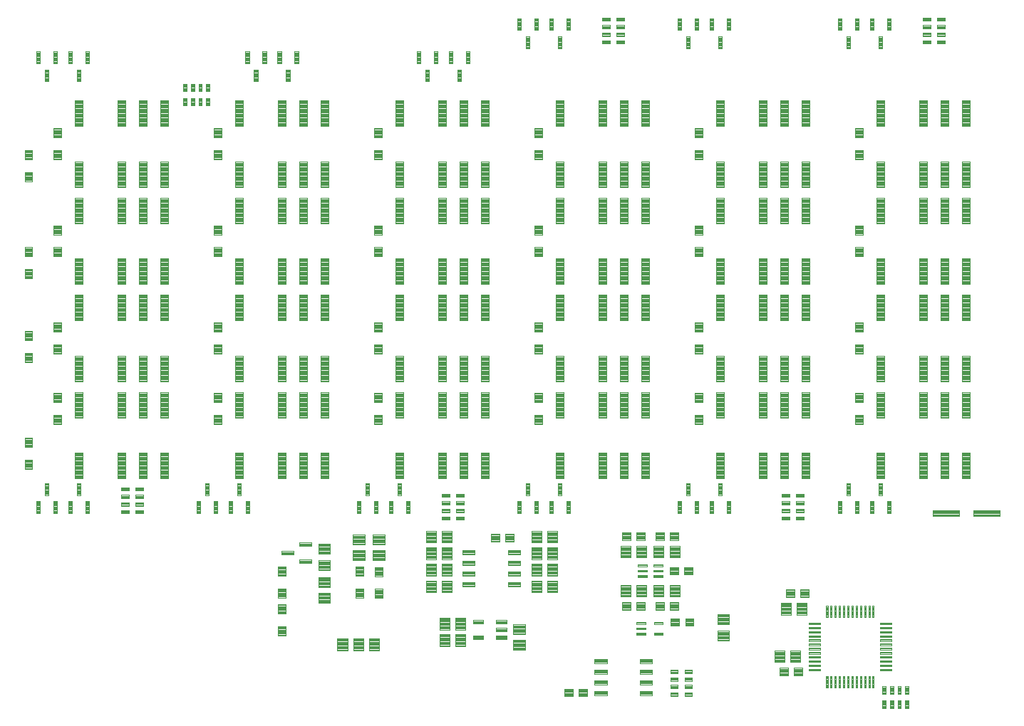
<source format=gtp>
G75*
%MOIN*%
%OFA0B0*%
%FSLAX25Y25*%
%IPPOS*%
%LPD*%
%AMOC8*
5,1,8,0,0,1.08239X$1,22.5*
%
%ADD10C,0.00394*%
%ADD11C,0.00396*%
%ADD12C,0.00402*%
%ADD13C,0.00409*%
%ADD14C,0.00406*%
%ADD15C,0.00390*%
D10*
X0245112Y0191918D02*
X0245112Y0193492D01*
X0245112Y0191918D02*
X0241570Y0191918D01*
X0241570Y0193492D01*
X0245112Y0193492D01*
X0245112Y0192311D02*
X0241570Y0192311D01*
X0241570Y0192704D02*
X0245112Y0192704D01*
X0245112Y0193097D02*
X0241570Y0193097D01*
X0241570Y0193490D02*
X0245112Y0193490D01*
X0245112Y0195461D02*
X0245112Y0197035D01*
X0245112Y0195461D02*
X0241570Y0195461D01*
X0241570Y0197035D01*
X0245112Y0197035D01*
X0245112Y0195854D02*
X0241570Y0195854D01*
X0241570Y0196247D02*
X0245112Y0196247D01*
X0245112Y0196640D02*
X0241570Y0196640D01*
X0241570Y0197033D02*
X0245112Y0197033D01*
X0245112Y0199004D02*
X0245112Y0200578D01*
X0245112Y0199004D02*
X0241570Y0199004D01*
X0241570Y0200578D01*
X0245112Y0200578D01*
X0245112Y0199397D02*
X0241570Y0199397D01*
X0241570Y0199790D02*
X0245112Y0199790D01*
X0245112Y0200183D02*
X0241570Y0200183D01*
X0241570Y0200576D02*
X0245112Y0200576D01*
X0245112Y0202548D02*
X0245112Y0204122D01*
X0245112Y0202548D02*
X0241570Y0202548D01*
X0241570Y0204122D01*
X0245112Y0204122D01*
X0245112Y0202941D02*
X0241570Y0202941D01*
X0241570Y0203334D02*
X0245112Y0203334D01*
X0245112Y0203727D02*
X0241570Y0203727D01*
X0241570Y0204120D02*
X0245112Y0204120D01*
X0251805Y0204122D02*
X0251805Y0202548D01*
X0248263Y0202548D01*
X0248263Y0204122D01*
X0251805Y0204122D01*
X0251805Y0202941D02*
X0248263Y0202941D01*
X0248263Y0203334D02*
X0251805Y0203334D01*
X0251805Y0203727D02*
X0248263Y0203727D01*
X0248263Y0204120D02*
X0251805Y0204120D01*
X0251805Y0200578D02*
X0251805Y0199004D01*
X0248263Y0199004D01*
X0248263Y0200578D01*
X0251805Y0200578D01*
X0251805Y0199397D02*
X0248263Y0199397D01*
X0248263Y0199790D02*
X0251805Y0199790D01*
X0251805Y0200183D02*
X0248263Y0200183D01*
X0248263Y0200576D02*
X0251805Y0200576D01*
X0251805Y0197035D02*
X0251805Y0195461D01*
X0248263Y0195461D01*
X0248263Y0197035D01*
X0251805Y0197035D01*
X0251805Y0195854D02*
X0248263Y0195854D01*
X0248263Y0196247D02*
X0251805Y0196247D01*
X0251805Y0196640D02*
X0248263Y0196640D01*
X0248263Y0197033D02*
X0251805Y0197033D01*
X0251805Y0193492D02*
X0251805Y0191918D01*
X0248263Y0191918D01*
X0248263Y0193492D01*
X0251805Y0193492D01*
X0251805Y0192311D02*
X0248263Y0192311D01*
X0248263Y0192704D02*
X0251805Y0192704D01*
X0251805Y0193097D02*
X0248263Y0193097D01*
X0248263Y0193490D02*
X0251805Y0193490D01*
X0253459Y0208245D02*
X0253459Y0220291D01*
X0253459Y0208245D02*
X0249917Y0208245D01*
X0249917Y0220291D01*
X0253459Y0220291D01*
X0253459Y0208638D02*
X0249917Y0208638D01*
X0249917Y0209031D02*
X0253459Y0209031D01*
X0253459Y0209424D02*
X0249917Y0209424D01*
X0249917Y0209817D02*
X0253459Y0209817D01*
X0253459Y0210210D02*
X0249917Y0210210D01*
X0249917Y0210603D02*
X0253459Y0210603D01*
X0253459Y0210996D02*
X0249917Y0210996D01*
X0249917Y0211389D02*
X0253459Y0211389D01*
X0253459Y0211782D02*
X0249917Y0211782D01*
X0249917Y0212175D02*
X0253459Y0212175D01*
X0253459Y0212568D02*
X0249917Y0212568D01*
X0249917Y0212961D02*
X0253459Y0212961D01*
X0253459Y0213354D02*
X0249917Y0213354D01*
X0249917Y0213747D02*
X0253459Y0213747D01*
X0253459Y0214140D02*
X0249917Y0214140D01*
X0249917Y0214533D02*
X0253459Y0214533D01*
X0253459Y0214926D02*
X0249917Y0214926D01*
X0249917Y0215319D02*
X0253459Y0215319D01*
X0253459Y0215712D02*
X0249917Y0215712D01*
X0249917Y0216105D02*
X0253459Y0216105D01*
X0253459Y0216498D02*
X0249917Y0216498D01*
X0249917Y0216891D02*
X0253459Y0216891D01*
X0253459Y0217284D02*
X0249917Y0217284D01*
X0249917Y0217677D02*
X0253459Y0217677D01*
X0253459Y0218070D02*
X0249917Y0218070D01*
X0249917Y0218463D02*
X0253459Y0218463D01*
X0253459Y0218856D02*
X0249917Y0218856D01*
X0249917Y0219249D02*
X0253459Y0219249D01*
X0253459Y0219642D02*
X0249917Y0219642D01*
X0249917Y0220035D02*
X0253459Y0220035D01*
X0263459Y0220291D02*
X0263459Y0208245D01*
X0259917Y0208245D01*
X0259917Y0220291D01*
X0263459Y0220291D01*
X0263459Y0208638D02*
X0259917Y0208638D01*
X0259917Y0209031D02*
X0263459Y0209031D01*
X0263459Y0209424D02*
X0259917Y0209424D01*
X0259917Y0209817D02*
X0263459Y0209817D01*
X0263459Y0210210D02*
X0259917Y0210210D01*
X0259917Y0210603D02*
X0263459Y0210603D01*
X0263459Y0210996D02*
X0259917Y0210996D01*
X0259917Y0211389D02*
X0263459Y0211389D01*
X0263459Y0211782D02*
X0259917Y0211782D01*
X0259917Y0212175D02*
X0263459Y0212175D01*
X0263459Y0212568D02*
X0259917Y0212568D01*
X0259917Y0212961D02*
X0263459Y0212961D01*
X0263459Y0213354D02*
X0259917Y0213354D01*
X0259917Y0213747D02*
X0263459Y0213747D01*
X0263459Y0214140D02*
X0259917Y0214140D01*
X0259917Y0214533D02*
X0263459Y0214533D01*
X0263459Y0214926D02*
X0259917Y0214926D01*
X0259917Y0215319D02*
X0263459Y0215319D01*
X0263459Y0215712D02*
X0259917Y0215712D01*
X0259917Y0216105D02*
X0263459Y0216105D01*
X0263459Y0216498D02*
X0259917Y0216498D01*
X0259917Y0216891D02*
X0263459Y0216891D01*
X0263459Y0217284D02*
X0259917Y0217284D01*
X0259917Y0217677D02*
X0263459Y0217677D01*
X0263459Y0218070D02*
X0259917Y0218070D01*
X0259917Y0218463D02*
X0263459Y0218463D01*
X0263459Y0218856D02*
X0259917Y0218856D01*
X0259917Y0219249D02*
X0263459Y0219249D01*
X0263459Y0219642D02*
X0259917Y0219642D01*
X0259917Y0220035D02*
X0263459Y0220035D01*
X0243459Y0220291D02*
X0243459Y0208245D01*
X0239917Y0208245D01*
X0239917Y0220291D01*
X0243459Y0220291D01*
X0243459Y0208638D02*
X0239917Y0208638D01*
X0239917Y0209031D02*
X0243459Y0209031D01*
X0243459Y0209424D02*
X0239917Y0209424D01*
X0239917Y0209817D02*
X0243459Y0209817D01*
X0243459Y0210210D02*
X0239917Y0210210D01*
X0239917Y0210603D02*
X0243459Y0210603D01*
X0243459Y0210996D02*
X0239917Y0210996D01*
X0239917Y0211389D02*
X0243459Y0211389D01*
X0243459Y0211782D02*
X0239917Y0211782D01*
X0239917Y0212175D02*
X0243459Y0212175D01*
X0243459Y0212568D02*
X0239917Y0212568D01*
X0239917Y0212961D02*
X0243459Y0212961D01*
X0243459Y0213354D02*
X0239917Y0213354D01*
X0239917Y0213747D02*
X0243459Y0213747D01*
X0243459Y0214140D02*
X0239917Y0214140D01*
X0239917Y0214533D02*
X0243459Y0214533D01*
X0243459Y0214926D02*
X0239917Y0214926D01*
X0239917Y0215319D02*
X0243459Y0215319D01*
X0243459Y0215712D02*
X0239917Y0215712D01*
X0239917Y0216105D02*
X0243459Y0216105D01*
X0243459Y0216498D02*
X0239917Y0216498D01*
X0239917Y0216891D02*
X0243459Y0216891D01*
X0243459Y0217284D02*
X0239917Y0217284D01*
X0239917Y0217677D02*
X0243459Y0217677D01*
X0243459Y0218070D02*
X0239917Y0218070D01*
X0239917Y0218463D02*
X0243459Y0218463D01*
X0243459Y0218856D02*
X0239917Y0218856D01*
X0239917Y0219249D02*
X0243459Y0219249D01*
X0243459Y0219642D02*
X0239917Y0219642D01*
X0239917Y0220035D02*
X0243459Y0220035D01*
X0223459Y0220291D02*
X0223459Y0208245D01*
X0219917Y0208245D01*
X0219917Y0220291D01*
X0223459Y0220291D01*
X0223459Y0208638D02*
X0219917Y0208638D01*
X0219917Y0209031D02*
X0223459Y0209031D01*
X0223459Y0209424D02*
X0219917Y0209424D01*
X0219917Y0209817D02*
X0223459Y0209817D01*
X0223459Y0210210D02*
X0219917Y0210210D01*
X0219917Y0210603D02*
X0223459Y0210603D01*
X0223459Y0210996D02*
X0219917Y0210996D01*
X0219917Y0211389D02*
X0223459Y0211389D01*
X0223459Y0211782D02*
X0219917Y0211782D01*
X0219917Y0212175D02*
X0223459Y0212175D01*
X0223459Y0212568D02*
X0219917Y0212568D01*
X0219917Y0212961D02*
X0223459Y0212961D01*
X0223459Y0213354D02*
X0219917Y0213354D01*
X0219917Y0213747D02*
X0223459Y0213747D01*
X0223459Y0214140D02*
X0219917Y0214140D01*
X0219917Y0214533D02*
X0223459Y0214533D01*
X0223459Y0214926D02*
X0219917Y0214926D01*
X0219917Y0215319D02*
X0223459Y0215319D01*
X0223459Y0215712D02*
X0219917Y0215712D01*
X0219917Y0216105D02*
X0223459Y0216105D01*
X0223459Y0216498D02*
X0219917Y0216498D01*
X0219917Y0216891D02*
X0223459Y0216891D01*
X0223459Y0217284D02*
X0219917Y0217284D01*
X0219917Y0217677D02*
X0223459Y0217677D01*
X0223459Y0218070D02*
X0219917Y0218070D01*
X0219917Y0218463D02*
X0223459Y0218463D01*
X0223459Y0218856D02*
X0219917Y0218856D01*
X0219917Y0219249D02*
X0223459Y0219249D01*
X0223459Y0219642D02*
X0219917Y0219642D01*
X0219917Y0220035D02*
X0223459Y0220035D01*
X0213459Y0233737D02*
X0213459Y0238067D01*
X0213459Y0233737D02*
X0209917Y0233737D01*
X0209917Y0238067D01*
X0213459Y0238067D01*
X0213459Y0234130D02*
X0209917Y0234130D01*
X0209917Y0234523D02*
X0213459Y0234523D01*
X0213459Y0234916D02*
X0209917Y0234916D01*
X0209917Y0235309D02*
X0213459Y0235309D01*
X0213459Y0235702D02*
X0209917Y0235702D01*
X0209917Y0236095D02*
X0213459Y0236095D01*
X0213459Y0236488D02*
X0209917Y0236488D01*
X0209917Y0236881D02*
X0213459Y0236881D01*
X0213459Y0237274D02*
X0209917Y0237274D01*
X0209917Y0237667D02*
X0213459Y0237667D01*
X0213459Y0238060D02*
X0209917Y0238060D01*
X0223459Y0236749D02*
X0223459Y0248795D01*
X0223459Y0236749D02*
X0219917Y0236749D01*
X0219917Y0248795D01*
X0223459Y0248795D01*
X0223459Y0237142D02*
X0219917Y0237142D01*
X0219917Y0237535D02*
X0223459Y0237535D01*
X0223459Y0237928D02*
X0219917Y0237928D01*
X0219917Y0238321D02*
X0223459Y0238321D01*
X0223459Y0238714D02*
X0219917Y0238714D01*
X0219917Y0239107D02*
X0223459Y0239107D01*
X0223459Y0239500D02*
X0219917Y0239500D01*
X0219917Y0239893D02*
X0223459Y0239893D01*
X0223459Y0240286D02*
X0219917Y0240286D01*
X0219917Y0240679D02*
X0223459Y0240679D01*
X0223459Y0241072D02*
X0219917Y0241072D01*
X0219917Y0241465D02*
X0223459Y0241465D01*
X0223459Y0241858D02*
X0219917Y0241858D01*
X0219917Y0242251D02*
X0223459Y0242251D01*
X0223459Y0242644D02*
X0219917Y0242644D01*
X0219917Y0243037D02*
X0223459Y0243037D01*
X0223459Y0243430D02*
X0219917Y0243430D01*
X0219917Y0243823D02*
X0223459Y0243823D01*
X0223459Y0244216D02*
X0219917Y0244216D01*
X0219917Y0244609D02*
X0223459Y0244609D01*
X0223459Y0245002D02*
X0219917Y0245002D01*
X0219917Y0245395D02*
X0223459Y0245395D01*
X0223459Y0245788D02*
X0219917Y0245788D01*
X0219917Y0246181D02*
X0223459Y0246181D01*
X0223459Y0246574D02*
X0219917Y0246574D01*
X0219917Y0246967D02*
X0223459Y0246967D01*
X0223459Y0247360D02*
X0219917Y0247360D01*
X0219917Y0247753D02*
X0223459Y0247753D01*
X0223459Y0248146D02*
X0219917Y0248146D01*
X0219917Y0248539D02*
X0223459Y0248539D01*
X0213459Y0248303D02*
X0213459Y0243973D01*
X0209917Y0243973D01*
X0209917Y0248303D01*
X0213459Y0248303D01*
X0213459Y0244366D02*
X0209917Y0244366D01*
X0209917Y0244759D02*
X0213459Y0244759D01*
X0213459Y0245152D02*
X0209917Y0245152D01*
X0209917Y0245545D02*
X0213459Y0245545D01*
X0213459Y0245938D02*
X0209917Y0245938D01*
X0209917Y0246331D02*
X0213459Y0246331D01*
X0213459Y0246724D02*
X0209917Y0246724D01*
X0209917Y0247117D02*
X0213459Y0247117D01*
X0213459Y0247510D02*
X0209917Y0247510D01*
X0209917Y0247903D02*
X0213459Y0247903D01*
X0213459Y0248296D02*
X0209917Y0248296D01*
X0223459Y0253745D02*
X0223459Y0265791D01*
X0223459Y0253745D02*
X0219917Y0253745D01*
X0219917Y0265791D01*
X0223459Y0265791D01*
X0223459Y0254138D02*
X0219917Y0254138D01*
X0219917Y0254531D02*
X0223459Y0254531D01*
X0223459Y0254924D02*
X0219917Y0254924D01*
X0219917Y0255317D02*
X0223459Y0255317D01*
X0223459Y0255710D02*
X0219917Y0255710D01*
X0219917Y0256103D02*
X0223459Y0256103D01*
X0223459Y0256496D02*
X0219917Y0256496D01*
X0219917Y0256889D02*
X0223459Y0256889D01*
X0223459Y0257282D02*
X0219917Y0257282D01*
X0219917Y0257675D02*
X0223459Y0257675D01*
X0223459Y0258068D02*
X0219917Y0258068D01*
X0219917Y0258461D02*
X0223459Y0258461D01*
X0223459Y0258854D02*
X0219917Y0258854D01*
X0219917Y0259247D02*
X0223459Y0259247D01*
X0223459Y0259640D02*
X0219917Y0259640D01*
X0219917Y0260033D02*
X0223459Y0260033D01*
X0223459Y0260426D02*
X0219917Y0260426D01*
X0219917Y0260819D02*
X0223459Y0260819D01*
X0223459Y0261212D02*
X0219917Y0261212D01*
X0219917Y0261605D02*
X0223459Y0261605D01*
X0223459Y0261998D02*
X0219917Y0261998D01*
X0219917Y0262391D02*
X0223459Y0262391D01*
X0223459Y0262784D02*
X0219917Y0262784D01*
X0219917Y0263177D02*
X0223459Y0263177D01*
X0223459Y0263570D02*
X0219917Y0263570D01*
X0219917Y0263963D02*
X0223459Y0263963D01*
X0223459Y0264356D02*
X0219917Y0264356D01*
X0219917Y0264749D02*
X0223459Y0264749D01*
X0223459Y0265142D02*
X0219917Y0265142D01*
X0219917Y0265535D02*
X0223459Y0265535D01*
X0213459Y0266737D02*
X0213459Y0271067D01*
X0213459Y0266737D02*
X0209917Y0266737D01*
X0209917Y0271067D01*
X0213459Y0271067D01*
X0213459Y0267130D02*
X0209917Y0267130D01*
X0209917Y0267523D02*
X0213459Y0267523D01*
X0213459Y0267916D02*
X0209917Y0267916D01*
X0209917Y0268309D02*
X0213459Y0268309D01*
X0213459Y0268702D02*
X0209917Y0268702D01*
X0209917Y0269095D02*
X0213459Y0269095D01*
X0213459Y0269488D02*
X0209917Y0269488D01*
X0209917Y0269881D02*
X0213459Y0269881D01*
X0213459Y0270274D02*
X0209917Y0270274D01*
X0209917Y0270667D02*
X0213459Y0270667D01*
X0213459Y0271060D02*
X0209917Y0271060D01*
X0213459Y0276973D02*
X0213459Y0281303D01*
X0213459Y0276973D02*
X0209917Y0276973D01*
X0209917Y0281303D01*
X0213459Y0281303D01*
X0213459Y0277366D02*
X0209917Y0277366D01*
X0209917Y0277759D02*
X0213459Y0277759D01*
X0213459Y0278152D02*
X0209917Y0278152D01*
X0209917Y0278545D02*
X0213459Y0278545D01*
X0213459Y0278938D02*
X0209917Y0278938D01*
X0209917Y0279331D02*
X0213459Y0279331D01*
X0213459Y0279724D02*
X0209917Y0279724D01*
X0209917Y0280117D02*
X0213459Y0280117D01*
X0213459Y0280510D02*
X0209917Y0280510D01*
X0209917Y0280903D02*
X0213459Y0280903D01*
X0213459Y0281296D02*
X0209917Y0281296D01*
X0196417Y0277303D02*
X0196417Y0272973D01*
X0196417Y0277303D02*
X0199959Y0277303D01*
X0199959Y0272973D01*
X0196417Y0272973D01*
X0196417Y0273366D02*
X0199959Y0273366D01*
X0199959Y0273759D02*
X0196417Y0273759D01*
X0196417Y0274152D02*
X0199959Y0274152D01*
X0199959Y0274545D02*
X0196417Y0274545D01*
X0196417Y0274938D02*
X0199959Y0274938D01*
X0199959Y0275331D02*
X0196417Y0275331D01*
X0196417Y0275724D02*
X0199959Y0275724D01*
X0199959Y0276117D02*
X0196417Y0276117D01*
X0196417Y0276510D02*
X0199959Y0276510D01*
X0199959Y0276903D02*
X0196417Y0276903D01*
X0196417Y0277296D02*
X0199959Y0277296D01*
X0196417Y0267067D02*
X0196417Y0262737D01*
X0196417Y0267067D02*
X0199959Y0267067D01*
X0199959Y0262737D01*
X0196417Y0262737D01*
X0196417Y0263130D02*
X0199959Y0263130D01*
X0199959Y0263523D02*
X0196417Y0263523D01*
X0196417Y0263916D02*
X0199959Y0263916D01*
X0199959Y0264309D02*
X0196417Y0264309D01*
X0196417Y0264702D02*
X0199959Y0264702D01*
X0199959Y0265095D02*
X0196417Y0265095D01*
X0196417Y0265488D02*
X0199959Y0265488D01*
X0199959Y0265881D02*
X0196417Y0265881D01*
X0196417Y0266274D02*
X0199959Y0266274D01*
X0199959Y0266667D02*
X0196417Y0266667D01*
X0196417Y0267060D02*
X0199959Y0267060D01*
X0223459Y0282249D02*
X0223459Y0294295D01*
X0223459Y0282249D02*
X0219917Y0282249D01*
X0219917Y0294295D01*
X0223459Y0294295D01*
X0223459Y0282642D02*
X0219917Y0282642D01*
X0219917Y0283035D02*
X0223459Y0283035D01*
X0223459Y0283428D02*
X0219917Y0283428D01*
X0219917Y0283821D02*
X0223459Y0283821D01*
X0223459Y0284214D02*
X0219917Y0284214D01*
X0219917Y0284607D02*
X0223459Y0284607D01*
X0223459Y0285000D02*
X0219917Y0285000D01*
X0219917Y0285393D02*
X0223459Y0285393D01*
X0223459Y0285786D02*
X0219917Y0285786D01*
X0219917Y0286179D02*
X0223459Y0286179D01*
X0223459Y0286572D02*
X0219917Y0286572D01*
X0219917Y0286965D02*
X0223459Y0286965D01*
X0223459Y0287358D02*
X0219917Y0287358D01*
X0219917Y0287751D02*
X0223459Y0287751D01*
X0223459Y0288144D02*
X0219917Y0288144D01*
X0219917Y0288537D02*
X0223459Y0288537D01*
X0223459Y0288930D02*
X0219917Y0288930D01*
X0219917Y0289323D02*
X0223459Y0289323D01*
X0223459Y0289716D02*
X0219917Y0289716D01*
X0219917Y0290109D02*
X0223459Y0290109D01*
X0223459Y0290502D02*
X0219917Y0290502D01*
X0219917Y0290895D02*
X0223459Y0290895D01*
X0223459Y0291288D02*
X0219917Y0291288D01*
X0219917Y0291681D02*
X0223459Y0291681D01*
X0223459Y0292074D02*
X0219917Y0292074D01*
X0219917Y0292467D02*
X0223459Y0292467D01*
X0223459Y0292860D02*
X0219917Y0292860D01*
X0219917Y0293253D02*
X0223459Y0293253D01*
X0223459Y0293646D02*
X0219917Y0293646D01*
X0219917Y0294039D02*
X0223459Y0294039D01*
X0223459Y0299245D02*
X0223459Y0311291D01*
X0223459Y0299245D02*
X0219917Y0299245D01*
X0219917Y0311291D01*
X0223459Y0311291D01*
X0223459Y0299638D02*
X0219917Y0299638D01*
X0219917Y0300031D02*
X0223459Y0300031D01*
X0223459Y0300424D02*
X0219917Y0300424D01*
X0219917Y0300817D02*
X0223459Y0300817D01*
X0223459Y0301210D02*
X0219917Y0301210D01*
X0219917Y0301603D02*
X0223459Y0301603D01*
X0223459Y0301996D02*
X0219917Y0301996D01*
X0219917Y0302389D02*
X0223459Y0302389D01*
X0223459Y0302782D02*
X0219917Y0302782D01*
X0219917Y0303175D02*
X0223459Y0303175D01*
X0223459Y0303568D02*
X0219917Y0303568D01*
X0219917Y0303961D02*
X0223459Y0303961D01*
X0223459Y0304354D02*
X0219917Y0304354D01*
X0219917Y0304747D02*
X0223459Y0304747D01*
X0223459Y0305140D02*
X0219917Y0305140D01*
X0219917Y0305533D02*
X0223459Y0305533D01*
X0223459Y0305926D02*
X0219917Y0305926D01*
X0219917Y0306319D02*
X0223459Y0306319D01*
X0223459Y0306712D02*
X0219917Y0306712D01*
X0219917Y0307105D02*
X0223459Y0307105D01*
X0223459Y0307498D02*
X0219917Y0307498D01*
X0219917Y0307891D02*
X0223459Y0307891D01*
X0223459Y0308284D02*
X0219917Y0308284D01*
X0219917Y0308677D02*
X0223459Y0308677D01*
X0223459Y0309070D02*
X0219917Y0309070D01*
X0219917Y0309463D02*
X0223459Y0309463D01*
X0223459Y0309856D02*
X0219917Y0309856D01*
X0219917Y0310249D02*
X0223459Y0310249D01*
X0223459Y0310642D02*
X0219917Y0310642D01*
X0219917Y0311035D02*
X0223459Y0311035D01*
X0213459Y0312237D02*
X0213459Y0316567D01*
X0213459Y0312237D02*
X0209917Y0312237D01*
X0209917Y0316567D01*
X0213459Y0316567D01*
X0213459Y0312630D02*
X0209917Y0312630D01*
X0209917Y0313023D02*
X0213459Y0313023D01*
X0213459Y0313416D02*
X0209917Y0313416D01*
X0209917Y0313809D02*
X0213459Y0313809D01*
X0213459Y0314202D02*
X0209917Y0314202D01*
X0209917Y0314595D02*
X0213459Y0314595D01*
X0213459Y0314988D02*
X0209917Y0314988D01*
X0209917Y0315381D02*
X0213459Y0315381D01*
X0213459Y0315774D02*
X0209917Y0315774D01*
X0209917Y0316167D02*
X0213459Y0316167D01*
X0213459Y0316560D02*
X0209917Y0316560D01*
X0213459Y0322473D02*
X0213459Y0326803D01*
X0213459Y0322473D02*
X0209917Y0322473D01*
X0209917Y0326803D01*
X0213459Y0326803D01*
X0213459Y0322866D02*
X0209917Y0322866D01*
X0209917Y0323259D02*
X0213459Y0323259D01*
X0213459Y0323652D02*
X0209917Y0323652D01*
X0209917Y0324045D02*
X0213459Y0324045D01*
X0213459Y0324438D02*
X0209917Y0324438D01*
X0209917Y0324831D02*
X0213459Y0324831D01*
X0213459Y0325224D02*
X0209917Y0325224D01*
X0209917Y0325617D02*
X0213459Y0325617D01*
X0213459Y0326010D02*
X0209917Y0326010D01*
X0209917Y0326403D02*
X0213459Y0326403D01*
X0213459Y0326796D02*
X0209917Y0326796D01*
X0223459Y0327749D02*
X0223459Y0339795D01*
X0223459Y0327749D02*
X0219917Y0327749D01*
X0219917Y0339795D01*
X0223459Y0339795D01*
X0223459Y0328142D02*
X0219917Y0328142D01*
X0219917Y0328535D02*
X0223459Y0328535D01*
X0223459Y0328928D02*
X0219917Y0328928D01*
X0219917Y0329321D02*
X0223459Y0329321D01*
X0223459Y0329714D02*
X0219917Y0329714D01*
X0219917Y0330107D02*
X0223459Y0330107D01*
X0223459Y0330500D02*
X0219917Y0330500D01*
X0219917Y0330893D02*
X0223459Y0330893D01*
X0223459Y0331286D02*
X0219917Y0331286D01*
X0219917Y0331679D02*
X0223459Y0331679D01*
X0223459Y0332072D02*
X0219917Y0332072D01*
X0219917Y0332465D02*
X0223459Y0332465D01*
X0223459Y0332858D02*
X0219917Y0332858D01*
X0219917Y0333251D02*
X0223459Y0333251D01*
X0223459Y0333644D02*
X0219917Y0333644D01*
X0219917Y0334037D02*
X0223459Y0334037D01*
X0223459Y0334430D02*
X0219917Y0334430D01*
X0219917Y0334823D02*
X0223459Y0334823D01*
X0223459Y0335216D02*
X0219917Y0335216D01*
X0219917Y0335609D02*
X0223459Y0335609D01*
X0223459Y0336002D02*
X0219917Y0336002D01*
X0219917Y0336395D02*
X0223459Y0336395D01*
X0223459Y0336788D02*
X0219917Y0336788D01*
X0219917Y0337181D02*
X0223459Y0337181D01*
X0223459Y0337574D02*
X0219917Y0337574D01*
X0219917Y0337967D02*
X0223459Y0337967D01*
X0223459Y0338360D02*
X0219917Y0338360D01*
X0219917Y0338753D02*
X0223459Y0338753D01*
X0223459Y0339146D02*
X0219917Y0339146D01*
X0219917Y0339539D02*
X0223459Y0339539D01*
X0243459Y0339795D02*
X0243459Y0327749D01*
X0239917Y0327749D01*
X0239917Y0339795D01*
X0243459Y0339795D01*
X0243459Y0328142D02*
X0239917Y0328142D01*
X0239917Y0328535D02*
X0243459Y0328535D01*
X0243459Y0328928D02*
X0239917Y0328928D01*
X0239917Y0329321D02*
X0243459Y0329321D01*
X0243459Y0329714D02*
X0239917Y0329714D01*
X0239917Y0330107D02*
X0243459Y0330107D01*
X0243459Y0330500D02*
X0239917Y0330500D01*
X0239917Y0330893D02*
X0243459Y0330893D01*
X0243459Y0331286D02*
X0239917Y0331286D01*
X0239917Y0331679D02*
X0243459Y0331679D01*
X0243459Y0332072D02*
X0239917Y0332072D01*
X0239917Y0332465D02*
X0243459Y0332465D01*
X0243459Y0332858D02*
X0239917Y0332858D01*
X0239917Y0333251D02*
X0243459Y0333251D01*
X0243459Y0333644D02*
X0239917Y0333644D01*
X0239917Y0334037D02*
X0243459Y0334037D01*
X0243459Y0334430D02*
X0239917Y0334430D01*
X0239917Y0334823D02*
X0243459Y0334823D01*
X0243459Y0335216D02*
X0239917Y0335216D01*
X0239917Y0335609D02*
X0243459Y0335609D01*
X0243459Y0336002D02*
X0239917Y0336002D01*
X0239917Y0336395D02*
X0243459Y0336395D01*
X0243459Y0336788D02*
X0239917Y0336788D01*
X0239917Y0337181D02*
X0243459Y0337181D01*
X0243459Y0337574D02*
X0239917Y0337574D01*
X0239917Y0337967D02*
X0243459Y0337967D01*
X0243459Y0338360D02*
X0239917Y0338360D01*
X0239917Y0338753D02*
X0243459Y0338753D01*
X0243459Y0339146D02*
X0239917Y0339146D01*
X0239917Y0339539D02*
X0243459Y0339539D01*
X0253459Y0339795D02*
X0253459Y0327749D01*
X0249917Y0327749D01*
X0249917Y0339795D01*
X0253459Y0339795D01*
X0253459Y0328142D02*
X0249917Y0328142D01*
X0249917Y0328535D02*
X0253459Y0328535D01*
X0253459Y0328928D02*
X0249917Y0328928D01*
X0249917Y0329321D02*
X0253459Y0329321D01*
X0253459Y0329714D02*
X0249917Y0329714D01*
X0249917Y0330107D02*
X0253459Y0330107D01*
X0253459Y0330500D02*
X0249917Y0330500D01*
X0249917Y0330893D02*
X0253459Y0330893D01*
X0253459Y0331286D02*
X0249917Y0331286D01*
X0249917Y0331679D02*
X0253459Y0331679D01*
X0253459Y0332072D02*
X0249917Y0332072D01*
X0249917Y0332465D02*
X0253459Y0332465D01*
X0253459Y0332858D02*
X0249917Y0332858D01*
X0249917Y0333251D02*
X0253459Y0333251D01*
X0253459Y0333644D02*
X0249917Y0333644D01*
X0249917Y0334037D02*
X0253459Y0334037D01*
X0253459Y0334430D02*
X0249917Y0334430D01*
X0249917Y0334823D02*
X0253459Y0334823D01*
X0253459Y0335216D02*
X0249917Y0335216D01*
X0249917Y0335609D02*
X0253459Y0335609D01*
X0253459Y0336002D02*
X0249917Y0336002D01*
X0249917Y0336395D02*
X0253459Y0336395D01*
X0253459Y0336788D02*
X0249917Y0336788D01*
X0249917Y0337181D02*
X0253459Y0337181D01*
X0253459Y0337574D02*
X0249917Y0337574D01*
X0249917Y0337967D02*
X0253459Y0337967D01*
X0253459Y0338360D02*
X0249917Y0338360D01*
X0249917Y0338753D02*
X0253459Y0338753D01*
X0253459Y0339146D02*
X0249917Y0339146D01*
X0249917Y0339539D02*
X0253459Y0339539D01*
X0263459Y0339795D02*
X0263459Y0327749D01*
X0259917Y0327749D01*
X0259917Y0339795D01*
X0263459Y0339795D01*
X0263459Y0328142D02*
X0259917Y0328142D01*
X0259917Y0328535D02*
X0263459Y0328535D01*
X0263459Y0328928D02*
X0259917Y0328928D01*
X0259917Y0329321D02*
X0263459Y0329321D01*
X0263459Y0329714D02*
X0259917Y0329714D01*
X0259917Y0330107D02*
X0263459Y0330107D01*
X0263459Y0330500D02*
X0259917Y0330500D01*
X0259917Y0330893D02*
X0263459Y0330893D01*
X0263459Y0331286D02*
X0259917Y0331286D01*
X0259917Y0331679D02*
X0263459Y0331679D01*
X0263459Y0332072D02*
X0259917Y0332072D01*
X0259917Y0332465D02*
X0263459Y0332465D01*
X0263459Y0332858D02*
X0259917Y0332858D01*
X0259917Y0333251D02*
X0263459Y0333251D01*
X0263459Y0333644D02*
X0259917Y0333644D01*
X0259917Y0334037D02*
X0263459Y0334037D01*
X0263459Y0334430D02*
X0259917Y0334430D01*
X0259917Y0334823D02*
X0263459Y0334823D01*
X0263459Y0335216D02*
X0259917Y0335216D01*
X0259917Y0335609D02*
X0263459Y0335609D01*
X0263459Y0336002D02*
X0259917Y0336002D01*
X0259917Y0336395D02*
X0263459Y0336395D01*
X0263459Y0336788D02*
X0259917Y0336788D01*
X0259917Y0337181D02*
X0263459Y0337181D01*
X0263459Y0337574D02*
X0259917Y0337574D01*
X0259917Y0337967D02*
X0263459Y0337967D01*
X0263459Y0338360D02*
X0259917Y0338360D01*
X0259917Y0338753D02*
X0263459Y0338753D01*
X0263459Y0339146D02*
X0259917Y0339146D01*
X0259917Y0339539D02*
X0263459Y0339539D01*
X0263459Y0344745D02*
X0263459Y0356791D01*
X0263459Y0344745D02*
X0259917Y0344745D01*
X0259917Y0356791D01*
X0263459Y0356791D01*
X0263459Y0345138D02*
X0259917Y0345138D01*
X0259917Y0345531D02*
X0263459Y0345531D01*
X0263459Y0345924D02*
X0259917Y0345924D01*
X0259917Y0346317D02*
X0263459Y0346317D01*
X0263459Y0346710D02*
X0259917Y0346710D01*
X0259917Y0347103D02*
X0263459Y0347103D01*
X0263459Y0347496D02*
X0259917Y0347496D01*
X0259917Y0347889D02*
X0263459Y0347889D01*
X0263459Y0348282D02*
X0259917Y0348282D01*
X0259917Y0348675D02*
X0263459Y0348675D01*
X0263459Y0349068D02*
X0259917Y0349068D01*
X0259917Y0349461D02*
X0263459Y0349461D01*
X0263459Y0349854D02*
X0259917Y0349854D01*
X0259917Y0350247D02*
X0263459Y0350247D01*
X0263459Y0350640D02*
X0259917Y0350640D01*
X0259917Y0351033D02*
X0263459Y0351033D01*
X0263459Y0351426D02*
X0259917Y0351426D01*
X0259917Y0351819D02*
X0263459Y0351819D01*
X0263459Y0352212D02*
X0259917Y0352212D01*
X0259917Y0352605D02*
X0263459Y0352605D01*
X0263459Y0352998D02*
X0259917Y0352998D01*
X0259917Y0353391D02*
X0263459Y0353391D01*
X0263459Y0353784D02*
X0259917Y0353784D01*
X0259917Y0354177D02*
X0263459Y0354177D01*
X0263459Y0354570D02*
X0259917Y0354570D01*
X0259917Y0354963D02*
X0263459Y0354963D01*
X0263459Y0355356D02*
X0259917Y0355356D01*
X0259917Y0355749D02*
X0263459Y0355749D01*
X0263459Y0356142D02*
X0259917Y0356142D01*
X0259917Y0356535D02*
X0263459Y0356535D01*
X0253459Y0356791D02*
X0253459Y0344745D01*
X0249917Y0344745D01*
X0249917Y0356791D01*
X0253459Y0356791D01*
X0253459Y0345138D02*
X0249917Y0345138D01*
X0249917Y0345531D02*
X0253459Y0345531D01*
X0253459Y0345924D02*
X0249917Y0345924D01*
X0249917Y0346317D02*
X0253459Y0346317D01*
X0253459Y0346710D02*
X0249917Y0346710D01*
X0249917Y0347103D02*
X0253459Y0347103D01*
X0253459Y0347496D02*
X0249917Y0347496D01*
X0249917Y0347889D02*
X0253459Y0347889D01*
X0253459Y0348282D02*
X0249917Y0348282D01*
X0249917Y0348675D02*
X0253459Y0348675D01*
X0253459Y0349068D02*
X0249917Y0349068D01*
X0249917Y0349461D02*
X0253459Y0349461D01*
X0253459Y0349854D02*
X0249917Y0349854D01*
X0249917Y0350247D02*
X0253459Y0350247D01*
X0253459Y0350640D02*
X0249917Y0350640D01*
X0249917Y0351033D02*
X0253459Y0351033D01*
X0253459Y0351426D02*
X0249917Y0351426D01*
X0249917Y0351819D02*
X0253459Y0351819D01*
X0253459Y0352212D02*
X0249917Y0352212D01*
X0249917Y0352605D02*
X0253459Y0352605D01*
X0253459Y0352998D02*
X0249917Y0352998D01*
X0249917Y0353391D02*
X0253459Y0353391D01*
X0253459Y0353784D02*
X0249917Y0353784D01*
X0249917Y0354177D02*
X0253459Y0354177D01*
X0253459Y0354570D02*
X0249917Y0354570D01*
X0249917Y0354963D02*
X0253459Y0354963D01*
X0253459Y0355356D02*
X0249917Y0355356D01*
X0249917Y0355749D02*
X0253459Y0355749D01*
X0253459Y0356142D02*
X0249917Y0356142D01*
X0249917Y0356535D02*
X0253459Y0356535D01*
X0243459Y0356791D02*
X0243459Y0344745D01*
X0239917Y0344745D01*
X0239917Y0356791D01*
X0243459Y0356791D01*
X0243459Y0345138D02*
X0239917Y0345138D01*
X0239917Y0345531D02*
X0243459Y0345531D01*
X0243459Y0345924D02*
X0239917Y0345924D01*
X0239917Y0346317D02*
X0243459Y0346317D01*
X0243459Y0346710D02*
X0239917Y0346710D01*
X0239917Y0347103D02*
X0243459Y0347103D01*
X0243459Y0347496D02*
X0239917Y0347496D01*
X0239917Y0347889D02*
X0243459Y0347889D01*
X0243459Y0348282D02*
X0239917Y0348282D01*
X0239917Y0348675D02*
X0243459Y0348675D01*
X0243459Y0349068D02*
X0239917Y0349068D01*
X0239917Y0349461D02*
X0243459Y0349461D01*
X0243459Y0349854D02*
X0239917Y0349854D01*
X0239917Y0350247D02*
X0243459Y0350247D01*
X0243459Y0350640D02*
X0239917Y0350640D01*
X0239917Y0351033D02*
X0243459Y0351033D01*
X0243459Y0351426D02*
X0239917Y0351426D01*
X0239917Y0351819D02*
X0243459Y0351819D01*
X0243459Y0352212D02*
X0239917Y0352212D01*
X0239917Y0352605D02*
X0243459Y0352605D01*
X0243459Y0352998D02*
X0239917Y0352998D01*
X0239917Y0353391D02*
X0243459Y0353391D01*
X0243459Y0353784D02*
X0239917Y0353784D01*
X0239917Y0354177D02*
X0243459Y0354177D01*
X0243459Y0354570D02*
X0239917Y0354570D01*
X0239917Y0354963D02*
X0243459Y0354963D01*
X0243459Y0355356D02*
X0239917Y0355356D01*
X0239917Y0355749D02*
X0243459Y0355749D01*
X0243459Y0356142D02*
X0239917Y0356142D01*
X0239917Y0356535D02*
X0243459Y0356535D01*
X0223459Y0356791D02*
X0223459Y0344745D01*
X0219917Y0344745D01*
X0219917Y0356791D01*
X0223459Y0356791D01*
X0223459Y0345138D02*
X0219917Y0345138D01*
X0219917Y0345531D02*
X0223459Y0345531D01*
X0223459Y0345924D02*
X0219917Y0345924D01*
X0219917Y0346317D02*
X0223459Y0346317D01*
X0223459Y0346710D02*
X0219917Y0346710D01*
X0219917Y0347103D02*
X0223459Y0347103D01*
X0223459Y0347496D02*
X0219917Y0347496D01*
X0219917Y0347889D02*
X0223459Y0347889D01*
X0223459Y0348282D02*
X0219917Y0348282D01*
X0219917Y0348675D02*
X0223459Y0348675D01*
X0223459Y0349068D02*
X0219917Y0349068D01*
X0219917Y0349461D02*
X0223459Y0349461D01*
X0223459Y0349854D02*
X0219917Y0349854D01*
X0219917Y0350247D02*
X0223459Y0350247D01*
X0223459Y0350640D02*
X0219917Y0350640D01*
X0219917Y0351033D02*
X0223459Y0351033D01*
X0223459Y0351426D02*
X0219917Y0351426D01*
X0219917Y0351819D02*
X0223459Y0351819D01*
X0223459Y0352212D02*
X0219917Y0352212D01*
X0219917Y0352605D02*
X0223459Y0352605D01*
X0223459Y0352998D02*
X0219917Y0352998D01*
X0219917Y0353391D02*
X0223459Y0353391D01*
X0223459Y0353784D02*
X0219917Y0353784D01*
X0219917Y0354177D02*
X0223459Y0354177D01*
X0223459Y0354570D02*
X0219917Y0354570D01*
X0219917Y0354963D02*
X0223459Y0354963D01*
X0223459Y0355356D02*
X0219917Y0355356D01*
X0219917Y0355749D02*
X0223459Y0355749D01*
X0223459Y0356142D02*
X0219917Y0356142D01*
X0219917Y0356535D02*
X0223459Y0356535D01*
X0213459Y0357737D02*
X0213459Y0362067D01*
X0213459Y0357737D02*
X0209917Y0357737D01*
X0209917Y0362067D01*
X0213459Y0362067D01*
X0213459Y0358130D02*
X0209917Y0358130D01*
X0209917Y0358523D02*
X0213459Y0358523D01*
X0213459Y0358916D02*
X0209917Y0358916D01*
X0209917Y0359309D02*
X0213459Y0359309D01*
X0213459Y0359702D02*
X0209917Y0359702D01*
X0209917Y0360095D02*
X0213459Y0360095D01*
X0213459Y0360488D02*
X0209917Y0360488D01*
X0209917Y0360881D02*
X0213459Y0360881D01*
X0213459Y0361274D02*
X0209917Y0361274D01*
X0209917Y0361667D02*
X0213459Y0361667D01*
X0213459Y0362060D02*
X0209917Y0362060D01*
X0213459Y0367973D02*
X0213459Y0372303D01*
X0213459Y0367973D02*
X0209917Y0367973D01*
X0209917Y0372303D01*
X0213459Y0372303D01*
X0213459Y0368366D02*
X0209917Y0368366D01*
X0209917Y0368759D02*
X0213459Y0368759D01*
X0213459Y0369152D02*
X0209917Y0369152D01*
X0209917Y0369545D02*
X0213459Y0369545D01*
X0213459Y0369938D02*
X0209917Y0369938D01*
X0209917Y0370331D02*
X0213459Y0370331D01*
X0213459Y0370724D02*
X0209917Y0370724D01*
X0209917Y0371117D02*
X0213459Y0371117D01*
X0213459Y0371510D02*
X0209917Y0371510D01*
X0209917Y0371903D02*
X0213459Y0371903D01*
X0213459Y0372296D02*
X0209917Y0372296D01*
X0223459Y0373249D02*
X0223459Y0385295D01*
X0223459Y0373249D02*
X0219917Y0373249D01*
X0219917Y0385295D01*
X0223459Y0385295D01*
X0223459Y0373642D02*
X0219917Y0373642D01*
X0219917Y0374035D02*
X0223459Y0374035D01*
X0223459Y0374428D02*
X0219917Y0374428D01*
X0219917Y0374821D02*
X0223459Y0374821D01*
X0223459Y0375214D02*
X0219917Y0375214D01*
X0219917Y0375607D02*
X0223459Y0375607D01*
X0223459Y0376000D02*
X0219917Y0376000D01*
X0219917Y0376393D02*
X0223459Y0376393D01*
X0223459Y0376786D02*
X0219917Y0376786D01*
X0219917Y0377179D02*
X0223459Y0377179D01*
X0223459Y0377572D02*
X0219917Y0377572D01*
X0219917Y0377965D02*
X0223459Y0377965D01*
X0223459Y0378358D02*
X0219917Y0378358D01*
X0219917Y0378751D02*
X0223459Y0378751D01*
X0223459Y0379144D02*
X0219917Y0379144D01*
X0219917Y0379537D02*
X0223459Y0379537D01*
X0223459Y0379930D02*
X0219917Y0379930D01*
X0219917Y0380323D02*
X0223459Y0380323D01*
X0223459Y0380716D02*
X0219917Y0380716D01*
X0219917Y0381109D02*
X0223459Y0381109D01*
X0223459Y0381502D02*
X0219917Y0381502D01*
X0219917Y0381895D02*
X0223459Y0381895D01*
X0223459Y0382288D02*
X0219917Y0382288D01*
X0219917Y0382681D02*
X0223459Y0382681D01*
X0223459Y0383074D02*
X0219917Y0383074D01*
X0219917Y0383467D02*
X0223459Y0383467D01*
X0223459Y0383860D02*
X0219917Y0383860D01*
X0219917Y0384253D02*
X0223459Y0384253D01*
X0223459Y0384646D02*
X0219917Y0384646D01*
X0219917Y0385039D02*
X0223459Y0385039D01*
X0243459Y0385295D02*
X0243459Y0373249D01*
X0239917Y0373249D01*
X0239917Y0385295D01*
X0243459Y0385295D01*
X0243459Y0373642D02*
X0239917Y0373642D01*
X0239917Y0374035D02*
X0243459Y0374035D01*
X0243459Y0374428D02*
X0239917Y0374428D01*
X0239917Y0374821D02*
X0243459Y0374821D01*
X0243459Y0375214D02*
X0239917Y0375214D01*
X0239917Y0375607D02*
X0243459Y0375607D01*
X0243459Y0376000D02*
X0239917Y0376000D01*
X0239917Y0376393D02*
X0243459Y0376393D01*
X0243459Y0376786D02*
X0239917Y0376786D01*
X0239917Y0377179D02*
X0243459Y0377179D01*
X0243459Y0377572D02*
X0239917Y0377572D01*
X0239917Y0377965D02*
X0243459Y0377965D01*
X0243459Y0378358D02*
X0239917Y0378358D01*
X0239917Y0378751D02*
X0243459Y0378751D01*
X0243459Y0379144D02*
X0239917Y0379144D01*
X0239917Y0379537D02*
X0243459Y0379537D01*
X0243459Y0379930D02*
X0239917Y0379930D01*
X0239917Y0380323D02*
X0243459Y0380323D01*
X0243459Y0380716D02*
X0239917Y0380716D01*
X0239917Y0381109D02*
X0243459Y0381109D01*
X0243459Y0381502D02*
X0239917Y0381502D01*
X0239917Y0381895D02*
X0243459Y0381895D01*
X0243459Y0382288D02*
X0239917Y0382288D01*
X0239917Y0382681D02*
X0243459Y0382681D01*
X0243459Y0383074D02*
X0239917Y0383074D01*
X0239917Y0383467D02*
X0243459Y0383467D01*
X0243459Y0383860D02*
X0239917Y0383860D01*
X0239917Y0384253D02*
X0243459Y0384253D01*
X0243459Y0384646D02*
X0239917Y0384646D01*
X0239917Y0385039D02*
X0243459Y0385039D01*
X0253459Y0385295D02*
X0253459Y0373249D01*
X0249917Y0373249D01*
X0249917Y0385295D01*
X0253459Y0385295D01*
X0253459Y0373642D02*
X0249917Y0373642D01*
X0249917Y0374035D02*
X0253459Y0374035D01*
X0253459Y0374428D02*
X0249917Y0374428D01*
X0249917Y0374821D02*
X0253459Y0374821D01*
X0253459Y0375214D02*
X0249917Y0375214D01*
X0249917Y0375607D02*
X0253459Y0375607D01*
X0253459Y0376000D02*
X0249917Y0376000D01*
X0249917Y0376393D02*
X0253459Y0376393D01*
X0253459Y0376786D02*
X0249917Y0376786D01*
X0249917Y0377179D02*
X0253459Y0377179D01*
X0253459Y0377572D02*
X0249917Y0377572D01*
X0249917Y0377965D02*
X0253459Y0377965D01*
X0253459Y0378358D02*
X0249917Y0378358D01*
X0249917Y0378751D02*
X0253459Y0378751D01*
X0253459Y0379144D02*
X0249917Y0379144D01*
X0249917Y0379537D02*
X0253459Y0379537D01*
X0253459Y0379930D02*
X0249917Y0379930D01*
X0249917Y0380323D02*
X0253459Y0380323D01*
X0253459Y0380716D02*
X0249917Y0380716D01*
X0249917Y0381109D02*
X0253459Y0381109D01*
X0253459Y0381502D02*
X0249917Y0381502D01*
X0249917Y0381895D02*
X0253459Y0381895D01*
X0253459Y0382288D02*
X0249917Y0382288D01*
X0249917Y0382681D02*
X0253459Y0382681D01*
X0253459Y0383074D02*
X0249917Y0383074D01*
X0249917Y0383467D02*
X0253459Y0383467D01*
X0253459Y0383860D02*
X0249917Y0383860D01*
X0249917Y0384253D02*
X0253459Y0384253D01*
X0253459Y0384646D02*
X0249917Y0384646D01*
X0249917Y0385039D02*
X0253459Y0385039D01*
X0263459Y0385295D02*
X0263459Y0373249D01*
X0259917Y0373249D01*
X0259917Y0385295D01*
X0263459Y0385295D01*
X0263459Y0373642D02*
X0259917Y0373642D01*
X0259917Y0374035D02*
X0263459Y0374035D01*
X0263459Y0374428D02*
X0259917Y0374428D01*
X0259917Y0374821D02*
X0263459Y0374821D01*
X0263459Y0375214D02*
X0259917Y0375214D01*
X0259917Y0375607D02*
X0263459Y0375607D01*
X0263459Y0376000D02*
X0259917Y0376000D01*
X0259917Y0376393D02*
X0263459Y0376393D01*
X0263459Y0376786D02*
X0259917Y0376786D01*
X0259917Y0377179D02*
X0263459Y0377179D01*
X0263459Y0377572D02*
X0259917Y0377572D01*
X0259917Y0377965D02*
X0263459Y0377965D01*
X0263459Y0378358D02*
X0259917Y0378358D01*
X0259917Y0378751D02*
X0263459Y0378751D01*
X0263459Y0379144D02*
X0259917Y0379144D01*
X0259917Y0379537D02*
X0263459Y0379537D01*
X0263459Y0379930D02*
X0259917Y0379930D01*
X0259917Y0380323D02*
X0263459Y0380323D01*
X0263459Y0380716D02*
X0259917Y0380716D01*
X0259917Y0381109D02*
X0263459Y0381109D01*
X0263459Y0381502D02*
X0259917Y0381502D01*
X0259917Y0381895D02*
X0263459Y0381895D01*
X0263459Y0382288D02*
X0259917Y0382288D01*
X0259917Y0382681D02*
X0263459Y0382681D01*
X0263459Y0383074D02*
X0259917Y0383074D01*
X0259917Y0383467D02*
X0263459Y0383467D01*
X0263459Y0383860D02*
X0259917Y0383860D01*
X0259917Y0384253D02*
X0263459Y0384253D01*
X0263459Y0384646D02*
X0259917Y0384646D01*
X0259917Y0385039D02*
X0263459Y0385039D01*
X0270586Y0382902D02*
X0272160Y0382902D01*
X0270586Y0382902D02*
X0270586Y0386444D01*
X0272160Y0386444D01*
X0272160Y0382902D01*
X0272160Y0383295D02*
X0270586Y0383295D01*
X0270586Y0383688D02*
X0272160Y0383688D01*
X0272160Y0384081D02*
X0270586Y0384081D01*
X0270586Y0384474D02*
X0272160Y0384474D01*
X0272160Y0384867D02*
X0270586Y0384867D01*
X0270586Y0385260D02*
X0272160Y0385260D01*
X0272160Y0385653D02*
X0270586Y0385653D01*
X0270586Y0386046D02*
X0272160Y0386046D01*
X0272160Y0386439D02*
X0270586Y0386439D01*
X0274129Y0382902D02*
X0275703Y0382902D01*
X0274129Y0382902D02*
X0274129Y0386444D01*
X0275703Y0386444D01*
X0275703Y0382902D01*
X0275703Y0383295D02*
X0274129Y0383295D01*
X0274129Y0383688D02*
X0275703Y0383688D01*
X0275703Y0384081D02*
X0274129Y0384081D01*
X0274129Y0384474D02*
X0275703Y0384474D01*
X0275703Y0384867D02*
X0274129Y0384867D01*
X0274129Y0385260D02*
X0275703Y0385260D01*
X0275703Y0385653D02*
X0274129Y0385653D01*
X0274129Y0386046D02*
X0275703Y0386046D01*
X0275703Y0386439D02*
X0274129Y0386439D01*
X0277672Y0382902D02*
X0279246Y0382902D01*
X0277672Y0382902D02*
X0277672Y0386444D01*
X0279246Y0386444D01*
X0279246Y0382902D01*
X0279246Y0383295D02*
X0277672Y0383295D01*
X0277672Y0383688D02*
X0279246Y0383688D01*
X0279246Y0384081D02*
X0277672Y0384081D01*
X0277672Y0384474D02*
X0279246Y0384474D01*
X0279246Y0384867D02*
X0277672Y0384867D01*
X0277672Y0385260D02*
X0279246Y0385260D01*
X0279246Y0385653D02*
X0277672Y0385653D01*
X0277672Y0386046D02*
X0279246Y0386046D01*
X0279246Y0386439D02*
X0277672Y0386439D01*
X0281216Y0382902D02*
X0282790Y0382902D01*
X0281216Y0382902D02*
X0281216Y0386444D01*
X0282790Y0386444D01*
X0282790Y0382902D01*
X0282790Y0383295D02*
X0281216Y0383295D01*
X0281216Y0383688D02*
X0282790Y0383688D01*
X0282790Y0384081D02*
X0281216Y0384081D01*
X0281216Y0384474D02*
X0282790Y0384474D01*
X0282790Y0384867D02*
X0281216Y0384867D01*
X0281216Y0385260D02*
X0282790Y0385260D01*
X0282790Y0385653D02*
X0281216Y0385653D01*
X0281216Y0386046D02*
X0282790Y0386046D01*
X0282790Y0386439D02*
X0281216Y0386439D01*
X0281216Y0389595D02*
X0282790Y0389595D01*
X0281216Y0389595D02*
X0281216Y0393137D01*
X0282790Y0393137D01*
X0282790Y0389595D01*
X0282790Y0389988D02*
X0281216Y0389988D01*
X0281216Y0390381D02*
X0282790Y0390381D01*
X0282790Y0390774D02*
X0281216Y0390774D01*
X0281216Y0391167D02*
X0282790Y0391167D01*
X0282790Y0391560D02*
X0281216Y0391560D01*
X0281216Y0391953D02*
X0282790Y0391953D01*
X0282790Y0392346D02*
X0281216Y0392346D01*
X0281216Y0392739D02*
X0282790Y0392739D01*
X0282790Y0393132D02*
X0281216Y0393132D01*
X0279246Y0389595D02*
X0277672Y0389595D01*
X0277672Y0393137D01*
X0279246Y0393137D01*
X0279246Y0389595D01*
X0279246Y0389988D02*
X0277672Y0389988D01*
X0277672Y0390381D02*
X0279246Y0390381D01*
X0279246Y0390774D02*
X0277672Y0390774D01*
X0277672Y0391167D02*
X0279246Y0391167D01*
X0279246Y0391560D02*
X0277672Y0391560D01*
X0277672Y0391953D02*
X0279246Y0391953D01*
X0279246Y0392346D02*
X0277672Y0392346D01*
X0277672Y0392739D02*
X0279246Y0392739D01*
X0279246Y0393132D02*
X0277672Y0393132D01*
X0275703Y0389595D02*
X0274129Y0389595D01*
X0274129Y0393137D01*
X0275703Y0393137D01*
X0275703Y0389595D01*
X0275703Y0389988D02*
X0274129Y0389988D01*
X0274129Y0390381D02*
X0275703Y0390381D01*
X0275703Y0390774D02*
X0274129Y0390774D01*
X0274129Y0391167D02*
X0275703Y0391167D01*
X0275703Y0391560D02*
X0274129Y0391560D01*
X0274129Y0391953D02*
X0275703Y0391953D01*
X0275703Y0392346D02*
X0274129Y0392346D01*
X0274129Y0392739D02*
X0275703Y0392739D01*
X0275703Y0393132D02*
X0274129Y0393132D01*
X0272160Y0389595D02*
X0270586Y0389595D01*
X0270586Y0393137D01*
X0272160Y0393137D01*
X0272160Y0389595D01*
X0272160Y0389988D02*
X0270586Y0389988D01*
X0270586Y0390381D02*
X0272160Y0390381D01*
X0272160Y0390774D02*
X0270586Y0390774D01*
X0270586Y0391167D02*
X0272160Y0391167D01*
X0272160Y0391560D02*
X0270586Y0391560D01*
X0270586Y0391953D02*
X0272160Y0391953D01*
X0272160Y0392346D02*
X0270586Y0392346D01*
X0270586Y0392739D02*
X0272160Y0392739D01*
X0272160Y0393132D02*
X0270586Y0393132D01*
X0298459Y0385295D02*
X0298459Y0373249D01*
X0294917Y0373249D01*
X0294917Y0385295D01*
X0298459Y0385295D01*
X0298459Y0373642D02*
X0294917Y0373642D01*
X0294917Y0374035D02*
X0298459Y0374035D01*
X0298459Y0374428D02*
X0294917Y0374428D01*
X0294917Y0374821D02*
X0298459Y0374821D01*
X0298459Y0375214D02*
X0294917Y0375214D01*
X0294917Y0375607D02*
X0298459Y0375607D01*
X0298459Y0376000D02*
X0294917Y0376000D01*
X0294917Y0376393D02*
X0298459Y0376393D01*
X0298459Y0376786D02*
X0294917Y0376786D01*
X0294917Y0377179D02*
X0298459Y0377179D01*
X0298459Y0377572D02*
X0294917Y0377572D01*
X0294917Y0377965D02*
X0298459Y0377965D01*
X0298459Y0378358D02*
X0294917Y0378358D01*
X0294917Y0378751D02*
X0298459Y0378751D01*
X0298459Y0379144D02*
X0294917Y0379144D01*
X0294917Y0379537D02*
X0298459Y0379537D01*
X0298459Y0379930D02*
X0294917Y0379930D01*
X0294917Y0380323D02*
X0298459Y0380323D01*
X0298459Y0380716D02*
X0294917Y0380716D01*
X0294917Y0381109D02*
X0298459Y0381109D01*
X0298459Y0381502D02*
X0294917Y0381502D01*
X0294917Y0381895D02*
X0298459Y0381895D01*
X0298459Y0382288D02*
X0294917Y0382288D01*
X0294917Y0382681D02*
X0298459Y0382681D01*
X0298459Y0383074D02*
X0294917Y0383074D01*
X0294917Y0383467D02*
X0298459Y0383467D01*
X0298459Y0383860D02*
X0294917Y0383860D01*
X0294917Y0384253D02*
X0298459Y0384253D01*
X0298459Y0384646D02*
X0294917Y0384646D01*
X0294917Y0385039D02*
X0298459Y0385039D01*
X0288459Y0372303D02*
X0288459Y0367973D01*
X0284917Y0367973D01*
X0284917Y0372303D01*
X0288459Y0372303D01*
X0288459Y0368366D02*
X0284917Y0368366D01*
X0284917Y0368759D02*
X0288459Y0368759D01*
X0288459Y0369152D02*
X0284917Y0369152D01*
X0284917Y0369545D02*
X0288459Y0369545D01*
X0288459Y0369938D02*
X0284917Y0369938D01*
X0284917Y0370331D02*
X0288459Y0370331D01*
X0288459Y0370724D02*
X0284917Y0370724D01*
X0284917Y0371117D02*
X0288459Y0371117D01*
X0288459Y0371510D02*
X0284917Y0371510D01*
X0284917Y0371903D02*
X0288459Y0371903D01*
X0288459Y0372296D02*
X0284917Y0372296D01*
X0288459Y0362067D02*
X0288459Y0357737D01*
X0284917Y0357737D01*
X0284917Y0362067D01*
X0288459Y0362067D01*
X0288459Y0358130D02*
X0284917Y0358130D01*
X0284917Y0358523D02*
X0288459Y0358523D01*
X0288459Y0358916D02*
X0284917Y0358916D01*
X0284917Y0359309D02*
X0288459Y0359309D01*
X0288459Y0359702D02*
X0284917Y0359702D01*
X0284917Y0360095D02*
X0288459Y0360095D01*
X0288459Y0360488D02*
X0284917Y0360488D01*
X0284917Y0360881D02*
X0288459Y0360881D01*
X0288459Y0361274D02*
X0284917Y0361274D01*
X0284917Y0361667D02*
X0288459Y0361667D01*
X0288459Y0362060D02*
X0284917Y0362060D01*
X0298459Y0356791D02*
X0298459Y0344745D01*
X0294917Y0344745D01*
X0294917Y0356791D01*
X0298459Y0356791D01*
X0298459Y0345138D02*
X0294917Y0345138D01*
X0294917Y0345531D02*
X0298459Y0345531D01*
X0298459Y0345924D02*
X0294917Y0345924D01*
X0294917Y0346317D02*
X0298459Y0346317D01*
X0298459Y0346710D02*
X0294917Y0346710D01*
X0294917Y0347103D02*
X0298459Y0347103D01*
X0298459Y0347496D02*
X0294917Y0347496D01*
X0294917Y0347889D02*
X0298459Y0347889D01*
X0298459Y0348282D02*
X0294917Y0348282D01*
X0294917Y0348675D02*
X0298459Y0348675D01*
X0298459Y0349068D02*
X0294917Y0349068D01*
X0294917Y0349461D02*
X0298459Y0349461D01*
X0298459Y0349854D02*
X0294917Y0349854D01*
X0294917Y0350247D02*
X0298459Y0350247D01*
X0298459Y0350640D02*
X0294917Y0350640D01*
X0294917Y0351033D02*
X0298459Y0351033D01*
X0298459Y0351426D02*
X0294917Y0351426D01*
X0294917Y0351819D02*
X0298459Y0351819D01*
X0298459Y0352212D02*
X0294917Y0352212D01*
X0294917Y0352605D02*
X0298459Y0352605D01*
X0298459Y0352998D02*
X0294917Y0352998D01*
X0294917Y0353391D02*
X0298459Y0353391D01*
X0298459Y0353784D02*
X0294917Y0353784D01*
X0294917Y0354177D02*
X0298459Y0354177D01*
X0298459Y0354570D02*
X0294917Y0354570D01*
X0294917Y0354963D02*
X0298459Y0354963D01*
X0298459Y0355356D02*
X0294917Y0355356D01*
X0294917Y0355749D02*
X0298459Y0355749D01*
X0298459Y0356142D02*
X0294917Y0356142D01*
X0294917Y0356535D02*
X0298459Y0356535D01*
X0318459Y0356791D02*
X0318459Y0344745D01*
X0314917Y0344745D01*
X0314917Y0356791D01*
X0318459Y0356791D01*
X0318459Y0345138D02*
X0314917Y0345138D01*
X0314917Y0345531D02*
X0318459Y0345531D01*
X0318459Y0345924D02*
X0314917Y0345924D01*
X0314917Y0346317D02*
X0318459Y0346317D01*
X0318459Y0346710D02*
X0314917Y0346710D01*
X0314917Y0347103D02*
X0318459Y0347103D01*
X0318459Y0347496D02*
X0314917Y0347496D01*
X0314917Y0347889D02*
X0318459Y0347889D01*
X0318459Y0348282D02*
X0314917Y0348282D01*
X0314917Y0348675D02*
X0318459Y0348675D01*
X0318459Y0349068D02*
X0314917Y0349068D01*
X0314917Y0349461D02*
X0318459Y0349461D01*
X0318459Y0349854D02*
X0314917Y0349854D01*
X0314917Y0350247D02*
X0318459Y0350247D01*
X0318459Y0350640D02*
X0314917Y0350640D01*
X0314917Y0351033D02*
X0318459Y0351033D01*
X0318459Y0351426D02*
X0314917Y0351426D01*
X0314917Y0351819D02*
X0318459Y0351819D01*
X0318459Y0352212D02*
X0314917Y0352212D01*
X0314917Y0352605D02*
X0318459Y0352605D01*
X0318459Y0352998D02*
X0314917Y0352998D01*
X0314917Y0353391D02*
X0318459Y0353391D01*
X0318459Y0353784D02*
X0314917Y0353784D01*
X0314917Y0354177D02*
X0318459Y0354177D01*
X0318459Y0354570D02*
X0314917Y0354570D01*
X0314917Y0354963D02*
X0318459Y0354963D01*
X0318459Y0355356D02*
X0314917Y0355356D01*
X0314917Y0355749D02*
X0318459Y0355749D01*
X0318459Y0356142D02*
X0314917Y0356142D01*
X0314917Y0356535D02*
X0318459Y0356535D01*
X0328459Y0356791D02*
X0328459Y0344745D01*
X0324917Y0344745D01*
X0324917Y0356791D01*
X0328459Y0356791D01*
X0328459Y0345138D02*
X0324917Y0345138D01*
X0324917Y0345531D02*
X0328459Y0345531D01*
X0328459Y0345924D02*
X0324917Y0345924D01*
X0324917Y0346317D02*
X0328459Y0346317D01*
X0328459Y0346710D02*
X0324917Y0346710D01*
X0324917Y0347103D02*
X0328459Y0347103D01*
X0328459Y0347496D02*
X0324917Y0347496D01*
X0324917Y0347889D02*
X0328459Y0347889D01*
X0328459Y0348282D02*
X0324917Y0348282D01*
X0324917Y0348675D02*
X0328459Y0348675D01*
X0328459Y0349068D02*
X0324917Y0349068D01*
X0324917Y0349461D02*
X0328459Y0349461D01*
X0328459Y0349854D02*
X0324917Y0349854D01*
X0324917Y0350247D02*
X0328459Y0350247D01*
X0328459Y0350640D02*
X0324917Y0350640D01*
X0324917Y0351033D02*
X0328459Y0351033D01*
X0328459Y0351426D02*
X0324917Y0351426D01*
X0324917Y0351819D02*
X0328459Y0351819D01*
X0328459Y0352212D02*
X0324917Y0352212D01*
X0324917Y0352605D02*
X0328459Y0352605D01*
X0328459Y0352998D02*
X0324917Y0352998D01*
X0324917Y0353391D02*
X0328459Y0353391D01*
X0328459Y0353784D02*
X0324917Y0353784D01*
X0324917Y0354177D02*
X0328459Y0354177D01*
X0328459Y0354570D02*
X0324917Y0354570D01*
X0324917Y0354963D02*
X0328459Y0354963D01*
X0328459Y0355356D02*
X0324917Y0355356D01*
X0324917Y0355749D02*
X0328459Y0355749D01*
X0328459Y0356142D02*
X0324917Y0356142D01*
X0324917Y0356535D02*
X0328459Y0356535D01*
X0338459Y0356791D02*
X0338459Y0344745D01*
X0334917Y0344745D01*
X0334917Y0356791D01*
X0338459Y0356791D01*
X0338459Y0345138D02*
X0334917Y0345138D01*
X0334917Y0345531D02*
X0338459Y0345531D01*
X0338459Y0345924D02*
X0334917Y0345924D01*
X0334917Y0346317D02*
X0338459Y0346317D01*
X0338459Y0346710D02*
X0334917Y0346710D01*
X0334917Y0347103D02*
X0338459Y0347103D01*
X0338459Y0347496D02*
X0334917Y0347496D01*
X0334917Y0347889D02*
X0338459Y0347889D01*
X0338459Y0348282D02*
X0334917Y0348282D01*
X0334917Y0348675D02*
X0338459Y0348675D01*
X0338459Y0349068D02*
X0334917Y0349068D01*
X0334917Y0349461D02*
X0338459Y0349461D01*
X0338459Y0349854D02*
X0334917Y0349854D01*
X0334917Y0350247D02*
X0338459Y0350247D01*
X0338459Y0350640D02*
X0334917Y0350640D01*
X0334917Y0351033D02*
X0338459Y0351033D01*
X0338459Y0351426D02*
X0334917Y0351426D01*
X0334917Y0351819D02*
X0338459Y0351819D01*
X0338459Y0352212D02*
X0334917Y0352212D01*
X0334917Y0352605D02*
X0338459Y0352605D01*
X0338459Y0352998D02*
X0334917Y0352998D01*
X0334917Y0353391D02*
X0338459Y0353391D01*
X0338459Y0353784D02*
X0334917Y0353784D01*
X0334917Y0354177D02*
X0338459Y0354177D01*
X0338459Y0354570D02*
X0334917Y0354570D01*
X0334917Y0354963D02*
X0338459Y0354963D01*
X0338459Y0355356D02*
X0334917Y0355356D01*
X0334917Y0355749D02*
X0338459Y0355749D01*
X0338459Y0356142D02*
X0334917Y0356142D01*
X0334917Y0356535D02*
X0338459Y0356535D01*
X0363459Y0357737D02*
X0363459Y0362067D01*
X0363459Y0357737D02*
X0359917Y0357737D01*
X0359917Y0362067D01*
X0363459Y0362067D01*
X0363459Y0358130D02*
X0359917Y0358130D01*
X0359917Y0358523D02*
X0363459Y0358523D01*
X0363459Y0358916D02*
X0359917Y0358916D01*
X0359917Y0359309D02*
X0363459Y0359309D01*
X0363459Y0359702D02*
X0359917Y0359702D01*
X0359917Y0360095D02*
X0363459Y0360095D01*
X0363459Y0360488D02*
X0359917Y0360488D01*
X0359917Y0360881D02*
X0363459Y0360881D01*
X0363459Y0361274D02*
X0359917Y0361274D01*
X0359917Y0361667D02*
X0363459Y0361667D01*
X0363459Y0362060D02*
X0359917Y0362060D01*
X0363459Y0367973D02*
X0363459Y0372303D01*
X0363459Y0367973D02*
X0359917Y0367973D01*
X0359917Y0372303D01*
X0363459Y0372303D01*
X0363459Y0368366D02*
X0359917Y0368366D01*
X0359917Y0368759D02*
X0363459Y0368759D01*
X0363459Y0369152D02*
X0359917Y0369152D01*
X0359917Y0369545D02*
X0363459Y0369545D01*
X0363459Y0369938D02*
X0359917Y0369938D01*
X0359917Y0370331D02*
X0363459Y0370331D01*
X0363459Y0370724D02*
X0359917Y0370724D01*
X0359917Y0371117D02*
X0363459Y0371117D01*
X0363459Y0371510D02*
X0359917Y0371510D01*
X0359917Y0371903D02*
X0363459Y0371903D01*
X0363459Y0372296D02*
X0359917Y0372296D01*
X0373459Y0373249D02*
X0373459Y0385295D01*
X0373459Y0373249D02*
X0369917Y0373249D01*
X0369917Y0385295D01*
X0373459Y0385295D01*
X0373459Y0373642D02*
X0369917Y0373642D01*
X0369917Y0374035D02*
X0373459Y0374035D01*
X0373459Y0374428D02*
X0369917Y0374428D01*
X0369917Y0374821D02*
X0373459Y0374821D01*
X0373459Y0375214D02*
X0369917Y0375214D01*
X0369917Y0375607D02*
X0373459Y0375607D01*
X0373459Y0376000D02*
X0369917Y0376000D01*
X0369917Y0376393D02*
X0373459Y0376393D01*
X0373459Y0376786D02*
X0369917Y0376786D01*
X0369917Y0377179D02*
X0373459Y0377179D01*
X0373459Y0377572D02*
X0369917Y0377572D01*
X0369917Y0377965D02*
X0373459Y0377965D01*
X0373459Y0378358D02*
X0369917Y0378358D01*
X0369917Y0378751D02*
X0373459Y0378751D01*
X0373459Y0379144D02*
X0369917Y0379144D01*
X0369917Y0379537D02*
X0373459Y0379537D01*
X0373459Y0379930D02*
X0369917Y0379930D01*
X0369917Y0380323D02*
X0373459Y0380323D01*
X0373459Y0380716D02*
X0369917Y0380716D01*
X0369917Y0381109D02*
X0373459Y0381109D01*
X0373459Y0381502D02*
X0369917Y0381502D01*
X0369917Y0381895D02*
X0373459Y0381895D01*
X0373459Y0382288D02*
X0369917Y0382288D01*
X0369917Y0382681D02*
X0373459Y0382681D01*
X0373459Y0383074D02*
X0369917Y0383074D01*
X0369917Y0383467D02*
X0373459Y0383467D01*
X0373459Y0383860D02*
X0369917Y0383860D01*
X0369917Y0384253D02*
X0373459Y0384253D01*
X0373459Y0384646D02*
X0369917Y0384646D01*
X0369917Y0385039D02*
X0373459Y0385039D01*
X0393459Y0385295D02*
X0393459Y0373249D01*
X0389917Y0373249D01*
X0389917Y0385295D01*
X0393459Y0385295D01*
X0393459Y0373642D02*
X0389917Y0373642D01*
X0389917Y0374035D02*
X0393459Y0374035D01*
X0393459Y0374428D02*
X0389917Y0374428D01*
X0389917Y0374821D02*
X0393459Y0374821D01*
X0393459Y0375214D02*
X0389917Y0375214D01*
X0389917Y0375607D02*
X0393459Y0375607D01*
X0393459Y0376000D02*
X0389917Y0376000D01*
X0389917Y0376393D02*
X0393459Y0376393D01*
X0393459Y0376786D02*
X0389917Y0376786D01*
X0389917Y0377179D02*
X0393459Y0377179D01*
X0393459Y0377572D02*
X0389917Y0377572D01*
X0389917Y0377965D02*
X0393459Y0377965D01*
X0393459Y0378358D02*
X0389917Y0378358D01*
X0389917Y0378751D02*
X0393459Y0378751D01*
X0393459Y0379144D02*
X0389917Y0379144D01*
X0389917Y0379537D02*
X0393459Y0379537D01*
X0393459Y0379930D02*
X0389917Y0379930D01*
X0389917Y0380323D02*
X0393459Y0380323D01*
X0393459Y0380716D02*
X0389917Y0380716D01*
X0389917Y0381109D02*
X0393459Y0381109D01*
X0393459Y0381502D02*
X0389917Y0381502D01*
X0389917Y0381895D02*
X0393459Y0381895D01*
X0393459Y0382288D02*
X0389917Y0382288D01*
X0389917Y0382681D02*
X0393459Y0382681D01*
X0393459Y0383074D02*
X0389917Y0383074D01*
X0389917Y0383467D02*
X0393459Y0383467D01*
X0393459Y0383860D02*
X0389917Y0383860D01*
X0389917Y0384253D02*
X0393459Y0384253D01*
X0393459Y0384646D02*
X0389917Y0384646D01*
X0389917Y0385039D02*
X0393459Y0385039D01*
X0403459Y0385295D02*
X0403459Y0373249D01*
X0399917Y0373249D01*
X0399917Y0385295D01*
X0403459Y0385295D01*
X0403459Y0373642D02*
X0399917Y0373642D01*
X0399917Y0374035D02*
X0403459Y0374035D01*
X0403459Y0374428D02*
X0399917Y0374428D01*
X0399917Y0374821D02*
X0403459Y0374821D01*
X0403459Y0375214D02*
X0399917Y0375214D01*
X0399917Y0375607D02*
X0403459Y0375607D01*
X0403459Y0376000D02*
X0399917Y0376000D01*
X0399917Y0376393D02*
X0403459Y0376393D01*
X0403459Y0376786D02*
X0399917Y0376786D01*
X0399917Y0377179D02*
X0403459Y0377179D01*
X0403459Y0377572D02*
X0399917Y0377572D01*
X0399917Y0377965D02*
X0403459Y0377965D01*
X0403459Y0378358D02*
X0399917Y0378358D01*
X0399917Y0378751D02*
X0403459Y0378751D01*
X0403459Y0379144D02*
X0399917Y0379144D01*
X0399917Y0379537D02*
X0403459Y0379537D01*
X0403459Y0379930D02*
X0399917Y0379930D01*
X0399917Y0380323D02*
X0403459Y0380323D01*
X0403459Y0380716D02*
X0399917Y0380716D01*
X0399917Y0381109D02*
X0403459Y0381109D01*
X0403459Y0381502D02*
X0399917Y0381502D01*
X0399917Y0381895D02*
X0403459Y0381895D01*
X0403459Y0382288D02*
X0399917Y0382288D01*
X0399917Y0382681D02*
X0403459Y0382681D01*
X0403459Y0383074D02*
X0399917Y0383074D01*
X0399917Y0383467D02*
X0403459Y0383467D01*
X0403459Y0383860D02*
X0399917Y0383860D01*
X0399917Y0384253D02*
X0403459Y0384253D01*
X0403459Y0384646D02*
X0399917Y0384646D01*
X0399917Y0385039D02*
X0403459Y0385039D01*
X0413459Y0385295D02*
X0413459Y0373249D01*
X0409917Y0373249D01*
X0409917Y0385295D01*
X0413459Y0385295D01*
X0413459Y0373642D02*
X0409917Y0373642D01*
X0409917Y0374035D02*
X0413459Y0374035D01*
X0413459Y0374428D02*
X0409917Y0374428D01*
X0409917Y0374821D02*
X0413459Y0374821D01*
X0413459Y0375214D02*
X0409917Y0375214D01*
X0409917Y0375607D02*
X0413459Y0375607D01*
X0413459Y0376000D02*
X0409917Y0376000D01*
X0409917Y0376393D02*
X0413459Y0376393D01*
X0413459Y0376786D02*
X0409917Y0376786D01*
X0409917Y0377179D02*
X0413459Y0377179D01*
X0413459Y0377572D02*
X0409917Y0377572D01*
X0409917Y0377965D02*
X0413459Y0377965D01*
X0413459Y0378358D02*
X0409917Y0378358D01*
X0409917Y0378751D02*
X0413459Y0378751D01*
X0413459Y0379144D02*
X0409917Y0379144D01*
X0409917Y0379537D02*
X0413459Y0379537D01*
X0413459Y0379930D02*
X0409917Y0379930D01*
X0409917Y0380323D02*
X0413459Y0380323D01*
X0413459Y0380716D02*
X0409917Y0380716D01*
X0409917Y0381109D02*
X0413459Y0381109D01*
X0413459Y0381502D02*
X0409917Y0381502D01*
X0409917Y0381895D02*
X0413459Y0381895D01*
X0413459Y0382288D02*
X0409917Y0382288D01*
X0409917Y0382681D02*
X0413459Y0382681D01*
X0413459Y0383074D02*
X0409917Y0383074D01*
X0409917Y0383467D02*
X0413459Y0383467D01*
X0413459Y0383860D02*
X0409917Y0383860D01*
X0409917Y0384253D02*
X0413459Y0384253D01*
X0413459Y0384646D02*
X0409917Y0384646D01*
X0409917Y0385039D02*
X0413459Y0385039D01*
X0438459Y0372303D02*
X0438459Y0367973D01*
X0434917Y0367973D01*
X0434917Y0372303D01*
X0438459Y0372303D01*
X0438459Y0368366D02*
X0434917Y0368366D01*
X0434917Y0368759D02*
X0438459Y0368759D01*
X0438459Y0369152D02*
X0434917Y0369152D01*
X0434917Y0369545D02*
X0438459Y0369545D01*
X0438459Y0369938D02*
X0434917Y0369938D01*
X0434917Y0370331D02*
X0438459Y0370331D01*
X0438459Y0370724D02*
X0434917Y0370724D01*
X0434917Y0371117D02*
X0438459Y0371117D01*
X0438459Y0371510D02*
X0434917Y0371510D01*
X0434917Y0371903D02*
X0438459Y0371903D01*
X0438459Y0372296D02*
X0434917Y0372296D01*
X0438459Y0362067D02*
X0438459Y0357737D01*
X0434917Y0357737D01*
X0434917Y0362067D01*
X0438459Y0362067D01*
X0438459Y0358130D02*
X0434917Y0358130D01*
X0434917Y0358523D02*
X0438459Y0358523D01*
X0438459Y0358916D02*
X0434917Y0358916D01*
X0434917Y0359309D02*
X0438459Y0359309D01*
X0438459Y0359702D02*
X0434917Y0359702D01*
X0434917Y0360095D02*
X0438459Y0360095D01*
X0438459Y0360488D02*
X0434917Y0360488D01*
X0434917Y0360881D02*
X0438459Y0360881D01*
X0438459Y0361274D02*
X0434917Y0361274D01*
X0434917Y0361667D02*
X0438459Y0361667D01*
X0438459Y0362060D02*
X0434917Y0362060D01*
X0448459Y0356791D02*
X0448459Y0344745D01*
X0444917Y0344745D01*
X0444917Y0356791D01*
X0448459Y0356791D01*
X0448459Y0345138D02*
X0444917Y0345138D01*
X0444917Y0345531D02*
X0448459Y0345531D01*
X0448459Y0345924D02*
X0444917Y0345924D01*
X0444917Y0346317D02*
X0448459Y0346317D01*
X0448459Y0346710D02*
X0444917Y0346710D01*
X0444917Y0347103D02*
X0448459Y0347103D01*
X0448459Y0347496D02*
X0444917Y0347496D01*
X0444917Y0347889D02*
X0448459Y0347889D01*
X0448459Y0348282D02*
X0444917Y0348282D01*
X0444917Y0348675D02*
X0448459Y0348675D01*
X0448459Y0349068D02*
X0444917Y0349068D01*
X0444917Y0349461D02*
X0448459Y0349461D01*
X0448459Y0349854D02*
X0444917Y0349854D01*
X0444917Y0350247D02*
X0448459Y0350247D01*
X0448459Y0350640D02*
X0444917Y0350640D01*
X0444917Y0351033D02*
X0448459Y0351033D01*
X0448459Y0351426D02*
X0444917Y0351426D01*
X0444917Y0351819D02*
X0448459Y0351819D01*
X0448459Y0352212D02*
X0444917Y0352212D01*
X0444917Y0352605D02*
X0448459Y0352605D01*
X0448459Y0352998D02*
X0444917Y0352998D01*
X0444917Y0353391D02*
X0448459Y0353391D01*
X0448459Y0353784D02*
X0444917Y0353784D01*
X0444917Y0354177D02*
X0448459Y0354177D01*
X0448459Y0354570D02*
X0444917Y0354570D01*
X0444917Y0354963D02*
X0448459Y0354963D01*
X0448459Y0355356D02*
X0444917Y0355356D01*
X0444917Y0355749D02*
X0448459Y0355749D01*
X0448459Y0356142D02*
X0444917Y0356142D01*
X0444917Y0356535D02*
X0448459Y0356535D01*
X0468459Y0356791D02*
X0468459Y0344745D01*
X0464917Y0344745D01*
X0464917Y0356791D01*
X0468459Y0356791D01*
X0468459Y0345138D02*
X0464917Y0345138D01*
X0464917Y0345531D02*
X0468459Y0345531D01*
X0468459Y0345924D02*
X0464917Y0345924D01*
X0464917Y0346317D02*
X0468459Y0346317D01*
X0468459Y0346710D02*
X0464917Y0346710D01*
X0464917Y0347103D02*
X0468459Y0347103D01*
X0468459Y0347496D02*
X0464917Y0347496D01*
X0464917Y0347889D02*
X0468459Y0347889D01*
X0468459Y0348282D02*
X0464917Y0348282D01*
X0464917Y0348675D02*
X0468459Y0348675D01*
X0468459Y0349068D02*
X0464917Y0349068D01*
X0464917Y0349461D02*
X0468459Y0349461D01*
X0468459Y0349854D02*
X0464917Y0349854D01*
X0464917Y0350247D02*
X0468459Y0350247D01*
X0468459Y0350640D02*
X0464917Y0350640D01*
X0464917Y0351033D02*
X0468459Y0351033D01*
X0468459Y0351426D02*
X0464917Y0351426D01*
X0464917Y0351819D02*
X0468459Y0351819D01*
X0468459Y0352212D02*
X0464917Y0352212D01*
X0464917Y0352605D02*
X0468459Y0352605D01*
X0468459Y0352998D02*
X0464917Y0352998D01*
X0464917Y0353391D02*
X0468459Y0353391D01*
X0468459Y0353784D02*
X0464917Y0353784D01*
X0464917Y0354177D02*
X0468459Y0354177D01*
X0468459Y0354570D02*
X0464917Y0354570D01*
X0464917Y0354963D02*
X0468459Y0354963D01*
X0468459Y0355356D02*
X0464917Y0355356D01*
X0464917Y0355749D02*
X0468459Y0355749D01*
X0468459Y0356142D02*
X0464917Y0356142D01*
X0464917Y0356535D02*
X0468459Y0356535D01*
X0478459Y0356791D02*
X0478459Y0344745D01*
X0474917Y0344745D01*
X0474917Y0356791D01*
X0478459Y0356791D01*
X0478459Y0345138D02*
X0474917Y0345138D01*
X0474917Y0345531D02*
X0478459Y0345531D01*
X0478459Y0345924D02*
X0474917Y0345924D01*
X0474917Y0346317D02*
X0478459Y0346317D01*
X0478459Y0346710D02*
X0474917Y0346710D01*
X0474917Y0347103D02*
X0478459Y0347103D01*
X0478459Y0347496D02*
X0474917Y0347496D01*
X0474917Y0347889D02*
X0478459Y0347889D01*
X0478459Y0348282D02*
X0474917Y0348282D01*
X0474917Y0348675D02*
X0478459Y0348675D01*
X0478459Y0349068D02*
X0474917Y0349068D01*
X0474917Y0349461D02*
X0478459Y0349461D01*
X0478459Y0349854D02*
X0474917Y0349854D01*
X0474917Y0350247D02*
X0478459Y0350247D01*
X0478459Y0350640D02*
X0474917Y0350640D01*
X0474917Y0351033D02*
X0478459Y0351033D01*
X0478459Y0351426D02*
X0474917Y0351426D01*
X0474917Y0351819D02*
X0478459Y0351819D01*
X0478459Y0352212D02*
X0474917Y0352212D01*
X0474917Y0352605D02*
X0478459Y0352605D01*
X0478459Y0352998D02*
X0474917Y0352998D01*
X0474917Y0353391D02*
X0478459Y0353391D01*
X0478459Y0353784D02*
X0474917Y0353784D01*
X0474917Y0354177D02*
X0478459Y0354177D01*
X0478459Y0354570D02*
X0474917Y0354570D01*
X0474917Y0354963D02*
X0478459Y0354963D01*
X0478459Y0355356D02*
X0474917Y0355356D01*
X0474917Y0355749D02*
X0478459Y0355749D01*
X0478459Y0356142D02*
X0474917Y0356142D01*
X0474917Y0356535D02*
X0478459Y0356535D01*
X0488459Y0356791D02*
X0488459Y0344745D01*
X0484917Y0344745D01*
X0484917Y0356791D01*
X0488459Y0356791D01*
X0488459Y0345138D02*
X0484917Y0345138D01*
X0484917Y0345531D02*
X0488459Y0345531D01*
X0488459Y0345924D02*
X0484917Y0345924D01*
X0484917Y0346317D02*
X0488459Y0346317D01*
X0488459Y0346710D02*
X0484917Y0346710D01*
X0484917Y0347103D02*
X0488459Y0347103D01*
X0488459Y0347496D02*
X0484917Y0347496D01*
X0484917Y0347889D02*
X0488459Y0347889D01*
X0488459Y0348282D02*
X0484917Y0348282D01*
X0484917Y0348675D02*
X0488459Y0348675D01*
X0488459Y0349068D02*
X0484917Y0349068D01*
X0484917Y0349461D02*
X0488459Y0349461D01*
X0488459Y0349854D02*
X0484917Y0349854D01*
X0484917Y0350247D02*
X0488459Y0350247D01*
X0488459Y0350640D02*
X0484917Y0350640D01*
X0484917Y0351033D02*
X0488459Y0351033D01*
X0488459Y0351426D02*
X0484917Y0351426D01*
X0484917Y0351819D02*
X0488459Y0351819D01*
X0488459Y0352212D02*
X0484917Y0352212D01*
X0484917Y0352605D02*
X0488459Y0352605D01*
X0488459Y0352998D02*
X0484917Y0352998D01*
X0484917Y0353391D02*
X0488459Y0353391D01*
X0488459Y0353784D02*
X0484917Y0353784D01*
X0484917Y0354177D02*
X0488459Y0354177D01*
X0488459Y0354570D02*
X0484917Y0354570D01*
X0484917Y0354963D02*
X0488459Y0354963D01*
X0488459Y0355356D02*
X0484917Y0355356D01*
X0484917Y0355749D02*
X0488459Y0355749D01*
X0488459Y0356142D02*
X0484917Y0356142D01*
X0484917Y0356535D02*
X0488459Y0356535D01*
X0513459Y0357737D02*
X0513459Y0362067D01*
X0513459Y0357737D02*
X0509917Y0357737D01*
X0509917Y0362067D01*
X0513459Y0362067D01*
X0513459Y0358130D02*
X0509917Y0358130D01*
X0509917Y0358523D02*
X0513459Y0358523D01*
X0513459Y0358916D02*
X0509917Y0358916D01*
X0509917Y0359309D02*
X0513459Y0359309D01*
X0513459Y0359702D02*
X0509917Y0359702D01*
X0509917Y0360095D02*
X0513459Y0360095D01*
X0513459Y0360488D02*
X0509917Y0360488D01*
X0509917Y0360881D02*
X0513459Y0360881D01*
X0513459Y0361274D02*
X0509917Y0361274D01*
X0509917Y0361667D02*
X0513459Y0361667D01*
X0513459Y0362060D02*
X0509917Y0362060D01*
X0513459Y0367973D02*
X0513459Y0372303D01*
X0513459Y0367973D02*
X0509917Y0367973D01*
X0509917Y0372303D01*
X0513459Y0372303D01*
X0513459Y0368366D02*
X0509917Y0368366D01*
X0509917Y0368759D02*
X0513459Y0368759D01*
X0513459Y0369152D02*
X0509917Y0369152D01*
X0509917Y0369545D02*
X0513459Y0369545D01*
X0513459Y0369938D02*
X0509917Y0369938D01*
X0509917Y0370331D02*
X0513459Y0370331D01*
X0513459Y0370724D02*
X0509917Y0370724D01*
X0509917Y0371117D02*
X0513459Y0371117D01*
X0513459Y0371510D02*
X0509917Y0371510D01*
X0509917Y0371903D02*
X0513459Y0371903D01*
X0513459Y0372296D02*
X0509917Y0372296D01*
X0523459Y0373249D02*
X0523459Y0385295D01*
X0523459Y0373249D02*
X0519917Y0373249D01*
X0519917Y0385295D01*
X0523459Y0385295D01*
X0523459Y0373642D02*
X0519917Y0373642D01*
X0519917Y0374035D02*
X0523459Y0374035D01*
X0523459Y0374428D02*
X0519917Y0374428D01*
X0519917Y0374821D02*
X0523459Y0374821D01*
X0523459Y0375214D02*
X0519917Y0375214D01*
X0519917Y0375607D02*
X0523459Y0375607D01*
X0523459Y0376000D02*
X0519917Y0376000D01*
X0519917Y0376393D02*
X0523459Y0376393D01*
X0523459Y0376786D02*
X0519917Y0376786D01*
X0519917Y0377179D02*
X0523459Y0377179D01*
X0523459Y0377572D02*
X0519917Y0377572D01*
X0519917Y0377965D02*
X0523459Y0377965D01*
X0523459Y0378358D02*
X0519917Y0378358D01*
X0519917Y0378751D02*
X0523459Y0378751D01*
X0523459Y0379144D02*
X0519917Y0379144D01*
X0519917Y0379537D02*
X0523459Y0379537D01*
X0523459Y0379930D02*
X0519917Y0379930D01*
X0519917Y0380323D02*
X0523459Y0380323D01*
X0523459Y0380716D02*
X0519917Y0380716D01*
X0519917Y0381109D02*
X0523459Y0381109D01*
X0523459Y0381502D02*
X0519917Y0381502D01*
X0519917Y0381895D02*
X0523459Y0381895D01*
X0523459Y0382288D02*
X0519917Y0382288D01*
X0519917Y0382681D02*
X0523459Y0382681D01*
X0523459Y0383074D02*
X0519917Y0383074D01*
X0519917Y0383467D02*
X0523459Y0383467D01*
X0523459Y0383860D02*
X0519917Y0383860D01*
X0519917Y0384253D02*
X0523459Y0384253D01*
X0523459Y0384646D02*
X0519917Y0384646D01*
X0519917Y0385039D02*
X0523459Y0385039D01*
X0543459Y0385295D02*
X0543459Y0373249D01*
X0539917Y0373249D01*
X0539917Y0385295D01*
X0543459Y0385295D01*
X0543459Y0373642D02*
X0539917Y0373642D01*
X0539917Y0374035D02*
X0543459Y0374035D01*
X0543459Y0374428D02*
X0539917Y0374428D01*
X0539917Y0374821D02*
X0543459Y0374821D01*
X0543459Y0375214D02*
X0539917Y0375214D01*
X0539917Y0375607D02*
X0543459Y0375607D01*
X0543459Y0376000D02*
X0539917Y0376000D01*
X0539917Y0376393D02*
X0543459Y0376393D01*
X0543459Y0376786D02*
X0539917Y0376786D01*
X0539917Y0377179D02*
X0543459Y0377179D01*
X0543459Y0377572D02*
X0539917Y0377572D01*
X0539917Y0377965D02*
X0543459Y0377965D01*
X0543459Y0378358D02*
X0539917Y0378358D01*
X0539917Y0378751D02*
X0543459Y0378751D01*
X0543459Y0379144D02*
X0539917Y0379144D01*
X0539917Y0379537D02*
X0543459Y0379537D01*
X0543459Y0379930D02*
X0539917Y0379930D01*
X0539917Y0380323D02*
X0543459Y0380323D01*
X0543459Y0380716D02*
X0539917Y0380716D01*
X0539917Y0381109D02*
X0543459Y0381109D01*
X0543459Y0381502D02*
X0539917Y0381502D01*
X0539917Y0381895D02*
X0543459Y0381895D01*
X0543459Y0382288D02*
X0539917Y0382288D01*
X0539917Y0382681D02*
X0543459Y0382681D01*
X0543459Y0383074D02*
X0539917Y0383074D01*
X0539917Y0383467D02*
X0543459Y0383467D01*
X0543459Y0383860D02*
X0539917Y0383860D01*
X0539917Y0384253D02*
X0543459Y0384253D01*
X0543459Y0384646D02*
X0539917Y0384646D01*
X0539917Y0385039D02*
X0543459Y0385039D01*
X0553459Y0385295D02*
X0553459Y0373249D01*
X0549917Y0373249D01*
X0549917Y0385295D01*
X0553459Y0385295D01*
X0553459Y0373642D02*
X0549917Y0373642D01*
X0549917Y0374035D02*
X0553459Y0374035D01*
X0553459Y0374428D02*
X0549917Y0374428D01*
X0549917Y0374821D02*
X0553459Y0374821D01*
X0553459Y0375214D02*
X0549917Y0375214D01*
X0549917Y0375607D02*
X0553459Y0375607D01*
X0553459Y0376000D02*
X0549917Y0376000D01*
X0549917Y0376393D02*
X0553459Y0376393D01*
X0553459Y0376786D02*
X0549917Y0376786D01*
X0549917Y0377179D02*
X0553459Y0377179D01*
X0553459Y0377572D02*
X0549917Y0377572D01*
X0549917Y0377965D02*
X0553459Y0377965D01*
X0553459Y0378358D02*
X0549917Y0378358D01*
X0549917Y0378751D02*
X0553459Y0378751D01*
X0553459Y0379144D02*
X0549917Y0379144D01*
X0549917Y0379537D02*
X0553459Y0379537D01*
X0553459Y0379930D02*
X0549917Y0379930D01*
X0549917Y0380323D02*
X0553459Y0380323D01*
X0553459Y0380716D02*
X0549917Y0380716D01*
X0549917Y0381109D02*
X0553459Y0381109D01*
X0553459Y0381502D02*
X0549917Y0381502D01*
X0549917Y0381895D02*
X0553459Y0381895D01*
X0553459Y0382288D02*
X0549917Y0382288D01*
X0549917Y0382681D02*
X0553459Y0382681D01*
X0553459Y0383074D02*
X0549917Y0383074D01*
X0549917Y0383467D02*
X0553459Y0383467D01*
X0553459Y0383860D02*
X0549917Y0383860D01*
X0549917Y0384253D02*
X0553459Y0384253D01*
X0553459Y0384646D02*
X0549917Y0384646D01*
X0549917Y0385039D02*
X0553459Y0385039D01*
X0563459Y0385295D02*
X0563459Y0373249D01*
X0559917Y0373249D01*
X0559917Y0385295D01*
X0563459Y0385295D01*
X0563459Y0373642D02*
X0559917Y0373642D01*
X0559917Y0374035D02*
X0563459Y0374035D01*
X0563459Y0374428D02*
X0559917Y0374428D01*
X0559917Y0374821D02*
X0563459Y0374821D01*
X0563459Y0375214D02*
X0559917Y0375214D01*
X0559917Y0375607D02*
X0563459Y0375607D01*
X0563459Y0376000D02*
X0559917Y0376000D01*
X0559917Y0376393D02*
X0563459Y0376393D01*
X0563459Y0376786D02*
X0559917Y0376786D01*
X0559917Y0377179D02*
X0563459Y0377179D01*
X0563459Y0377572D02*
X0559917Y0377572D01*
X0559917Y0377965D02*
X0563459Y0377965D01*
X0563459Y0378358D02*
X0559917Y0378358D01*
X0559917Y0378751D02*
X0563459Y0378751D01*
X0563459Y0379144D02*
X0559917Y0379144D01*
X0559917Y0379537D02*
X0563459Y0379537D01*
X0563459Y0379930D02*
X0559917Y0379930D01*
X0559917Y0380323D02*
X0563459Y0380323D01*
X0563459Y0380716D02*
X0559917Y0380716D01*
X0559917Y0381109D02*
X0563459Y0381109D01*
X0563459Y0381502D02*
X0559917Y0381502D01*
X0559917Y0381895D02*
X0563459Y0381895D01*
X0563459Y0382288D02*
X0559917Y0382288D01*
X0559917Y0382681D02*
X0563459Y0382681D01*
X0563459Y0383074D02*
X0559917Y0383074D01*
X0559917Y0383467D02*
X0563459Y0383467D01*
X0563459Y0383860D02*
X0559917Y0383860D01*
X0559917Y0384253D02*
X0563459Y0384253D01*
X0563459Y0384646D02*
X0559917Y0384646D01*
X0559917Y0385039D02*
X0563459Y0385039D01*
X0588459Y0372303D02*
X0588459Y0367973D01*
X0584917Y0367973D01*
X0584917Y0372303D01*
X0588459Y0372303D01*
X0588459Y0368366D02*
X0584917Y0368366D01*
X0584917Y0368759D02*
X0588459Y0368759D01*
X0588459Y0369152D02*
X0584917Y0369152D01*
X0584917Y0369545D02*
X0588459Y0369545D01*
X0588459Y0369938D02*
X0584917Y0369938D01*
X0584917Y0370331D02*
X0588459Y0370331D01*
X0588459Y0370724D02*
X0584917Y0370724D01*
X0584917Y0371117D02*
X0588459Y0371117D01*
X0588459Y0371510D02*
X0584917Y0371510D01*
X0584917Y0371903D02*
X0588459Y0371903D01*
X0588459Y0372296D02*
X0584917Y0372296D01*
X0588459Y0362067D02*
X0588459Y0357737D01*
X0584917Y0357737D01*
X0584917Y0362067D01*
X0588459Y0362067D01*
X0588459Y0358130D02*
X0584917Y0358130D01*
X0584917Y0358523D02*
X0588459Y0358523D01*
X0588459Y0358916D02*
X0584917Y0358916D01*
X0584917Y0359309D02*
X0588459Y0359309D01*
X0588459Y0359702D02*
X0584917Y0359702D01*
X0584917Y0360095D02*
X0588459Y0360095D01*
X0588459Y0360488D02*
X0584917Y0360488D01*
X0584917Y0360881D02*
X0588459Y0360881D01*
X0588459Y0361274D02*
X0584917Y0361274D01*
X0584917Y0361667D02*
X0588459Y0361667D01*
X0588459Y0362060D02*
X0584917Y0362060D01*
X0598459Y0356791D02*
X0598459Y0344745D01*
X0594917Y0344745D01*
X0594917Y0356791D01*
X0598459Y0356791D01*
X0598459Y0345138D02*
X0594917Y0345138D01*
X0594917Y0345531D02*
X0598459Y0345531D01*
X0598459Y0345924D02*
X0594917Y0345924D01*
X0594917Y0346317D02*
X0598459Y0346317D01*
X0598459Y0346710D02*
X0594917Y0346710D01*
X0594917Y0347103D02*
X0598459Y0347103D01*
X0598459Y0347496D02*
X0594917Y0347496D01*
X0594917Y0347889D02*
X0598459Y0347889D01*
X0598459Y0348282D02*
X0594917Y0348282D01*
X0594917Y0348675D02*
X0598459Y0348675D01*
X0598459Y0349068D02*
X0594917Y0349068D01*
X0594917Y0349461D02*
X0598459Y0349461D01*
X0598459Y0349854D02*
X0594917Y0349854D01*
X0594917Y0350247D02*
X0598459Y0350247D01*
X0598459Y0350640D02*
X0594917Y0350640D01*
X0594917Y0351033D02*
X0598459Y0351033D01*
X0598459Y0351426D02*
X0594917Y0351426D01*
X0594917Y0351819D02*
X0598459Y0351819D01*
X0598459Y0352212D02*
X0594917Y0352212D01*
X0594917Y0352605D02*
X0598459Y0352605D01*
X0598459Y0352998D02*
X0594917Y0352998D01*
X0594917Y0353391D02*
X0598459Y0353391D01*
X0598459Y0353784D02*
X0594917Y0353784D01*
X0594917Y0354177D02*
X0598459Y0354177D01*
X0598459Y0354570D02*
X0594917Y0354570D01*
X0594917Y0354963D02*
X0598459Y0354963D01*
X0598459Y0355356D02*
X0594917Y0355356D01*
X0594917Y0355749D02*
X0598459Y0355749D01*
X0598459Y0356142D02*
X0594917Y0356142D01*
X0594917Y0356535D02*
X0598459Y0356535D01*
X0618459Y0356791D02*
X0618459Y0344745D01*
X0614917Y0344745D01*
X0614917Y0356791D01*
X0618459Y0356791D01*
X0618459Y0345138D02*
X0614917Y0345138D01*
X0614917Y0345531D02*
X0618459Y0345531D01*
X0618459Y0345924D02*
X0614917Y0345924D01*
X0614917Y0346317D02*
X0618459Y0346317D01*
X0618459Y0346710D02*
X0614917Y0346710D01*
X0614917Y0347103D02*
X0618459Y0347103D01*
X0618459Y0347496D02*
X0614917Y0347496D01*
X0614917Y0347889D02*
X0618459Y0347889D01*
X0618459Y0348282D02*
X0614917Y0348282D01*
X0614917Y0348675D02*
X0618459Y0348675D01*
X0618459Y0349068D02*
X0614917Y0349068D01*
X0614917Y0349461D02*
X0618459Y0349461D01*
X0618459Y0349854D02*
X0614917Y0349854D01*
X0614917Y0350247D02*
X0618459Y0350247D01*
X0618459Y0350640D02*
X0614917Y0350640D01*
X0614917Y0351033D02*
X0618459Y0351033D01*
X0618459Y0351426D02*
X0614917Y0351426D01*
X0614917Y0351819D02*
X0618459Y0351819D01*
X0618459Y0352212D02*
X0614917Y0352212D01*
X0614917Y0352605D02*
X0618459Y0352605D01*
X0618459Y0352998D02*
X0614917Y0352998D01*
X0614917Y0353391D02*
X0618459Y0353391D01*
X0618459Y0353784D02*
X0614917Y0353784D01*
X0614917Y0354177D02*
X0618459Y0354177D01*
X0618459Y0354570D02*
X0614917Y0354570D01*
X0614917Y0354963D02*
X0618459Y0354963D01*
X0618459Y0355356D02*
X0614917Y0355356D01*
X0614917Y0355749D02*
X0618459Y0355749D01*
X0618459Y0356142D02*
X0614917Y0356142D01*
X0614917Y0356535D02*
X0618459Y0356535D01*
X0628459Y0356791D02*
X0628459Y0344745D01*
X0624917Y0344745D01*
X0624917Y0356791D01*
X0628459Y0356791D01*
X0628459Y0345138D02*
X0624917Y0345138D01*
X0624917Y0345531D02*
X0628459Y0345531D01*
X0628459Y0345924D02*
X0624917Y0345924D01*
X0624917Y0346317D02*
X0628459Y0346317D01*
X0628459Y0346710D02*
X0624917Y0346710D01*
X0624917Y0347103D02*
X0628459Y0347103D01*
X0628459Y0347496D02*
X0624917Y0347496D01*
X0624917Y0347889D02*
X0628459Y0347889D01*
X0628459Y0348282D02*
X0624917Y0348282D01*
X0624917Y0348675D02*
X0628459Y0348675D01*
X0628459Y0349068D02*
X0624917Y0349068D01*
X0624917Y0349461D02*
X0628459Y0349461D01*
X0628459Y0349854D02*
X0624917Y0349854D01*
X0624917Y0350247D02*
X0628459Y0350247D01*
X0628459Y0350640D02*
X0624917Y0350640D01*
X0624917Y0351033D02*
X0628459Y0351033D01*
X0628459Y0351426D02*
X0624917Y0351426D01*
X0624917Y0351819D02*
X0628459Y0351819D01*
X0628459Y0352212D02*
X0624917Y0352212D01*
X0624917Y0352605D02*
X0628459Y0352605D01*
X0628459Y0352998D02*
X0624917Y0352998D01*
X0624917Y0353391D02*
X0628459Y0353391D01*
X0628459Y0353784D02*
X0624917Y0353784D01*
X0624917Y0354177D02*
X0628459Y0354177D01*
X0628459Y0354570D02*
X0624917Y0354570D01*
X0624917Y0354963D02*
X0628459Y0354963D01*
X0628459Y0355356D02*
X0624917Y0355356D01*
X0624917Y0355749D02*
X0628459Y0355749D01*
X0628459Y0356142D02*
X0624917Y0356142D01*
X0624917Y0356535D02*
X0628459Y0356535D01*
X0638459Y0356791D02*
X0638459Y0344745D01*
X0634917Y0344745D01*
X0634917Y0356791D01*
X0638459Y0356791D01*
X0638459Y0345138D02*
X0634917Y0345138D01*
X0634917Y0345531D02*
X0638459Y0345531D01*
X0638459Y0345924D02*
X0634917Y0345924D01*
X0634917Y0346317D02*
X0638459Y0346317D01*
X0638459Y0346710D02*
X0634917Y0346710D01*
X0634917Y0347103D02*
X0638459Y0347103D01*
X0638459Y0347496D02*
X0634917Y0347496D01*
X0634917Y0347889D02*
X0638459Y0347889D01*
X0638459Y0348282D02*
X0634917Y0348282D01*
X0634917Y0348675D02*
X0638459Y0348675D01*
X0638459Y0349068D02*
X0634917Y0349068D01*
X0634917Y0349461D02*
X0638459Y0349461D01*
X0638459Y0349854D02*
X0634917Y0349854D01*
X0634917Y0350247D02*
X0638459Y0350247D01*
X0638459Y0350640D02*
X0634917Y0350640D01*
X0634917Y0351033D02*
X0638459Y0351033D01*
X0638459Y0351426D02*
X0634917Y0351426D01*
X0634917Y0351819D02*
X0638459Y0351819D01*
X0638459Y0352212D02*
X0634917Y0352212D01*
X0634917Y0352605D02*
X0638459Y0352605D01*
X0638459Y0352998D02*
X0634917Y0352998D01*
X0634917Y0353391D02*
X0638459Y0353391D01*
X0638459Y0353784D02*
X0634917Y0353784D01*
X0634917Y0354177D02*
X0638459Y0354177D01*
X0638459Y0354570D02*
X0634917Y0354570D01*
X0634917Y0354963D02*
X0638459Y0354963D01*
X0638459Y0355356D02*
X0634917Y0355356D01*
X0634917Y0355749D02*
X0638459Y0355749D01*
X0638459Y0356142D02*
X0634917Y0356142D01*
X0634917Y0356535D02*
X0638459Y0356535D01*
X0638459Y0373249D02*
X0638459Y0385295D01*
X0638459Y0373249D02*
X0634917Y0373249D01*
X0634917Y0385295D01*
X0638459Y0385295D01*
X0638459Y0373642D02*
X0634917Y0373642D01*
X0634917Y0374035D02*
X0638459Y0374035D01*
X0638459Y0374428D02*
X0634917Y0374428D01*
X0634917Y0374821D02*
X0638459Y0374821D01*
X0638459Y0375214D02*
X0634917Y0375214D01*
X0634917Y0375607D02*
X0638459Y0375607D01*
X0638459Y0376000D02*
X0634917Y0376000D01*
X0634917Y0376393D02*
X0638459Y0376393D01*
X0638459Y0376786D02*
X0634917Y0376786D01*
X0634917Y0377179D02*
X0638459Y0377179D01*
X0638459Y0377572D02*
X0634917Y0377572D01*
X0634917Y0377965D02*
X0638459Y0377965D01*
X0638459Y0378358D02*
X0634917Y0378358D01*
X0634917Y0378751D02*
X0638459Y0378751D01*
X0638459Y0379144D02*
X0634917Y0379144D01*
X0634917Y0379537D02*
X0638459Y0379537D01*
X0638459Y0379930D02*
X0634917Y0379930D01*
X0634917Y0380323D02*
X0638459Y0380323D01*
X0638459Y0380716D02*
X0634917Y0380716D01*
X0634917Y0381109D02*
X0638459Y0381109D01*
X0638459Y0381502D02*
X0634917Y0381502D01*
X0634917Y0381895D02*
X0638459Y0381895D01*
X0638459Y0382288D02*
X0634917Y0382288D01*
X0634917Y0382681D02*
X0638459Y0382681D01*
X0638459Y0383074D02*
X0634917Y0383074D01*
X0634917Y0383467D02*
X0638459Y0383467D01*
X0638459Y0383860D02*
X0634917Y0383860D01*
X0634917Y0384253D02*
X0638459Y0384253D01*
X0638459Y0384646D02*
X0634917Y0384646D01*
X0634917Y0385039D02*
X0638459Y0385039D01*
X0628459Y0385295D02*
X0628459Y0373249D01*
X0624917Y0373249D01*
X0624917Y0385295D01*
X0628459Y0385295D01*
X0628459Y0373642D02*
X0624917Y0373642D01*
X0624917Y0374035D02*
X0628459Y0374035D01*
X0628459Y0374428D02*
X0624917Y0374428D01*
X0624917Y0374821D02*
X0628459Y0374821D01*
X0628459Y0375214D02*
X0624917Y0375214D01*
X0624917Y0375607D02*
X0628459Y0375607D01*
X0628459Y0376000D02*
X0624917Y0376000D01*
X0624917Y0376393D02*
X0628459Y0376393D01*
X0628459Y0376786D02*
X0624917Y0376786D01*
X0624917Y0377179D02*
X0628459Y0377179D01*
X0628459Y0377572D02*
X0624917Y0377572D01*
X0624917Y0377965D02*
X0628459Y0377965D01*
X0628459Y0378358D02*
X0624917Y0378358D01*
X0624917Y0378751D02*
X0628459Y0378751D01*
X0628459Y0379144D02*
X0624917Y0379144D01*
X0624917Y0379537D02*
X0628459Y0379537D01*
X0628459Y0379930D02*
X0624917Y0379930D01*
X0624917Y0380323D02*
X0628459Y0380323D01*
X0628459Y0380716D02*
X0624917Y0380716D01*
X0624917Y0381109D02*
X0628459Y0381109D01*
X0628459Y0381502D02*
X0624917Y0381502D01*
X0624917Y0381895D02*
X0628459Y0381895D01*
X0628459Y0382288D02*
X0624917Y0382288D01*
X0624917Y0382681D02*
X0628459Y0382681D01*
X0628459Y0383074D02*
X0624917Y0383074D01*
X0624917Y0383467D02*
X0628459Y0383467D01*
X0628459Y0383860D02*
X0624917Y0383860D01*
X0624917Y0384253D02*
X0628459Y0384253D01*
X0628459Y0384646D02*
X0624917Y0384646D01*
X0624917Y0385039D02*
X0628459Y0385039D01*
X0618459Y0385295D02*
X0618459Y0373249D01*
X0614917Y0373249D01*
X0614917Y0385295D01*
X0618459Y0385295D01*
X0618459Y0373642D02*
X0614917Y0373642D01*
X0614917Y0374035D02*
X0618459Y0374035D01*
X0618459Y0374428D02*
X0614917Y0374428D01*
X0614917Y0374821D02*
X0618459Y0374821D01*
X0618459Y0375214D02*
X0614917Y0375214D01*
X0614917Y0375607D02*
X0618459Y0375607D01*
X0618459Y0376000D02*
X0614917Y0376000D01*
X0614917Y0376393D02*
X0618459Y0376393D01*
X0618459Y0376786D02*
X0614917Y0376786D01*
X0614917Y0377179D02*
X0618459Y0377179D01*
X0618459Y0377572D02*
X0614917Y0377572D01*
X0614917Y0377965D02*
X0618459Y0377965D01*
X0618459Y0378358D02*
X0614917Y0378358D01*
X0614917Y0378751D02*
X0618459Y0378751D01*
X0618459Y0379144D02*
X0614917Y0379144D01*
X0614917Y0379537D02*
X0618459Y0379537D01*
X0618459Y0379930D02*
X0614917Y0379930D01*
X0614917Y0380323D02*
X0618459Y0380323D01*
X0618459Y0380716D02*
X0614917Y0380716D01*
X0614917Y0381109D02*
X0618459Y0381109D01*
X0618459Y0381502D02*
X0614917Y0381502D01*
X0614917Y0381895D02*
X0618459Y0381895D01*
X0618459Y0382288D02*
X0614917Y0382288D01*
X0614917Y0382681D02*
X0618459Y0382681D01*
X0618459Y0383074D02*
X0614917Y0383074D01*
X0614917Y0383467D02*
X0618459Y0383467D01*
X0618459Y0383860D02*
X0614917Y0383860D01*
X0614917Y0384253D02*
X0618459Y0384253D01*
X0618459Y0384646D02*
X0614917Y0384646D01*
X0614917Y0385039D02*
X0618459Y0385039D01*
X0598459Y0385295D02*
X0598459Y0373249D01*
X0594917Y0373249D01*
X0594917Y0385295D01*
X0598459Y0385295D01*
X0598459Y0373642D02*
X0594917Y0373642D01*
X0594917Y0374035D02*
X0598459Y0374035D01*
X0598459Y0374428D02*
X0594917Y0374428D01*
X0594917Y0374821D02*
X0598459Y0374821D01*
X0598459Y0375214D02*
X0594917Y0375214D01*
X0594917Y0375607D02*
X0598459Y0375607D01*
X0598459Y0376000D02*
X0594917Y0376000D01*
X0594917Y0376393D02*
X0598459Y0376393D01*
X0598459Y0376786D02*
X0594917Y0376786D01*
X0594917Y0377179D02*
X0598459Y0377179D01*
X0598459Y0377572D02*
X0594917Y0377572D01*
X0594917Y0377965D02*
X0598459Y0377965D01*
X0598459Y0378358D02*
X0594917Y0378358D01*
X0594917Y0378751D02*
X0598459Y0378751D01*
X0598459Y0379144D02*
X0594917Y0379144D01*
X0594917Y0379537D02*
X0598459Y0379537D01*
X0598459Y0379930D02*
X0594917Y0379930D01*
X0594917Y0380323D02*
X0598459Y0380323D01*
X0598459Y0380716D02*
X0594917Y0380716D01*
X0594917Y0381109D02*
X0598459Y0381109D01*
X0598459Y0381502D02*
X0594917Y0381502D01*
X0594917Y0381895D02*
X0598459Y0381895D01*
X0598459Y0382288D02*
X0594917Y0382288D01*
X0594917Y0382681D02*
X0598459Y0382681D01*
X0598459Y0383074D02*
X0594917Y0383074D01*
X0594917Y0383467D02*
X0598459Y0383467D01*
X0598459Y0383860D02*
X0594917Y0383860D01*
X0594917Y0384253D02*
X0598459Y0384253D01*
X0598459Y0384646D02*
X0594917Y0384646D01*
X0594917Y0385039D02*
X0598459Y0385039D01*
X0620112Y0411918D02*
X0620112Y0413492D01*
X0620112Y0411918D02*
X0616570Y0411918D01*
X0616570Y0413492D01*
X0620112Y0413492D01*
X0620112Y0412311D02*
X0616570Y0412311D01*
X0616570Y0412704D02*
X0620112Y0412704D01*
X0620112Y0413097D02*
X0616570Y0413097D01*
X0616570Y0413490D02*
X0620112Y0413490D01*
X0620112Y0415461D02*
X0620112Y0417035D01*
X0620112Y0415461D02*
X0616570Y0415461D01*
X0616570Y0417035D01*
X0620112Y0417035D01*
X0620112Y0415854D02*
X0616570Y0415854D01*
X0616570Y0416247D02*
X0620112Y0416247D01*
X0620112Y0416640D02*
X0616570Y0416640D01*
X0616570Y0417033D02*
X0620112Y0417033D01*
X0620112Y0419004D02*
X0620112Y0420578D01*
X0620112Y0419004D02*
X0616570Y0419004D01*
X0616570Y0420578D01*
X0620112Y0420578D01*
X0620112Y0419397D02*
X0616570Y0419397D01*
X0616570Y0419790D02*
X0620112Y0419790D01*
X0620112Y0420183D02*
X0616570Y0420183D01*
X0616570Y0420576D02*
X0620112Y0420576D01*
X0620112Y0422548D02*
X0620112Y0424122D01*
X0620112Y0422548D02*
X0616570Y0422548D01*
X0616570Y0424122D01*
X0620112Y0424122D01*
X0620112Y0422941D02*
X0616570Y0422941D01*
X0616570Y0423334D02*
X0620112Y0423334D01*
X0620112Y0423727D02*
X0616570Y0423727D01*
X0616570Y0424120D02*
X0620112Y0424120D01*
X0626805Y0424122D02*
X0626805Y0422548D01*
X0623263Y0422548D01*
X0623263Y0424122D01*
X0626805Y0424122D01*
X0626805Y0422941D02*
X0623263Y0422941D01*
X0623263Y0423334D02*
X0626805Y0423334D01*
X0626805Y0423727D02*
X0623263Y0423727D01*
X0623263Y0424120D02*
X0626805Y0424120D01*
X0626805Y0420578D02*
X0626805Y0419004D01*
X0623263Y0419004D01*
X0623263Y0420578D01*
X0626805Y0420578D01*
X0626805Y0419397D02*
X0623263Y0419397D01*
X0623263Y0419790D02*
X0626805Y0419790D01*
X0626805Y0420183D02*
X0623263Y0420183D01*
X0623263Y0420576D02*
X0626805Y0420576D01*
X0626805Y0417035D02*
X0626805Y0415461D01*
X0623263Y0415461D01*
X0623263Y0417035D01*
X0626805Y0417035D01*
X0626805Y0415854D02*
X0623263Y0415854D01*
X0623263Y0416247D02*
X0626805Y0416247D01*
X0626805Y0416640D02*
X0623263Y0416640D01*
X0623263Y0417033D02*
X0626805Y0417033D01*
X0626805Y0413492D02*
X0626805Y0411918D01*
X0623263Y0411918D01*
X0623263Y0413492D01*
X0626805Y0413492D01*
X0626805Y0412311D02*
X0623263Y0412311D01*
X0623263Y0412704D02*
X0626805Y0412704D01*
X0626805Y0413097D02*
X0623263Y0413097D01*
X0623263Y0413490D02*
X0626805Y0413490D01*
X0563459Y0356791D02*
X0563459Y0344745D01*
X0559917Y0344745D01*
X0559917Y0356791D01*
X0563459Y0356791D01*
X0563459Y0345138D02*
X0559917Y0345138D01*
X0559917Y0345531D02*
X0563459Y0345531D01*
X0563459Y0345924D02*
X0559917Y0345924D01*
X0559917Y0346317D02*
X0563459Y0346317D01*
X0563459Y0346710D02*
X0559917Y0346710D01*
X0559917Y0347103D02*
X0563459Y0347103D01*
X0563459Y0347496D02*
X0559917Y0347496D01*
X0559917Y0347889D02*
X0563459Y0347889D01*
X0563459Y0348282D02*
X0559917Y0348282D01*
X0559917Y0348675D02*
X0563459Y0348675D01*
X0563459Y0349068D02*
X0559917Y0349068D01*
X0559917Y0349461D02*
X0563459Y0349461D01*
X0563459Y0349854D02*
X0559917Y0349854D01*
X0559917Y0350247D02*
X0563459Y0350247D01*
X0563459Y0350640D02*
X0559917Y0350640D01*
X0559917Y0351033D02*
X0563459Y0351033D01*
X0563459Y0351426D02*
X0559917Y0351426D01*
X0559917Y0351819D02*
X0563459Y0351819D01*
X0563459Y0352212D02*
X0559917Y0352212D01*
X0559917Y0352605D02*
X0563459Y0352605D01*
X0563459Y0352998D02*
X0559917Y0352998D01*
X0559917Y0353391D02*
X0563459Y0353391D01*
X0563459Y0353784D02*
X0559917Y0353784D01*
X0559917Y0354177D02*
X0563459Y0354177D01*
X0563459Y0354570D02*
X0559917Y0354570D01*
X0559917Y0354963D02*
X0563459Y0354963D01*
X0563459Y0355356D02*
X0559917Y0355356D01*
X0559917Y0355749D02*
X0563459Y0355749D01*
X0563459Y0356142D02*
X0559917Y0356142D01*
X0559917Y0356535D02*
X0563459Y0356535D01*
X0553459Y0356791D02*
X0553459Y0344745D01*
X0549917Y0344745D01*
X0549917Y0356791D01*
X0553459Y0356791D01*
X0553459Y0345138D02*
X0549917Y0345138D01*
X0549917Y0345531D02*
X0553459Y0345531D01*
X0553459Y0345924D02*
X0549917Y0345924D01*
X0549917Y0346317D02*
X0553459Y0346317D01*
X0553459Y0346710D02*
X0549917Y0346710D01*
X0549917Y0347103D02*
X0553459Y0347103D01*
X0553459Y0347496D02*
X0549917Y0347496D01*
X0549917Y0347889D02*
X0553459Y0347889D01*
X0553459Y0348282D02*
X0549917Y0348282D01*
X0549917Y0348675D02*
X0553459Y0348675D01*
X0553459Y0349068D02*
X0549917Y0349068D01*
X0549917Y0349461D02*
X0553459Y0349461D01*
X0553459Y0349854D02*
X0549917Y0349854D01*
X0549917Y0350247D02*
X0553459Y0350247D01*
X0553459Y0350640D02*
X0549917Y0350640D01*
X0549917Y0351033D02*
X0553459Y0351033D01*
X0553459Y0351426D02*
X0549917Y0351426D01*
X0549917Y0351819D02*
X0553459Y0351819D01*
X0553459Y0352212D02*
X0549917Y0352212D01*
X0549917Y0352605D02*
X0553459Y0352605D01*
X0553459Y0352998D02*
X0549917Y0352998D01*
X0549917Y0353391D02*
X0553459Y0353391D01*
X0553459Y0353784D02*
X0549917Y0353784D01*
X0549917Y0354177D02*
X0553459Y0354177D01*
X0553459Y0354570D02*
X0549917Y0354570D01*
X0549917Y0354963D02*
X0553459Y0354963D01*
X0553459Y0355356D02*
X0549917Y0355356D01*
X0549917Y0355749D02*
X0553459Y0355749D01*
X0553459Y0356142D02*
X0549917Y0356142D01*
X0549917Y0356535D02*
X0553459Y0356535D01*
X0543459Y0356791D02*
X0543459Y0344745D01*
X0539917Y0344745D01*
X0539917Y0356791D01*
X0543459Y0356791D01*
X0543459Y0345138D02*
X0539917Y0345138D01*
X0539917Y0345531D02*
X0543459Y0345531D01*
X0543459Y0345924D02*
X0539917Y0345924D01*
X0539917Y0346317D02*
X0543459Y0346317D01*
X0543459Y0346710D02*
X0539917Y0346710D01*
X0539917Y0347103D02*
X0543459Y0347103D01*
X0543459Y0347496D02*
X0539917Y0347496D01*
X0539917Y0347889D02*
X0543459Y0347889D01*
X0543459Y0348282D02*
X0539917Y0348282D01*
X0539917Y0348675D02*
X0543459Y0348675D01*
X0543459Y0349068D02*
X0539917Y0349068D01*
X0539917Y0349461D02*
X0543459Y0349461D01*
X0543459Y0349854D02*
X0539917Y0349854D01*
X0539917Y0350247D02*
X0543459Y0350247D01*
X0543459Y0350640D02*
X0539917Y0350640D01*
X0539917Y0351033D02*
X0543459Y0351033D01*
X0543459Y0351426D02*
X0539917Y0351426D01*
X0539917Y0351819D02*
X0543459Y0351819D01*
X0543459Y0352212D02*
X0539917Y0352212D01*
X0539917Y0352605D02*
X0543459Y0352605D01*
X0543459Y0352998D02*
X0539917Y0352998D01*
X0539917Y0353391D02*
X0543459Y0353391D01*
X0543459Y0353784D02*
X0539917Y0353784D01*
X0539917Y0354177D02*
X0543459Y0354177D01*
X0543459Y0354570D02*
X0539917Y0354570D01*
X0539917Y0354963D02*
X0543459Y0354963D01*
X0543459Y0355356D02*
X0539917Y0355356D01*
X0539917Y0355749D02*
X0543459Y0355749D01*
X0543459Y0356142D02*
X0539917Y0356142D01*
X0539917Y0356535D02*
X0543459Y0356535D01*
X0523459Y0356791D02*
X0523459Y0344745D01*
X0519917Y0344745D01*
X0519917Y0356791D01*
X0523459Y0356791D01*
X0523459Y0345138D02*
X0519917Y0345138D01*
X0519917Y0345531D02*
X0523459Y0345531D01*
X0523459Y0345924D02*
X0519917Y0345924D01*
X0519917Y0346317D02*
X0523459Y0346317D01*
X0523459Y0346710D02*
X0519917Y0346710D01*
X0519917Y0347103D02*
X0523459Y0347103D01*
X0523459Y0347496D02*
X0519917Y0347496D01*
X0519917Y0347889D02*
X0523459Y0347889D01*
X0523459Y0348282D02*
X0519917Y0348282D01*
X0519917Y0348675D02*
X0523459Y0348675D01*
X0523459Y0349068D02*
X0519917Y0349068D01*
X0519917Y0349461D02*
X0523459Y0349461D01*
X0523459Y0349854D02*
X0519917Y0349854D01*
X0519917Y0350247D02*
X0523459Y0350247D01*
X0523459Y0350640D02*
X0519917Y0350640D01*
X0519917Y0351033D02*
X0523459Y0351033D01*
X0523459Y0351426D02*
X0519917Y0351426D01*
X0519917Y0351819D02*
X0523459Y0351819D01*
X0523459Y0352212D02*
X0519917Y0352212D01*
X0519917Y0352605D02*
X0523459Y0352605D01*
X0523459Y0352998D02*
X0519917Y0352998D01*
X0519917Y0353391D02*
X0523459Y0353391D01*
X0523459Y0353784D02*
X0519917Y0353784D01*
X0519917Y0354177D02*
X0523459Y0354177D01*
X0523459Y0354570D02*
X0519917Y0354570D01*
X0519917Y0354963D02*
X0523459Y0354963D01*
X0523459Y0355356D02*
X0519917Y0355356D01*
X0519917Y0355749D02*
X0523459Y0355749D01*
X0523459Y0356142D02*
X0519917Y0356142D01*
X0519917Y0356535D02*
X0523459Y0356535D01*
X0523459Y0339795D02*
X0523459Y0327749D01*
X0519917Y0327749D01*
X0519917Y0339795D01*
X0523459Y0339795D01*
X0523459Y0328142D02*
X0519917Y0328142D01*
X0519917Y0328535D02*
X0523459Y0328535D01*
X0523459Y0328928D02*
X0519917Y0328928D01*
X0519917Y0329321D02*
X0523459Y0329321D01*
X0523459Y0329714D02*
X0519917Y0329714D01*
X0519917Y0330107D02*
X0523459Y0330107D01*
X0523459Y0330500D02*
X0519917Y0330500D01*
X0519917Y0330893D02*
X0523459Y0330893D01*
X0523459Y0331286D02*
X0519917Y0331286D01*
X0519917Y0331679D02*
X0523459Y0331679D01*
X0523459Y0332072D02*
X0519917Y0332072D01*
X0519917Y0332465D02*
X0523459Y0332465D01*
X0523459Y0332858D02*
X0519917Y0332858D01*
X0519917Y0333251D02*
X0523459Y0333251D01*
X0523459Y0333644D02*
X0519917Y0333644D01*
X0519917Y0334037D02*
X0523459Y0334037D01*
X0523459Y0334430D02*
X0519917Y0334430D01*
X0519917Y0334823D02*
X0523459Y0334823D01*
X0523459Y0335216D02*
X0519917Y0335216D01*
X0519917Y0335609D02*
X0523459Y0335609D01*
X0523459Y0336002D02*
X0519917Y0336002D01*
X0519917Y0336395D02*
X0523459Y0336395D01*
X0523459Y0336788D02*
X0519917Y0336788D01*
X0519917Y0337181D02*
X0523459Y0337181D01*
X0523459Y0337574D02*
X0519917Y0337574D01*
X0519917Y0337967D02*
X0523459Y0337967D01*
X0523459Y0338360D02*
X0519917Y0338360D01*
X0519917Y0338753D02*
X0523459Y0338753D01*
X0523459Y0339146D02*
X0519917Y0339146D01*
X0519917Y0339539D02*
X0523459Y0339539D01*
X0513459Y0326803D02*
X0513459Y0322473D01*
X0509917Y0322473D01*
X0509917Y0326803D01*
X0513459Y0326803D01*
X0513459Y0322866D02*
X0509917Y0322866D01*
X0509917Y0323259D02*
X0513459Y0323259D01*
X0513459Y0323652D02*
X0509917Y0323652D01*
X0509917Y0324045D02*
X0513459Y0324045D01*
X0513459Y0324438D02*
X0509917Y0324438D01*
X0509917Y0324831D02*
X0513459Y0324831D01*
X0513459Y0325224D02*
X0509917Y0325224D01*
X0509917Y0325617D02*
X0513459Y0325617D01*
X0513459Y0326010D02*
X0509917Y0326010D01*
X0509917Y0326403D02*
X0513459Y0326403D01*
X0513459Y0326796D02*
X0509917Y0326796D01*
X0513459Y0316567D02*
X0513459Y0312237D01*
X0509917Y0312237D01*
X0509917Y0316567D01*
X0513459Y0316567D01*
X0513459Y0312630D02*
X0509917Y0312630D01*
X0509917Y0313023D02*
X0513459Y0313023D01*
X0513459Y0313416D02*
X0509917Y0313416D01*
X0509917Y0313809D02*
X0513459Y0313809D01*
X0513459Y0314202D02*
X0509917Y0314202D01*
X0509917Y0314595D02*
X0513459Y0314595D01*
X0513459Y0314988D02*
X0509917Y0314988D01*
X0509917Y0315381D02*
X0513459Y0315381D01*
X0513459Y0315774D02*
X0509917Y0315774D01*
X0509917Y0316167D02*
X0513459Y0316167D01*
X0513459Y0316560D02*
X0509917Y0316560D01*
X0523459Y0311291D02*
X0523459Y0299245D01*
X0519917Y0299245D01*
X0519917Y0311291D01*
X0523459Y0311291D01*
X0523459Y0299638D02*
X0519917Y0299638D01*
X0519917Y0300031D02*
X0523459Y0300031D01*
X0523459Y0300424D02*
X0519917Y0300424D01*
X0519917Y0300817D02*
X0523459Y0300817D01*
X0523459Y0301210D02*
X0519917Y0301210D01*
X0519917Y0301603D02*
X0523459Y0301603D01*
X0523459Y0301996D02*
X0519917Y0301996D01*
X0519917Y0302389D02*
X0523459Y0302389D01*
X0523459Y0302782D02*
X0519917Y0302782D01*
X0519917Y0303175D02*
X0523459Y0303175D01*
X0523459Y0303568D02*
X0519917Y0303568D01*
X0519917Y0303961D02*
X0523459Y0303961D01*
X0523459Y0304354D02*
X0519917Y0304354D01*
X0519917Y0304747D02*
X0523459Y0304747D01*
X0523459Y0305140D02*
X0519917Y0305140D01*
X0519917Y0305533D02*
X0523459Y0305533D01*
X0523459Y0305926D02*
X0519917Y0305926D01*
X0519917Y0306319D02*
X0523459Y0306319D01*
X0523459Y0306712D02*
X0519917Y0306712D01*
X0519917Y0307105D02*
X0523459Y0307105D01*
X0523459Y0307498D02*
X0519917Y0307498D01*
X0519917Y0307891D02*
X0523459Y0307891D01*
X0523459Y0308284D02*
X0519917Y0308284D01*
X0519917Y0308677D02*
X0523459Y0308677D01*
X0523459Y0309070D02*
X0519917Y0309070D01*
X0519917Y0309463D02*
X0523459Y0309463D01*
X0523459Y0309856D02*
X0519917Y0309856D01*
X0519917Y0310249D02*
X0523459Y0310249D01*
X0523459Y0310642D02*
X0519917Y0310642D01*
X0519917Y0311035D02*
X0523459Y0311035D01*
X0543459Y0311291D02*
X0543459Y0299245D01*
X0539917Y0299245D01*
X0539917Y0311291D01*
X0543459Y0311291D01*
X0543459Y0299638D02*
X0539917Y0299638D01*
X0539917Y0300031D02*
X0543459Y0300031D01*
X0543459Y0300424D02*
X0539917Y0300424D01*
X0539917Y0300817D02*
X0543459Y0300817D01*
X0543459Y0301210D02*
X0539917Y0301210D01*
X0539917Y0301603D02*
X0543459Y0301603D01*
X0543459Y0301996D02*
X0539917Y0301996D01*
X0539917Y0302389D02*
X0543459Y0302389D01*
X0543459Y0302782D02*
X0539917Y0302782D01*
X0539917Y0303175D02*
X0543459Y0303175D01*
X0543459Y0303568D02*
X0539917Y0303568D01*
X0539917Y0303961D02*
X0543459Y0303961D01*
X0543459Y0304354D02*
X0539917Y0304354D01*
X0539917Y0304747D02*
X0543459Y0304747D01*
X0543459Y0305140D02*
X0539917Y0305140D01*
X0539917Y0305533D02*
X0543459Y0305533D01*
X0543459Y0305926D02*
X0539917Y0305926D01*
X0539917Y0306319D02*
X0543459Y0306319D01*
X0543459Y0306712D02*
X0539917Y0306712D01*
X0539917Y0307105D02*
X0543459Y0307105D01*
X0543459Y0307498D02*
X0539917Y0307498D01*
X0539917Y0307891D02*
X0543459Y0307891D01*
X0543459Y0308284D02*
X0539917Y0308284D01*
X0539917Y0308677D02*
X0543459Y0308677D01*
X0543459Y0309070D02*
X0539917Y0309070D01*
X0539917Y0309463D02*
X0543459Y0309463D01*
X0543459Y0309856D02*
X0539917Y0309856D01*
X0539917Y0310249D02*
X0543459Y0310249D01*
X0543459Y0310642D02*
X0539917Y0310642D01*
X0539917Y0311035D02*
X0543459Y0311035D01*
X0553459Y0311291D02*
X0553459Y0299245D01*
X0549917Y0299245D01*
X0549917Y0311291D01*
X0553459Y0311291D01*
X0553459Y0299638D02*
X0549917Y0299638D01*
X0549917Y0300031D02*
X0553459Y0300031D01*
X0553459Y0300424D02*
X0549917Y0300424D01*
X0549917Y0300817D02*
X0553459Y0300817D01*
X0553459Y0301210D02*
X0549917Y0301210D01*
X0549917Y0301603D02*
X0553459Y0301603D01*
X0553459Y0301996D02*
X0549917Y0301996D01*
X0549917Y0302389D02*
X0553459Y0302389D01*
X0553459Y0302782D02*
X0549917Y0302782D01*
X0549917Y0303175D02*
X0553459Y0303175D01*
X0553459Y0303568D02*
X0549917Y0303568D01*
X0549917Y0303961D02*
X0553459Y0303961D01*
X0553459Y0304354D02*
X0549917Y0304354D01*
X0549917Y0304747D02*
X0553459Y0304747D01*
X0553459Y0305140D02*
X0549917Y0305140D01*
X0549917Y0305533D02*
X0553459Y0305533D01*
X0553459Y0305926D02*
X0549917Y0305926D01*
X0549917Y0306319D02*
X0553459Y0306319D01*
X0553459Y0306712D02*
X0549917Y0306712D01*
X0549917Y0307105D02*
X0553459Y0307105D01*
X0553459Y0307498D02*
X0549917Y0307498D01*
X0549917Y0307891D02*
X0553459Y0307891D01*
X0553459Y0308284D02*
X0549917Y0308284D01*
X0549917Y0308677D02*
X0553459Y0308677D01*
X0553459Y0309070D02*
X0549917Y0309070D01*
X0549917Y0309463D02*
X0553459Y0309463D01*
X0553459Y0309856D02*
X0549917Y0309856D01*
X0549917Y0310249D02*
X0553459Y0310249D01*
X0553459Y0310642D02*
X0549917Y0310642D01*
X0549917Y0311035D02*
X0553459Y0311035D01*
X0563459Y0311291D02*
X0563459Y0299245D01*
X0559917Y0299245D01*
X0559917Y0311291D01*
X0563459Y0311291D01*
X0563459Y0299638D02*
X0559917Y0299638D01*
X0559917Y0300031D02*
X0563459Y0300031D01*
X0563459Y0300424D02*
X0559917Y0300424D01*
X0559917Y0300817D02*
X0563459Y0300817D01*
X0563459Y0301210D02*
X0559917Y0301210D01*
X0559917Y0301603D02*
X0563459Y0301603D01*
X0563459Y0301996D02*
X0559917Y0301996D01*
X0559917Y0302389D02*
X0563459Y0302389D01*
X0563459Y0302782D02*
X0559917Y0302782D01*
X0559917Y0303175D02*
X0563459Y0303175D01*
X0563459Y0303568D02*
X0559917Y0303568D01*
X0559917Y0303961D02*
X0563459Y0303961D01*
X0563459Y0304354D02*
X0559917Y0304354D01*
X0559917Y0304747D02*
X0563459Y0304747D01*
X0563459Y0305140D02*
X0559917Y0305140D01*
X0559917Y0305533D02*
X0563459Y0305533D01*
X0563459Y0305926D02*
X0559917Y0305926D01*
X0559917Y0306319D02*
X0563459Y0306319D01*
X0563459Y0306712D02*
X0559917Y0306712D01*
X0559917Y0307105D02*
X0563459Y0307105D01*
X0563459Y0307498D02*
X0559917Y0307498D01*
X0559917Y0307891D02*
X0563459Y0307891D01*
X0563459Y0308284D02*
X0559917Y0308284D01*
X0559917Y0308677D02*
X0563459Y0308677D01*
X0563459Y0309070D02*
X0559917Y0309070D01*
X0559917Y0309463D02*
X0563459Y0309463D01*
X0563459Y0309856D02*
X0559917Y0309856D01*
X0559917Y0310249D02*
X0563459Y0310249D01*
X0563459Y0310642D02*
X0559917Y0310642D01*
X0559917Y0311035D02*
X0563459Y0311035D01*
X0563459Y0294295D02*
X0563459Y0282249D01*
X0559917Y0282249D01*
X0559917Y0294295D01*
X0563459Y0294295D01*
X0563459Y0282642D02*
X0559917Y0282642D01*
X0559917Y0283035D02*
X0563459Y0283035D01*
X0563459Y0283428D02*
X0559917Y0283428D01*
X0559917Y0283821D02*
X0563459Y0283821D01*
X0563459Y0284214D02*
X0559917Y0284214D01*
X0559917Y0284607D02*
X0563459Y0284607D01*
X0563459Y0285000D02*
X0559917Y0285000D01*
X0559917Y0285393D02*
X0563459Y0285393D01*
X0563459Y0285786D02*
X0559917Y0285786D01*
X0559917Y0286179D02*
X0563459Y0286179D01*
X0563459Y0286572D02*
X0559917Y0286572D01*
X0559917Y0286965D02*
X0563459Y0286965D01*
X0563459Y0287358D02*
X0559917Y0287358D01*
X0559917Y0287751D02*
X0563459Y0287751D01*
X0563459Y0288144D02*
X0559917Y0288144D01*
X0559917Y0288537D02*
X0563459Y0288537D01*
X0563459Y0288930D02*
X0559917Y0288930D01*
X0559917Y0289323D02*
X0563459Y0289323D01*
X0563459Y0289716D02*
X0559917Y0289716D01*
X0559917Y0290109D02*
X0563459Y0290109D01*
X0563459Y0290502D02*
X0559917Y0290502D01*
X0559917Y0290895D02*
X0563459Y0290895D01*
X0563459Y0291288D02*
X0559917Y0291288D01*
X0559917Y0291681D02*
X0563459Y0291681D01*
X0563459Y0292074D02*
X0559917Y0292074D01*
X0559917Y0292467D02*
X0563459Y0292467D01*
X0563459Y0292860D02*
X0559917Y0292860D01*
X0559917Y0293253D02*
X0563459Y0293253D01*
X0563459Y0293646D02*
X0559917Y0293646D01*
X0559917Y0294039D02*
X0563459Y0294039D01*
X0553459Y0294295D02*
X0553459Y0282249D01*
X0549917Y0282249D01*
X0549917Y0294295D01*
X0553459Y0294295D01*
X0553459Y0282642D02*
X0549917Y0282642D01*
X0549917Y0283035D02*
X0553459Y0283035D01*
X0553459Y0283428D02*
X0549917Y0283428D01*
X0549917Y0283821D02*
X0553459Y0283821D01*
X0553459Y0284214D02*
X0549917Y0284214D01*
X0549917Y0284607D02*
X0553459Y0284607D01*
X0553459Y0285000D02*
X0549917Y0285000D01*
X0549917Y0285393D02*
X0553459Y0285393D01*
X0553459Y0285786D02*
X0549917Y0285786D01*
X0549917Y0286179D02*
X0553459Y0286179D01*
X0553459Y0286572D02*
X0549917Y0286572D01*
X0549917Y0286965D02*
X0553459Y0286965D01*
X0553459Y0287358D02*
X0549917Y0287358D01*
X0549917Y0287751D02*
X0553459Y0287751D01*
X0553459Y0288144D02*
X0549917Y0288144D01*
X0549917Y0288537D02*
X0553459Y0288537D01*
X0553459Y0288930D02*
X0549917Y0288930D01*
X0549917Y0289323D02*
X0553459Y0289323D01*
X0553459Y0289716D02*
X0549917Y0289716D01*
X0549917Y0290109D02*
X0553459Y0290109D01*
X0553459Y0290502D02*
X0549917Y0290502D01*
X0549917Y0290895D02*
X0553459Y0290895D01*
X0553459Y0291288D02*
X0549917Y0291288D01*
X0549917Y0291681D02*
X0553459Y0291681D01*
X0553459Y0292074D02*
X0549917Y0292074D01*
X0549917Y0292467D02*
X0553459Y0292467D01*
X0553459Y0292860D02*
X0549917Y0292860D01*
X0549917Y0293253D02*
X0553459Y0293253D01*
X0553459Y0293646D02*
X0549917Y0293646D01*
X0549917Y0294039D02*
X0553459Y0294039D01*
X0543459Y0294295D02*
X0543459Y0282249D01*
X0539917Y0282249D01*
X0539917Y0294295D01*
X0543459Y0294295D01*
X0543459Y0282642D02*
X0539917Y0282642D01*
X0539917Y0283035D02*
X0543459Y0283035D01*
X0543459Y0283428D02*
X0539917Y0283428D01*
X0539917Y0283821D02*
X0543459Y0283821D01*
X0543459Y0284214D02*
X0539917Y0284214D01*
X0539917Y0284607D02*
X0543459Y0284607D01*
X0543459Y0285000D02*
X0539917Y0285000D01*
X0539917Y0285393D02*
X0543459Y0285393D01*
X0543459Y0285786D02*
X0539917Y0285786D01*
X0539917Y0286179D02*
X0543459Y0286179D01*
X0543459Y0286572D02*
X0539917Y0286572D01*
X0539917Y0286965D02*
X0543459Y0286965D01*
X0543459Y0287358D02*
X0539917Y0287358D01*
X0539917Y0287751D02*
X0543459Y0287751D01*
X0543459Y0288144D02*
X0539917Y0288144D01*
X0539917Y0288537D02*
X0543459Y0288537D01*
X0543459Y0288930D02*
X0539917Y0288930D01*
X0539917Y0289323D02*
X0543459Y0289323D01*
X0543459Y0289716D02*
X0539917Y0289716D01*
X0539917Y0290109D02*
X0543459Y0290109D01*
X0543459Y0290502D02*
X0539917Y0290502D01*
X0539917Y0290895D02*
X0543459Y0290895D01*
X0543459Y0291288D02*
X0539917Y0291288D01*
X0539917Y0291681D02*
X0543459Y0291681D01*
X0543459Y0292074D02*
X0539917Y0292074D01*
X0539917Y0292467D02*
X0543459Y0292467D01*
X0543459Y0292860D02*
X0539917Y0292860D01*
X0539917Y0293253D02*
X0543459Y0293253D01*
X0543459Y0293646D02*
X0539917Y0293646D01*
X0539917Y0294039D02*
X0543459Y0294039D01*
X0523459Y0294295D02*
X0523459Y0282249D01*
X0519917Y0282249D01*
X0519917Y0294295D01*
X0523459Y0294295D01*
X0523459Y0282642D02*
X0519917Y0282642D01*
X0519917Y0283035D02*
X0523459Y0283035D01*
X0523459Y0283428D02*
X0519917Y0283428D01*
X0519917Y0283821D02*
X0523459Y0283821D01*
X0523459Y0284214D02*
X0519917Y0284214D01*
X0519917Y0284607D02*
X0523459Y0284607D01*
X0523459Y0285000D02*
X0519917Y0285000D01*
X0519917Y0285393D02*
X0523459Y0285393D01*
X0523459Y0285786D02*
X0519917Y0285786D01*
X0519917Y0286179D02*
X0523459Y0286179D01*
X0523459Y0286572D02*
X0519917Y0286572D01*
X0519917Y0286965D02*
X0523459Y0286965D01*
X0523459Y0287358D02*
X0519917Y0287358D01*
X0519917Y0287751D02*
X0523459Y0287751D01*
X0523459Y0288144D02*
X0519917Y0288144D01*
X0519917Y0288537D02*
X0523459Y0288537D01*
X0523459Y0288930D02*
X0519917Y0288930D01*
X0519917Y0289323D02*
X0523459Y0289323D01*
X0523459Y0289716D02*
X0519917Y0289716D01*
X0519917Y0290109D02*
X0523459Y0290109D01*
X0523459Y0290502D02*
X0519917Y0290502D01*
X0519917Y0290895D02*
X0523459Y0290895D01*
X0523459Y0291288D02*
X0519917Y0291288D01*
X0519917Y0291681D02*
X0523459Y0291681D01*
X0523459Y0292074D02*
X0519917Y0292074D01*
X0519917Y0292467D02*
X0523459Y0292467D01*
X0523459Y0292860D02*
X0519917Y0292860D01*
X0519917Y0293253D02*
X0523459Y0293253D01*
X0523459Y0293646D02*
X0519917Y0293646D01*
X0519917Y0294039D02*
X0523459Y0294039D01*
X0513459Y0281303D02*
X0513459Y0276973D01*
X0509917Y0276973D01*
X0509917Y0281303D01*
X0513459Y0281303D01*
X0513459Y0277366D02*
X0509917Y0277366D01*
X0509917Y0277759D02*
X0513459Y0277759D01*
X0513459Y0278152D02*
X0509917Y0278152D01*
X0509917Y0278545D02*
X0513459Y0278545D01*
X0513459Y0278938D02*
X0509917Y0278938D01*
X0509917Y0279331D02*
X0513459Y0279331D01*
X0513459Y0279724D02*
X0509917Y0279724D01*
X0509917Y0280117D02*
X0513459Y0280117D01*
X0513459Y0280510D02*
X0509917Y0280510D01*
X0509917Y0280903D02*
X0513459Y0280903D01*
X0513459Y0281296D02*
X0509917Y0281296D01*
X0513459Y0271067D02*
X0513459Y0266737D01*
X0509917Y0266737D01*
X0509917Y0271067D01*
X0513459Y0271067D01*
X0513459Y0267130D02*
X0509917Y0267130D01*
X0509917Y0267523D02*
X0513459Y0267523D01*
X0513459Y0267916D02*
X0509917Y0267916D01*
X0509917Y0268309D02*
X0513459Y0268309D01*
X0513459Y0268702D02*
X0509917Y0268702D01*
X0509917Y0269095D02*
X0513459Y0269095D01*
X0513459Y0269488D02*
X0509917Y0269488D01*
X0509917Y0269881D02*
X0513459Y0269881D01*
X0513459Y0270274D02*
X0509917Y0270274D01*
X0509917Y0270667D02*
X0513459Y0270667D01*
X0513459Y0271060D02*
X0509917Y0271060D01*
X0523459Y0265791D02*
X0523459Y0253745D01*
X0519917Y0253745D01*
X0519917Y0265791D01*
X0523459Y0265791D01*
X0523459Y0254138D02*
X0519917Y0254138D01*
X0519917Y0254531D02*
X0523459Y0254531D01*
X0523459Y0254924D02*
X0519917Y0254924D01*
X0519917Y0255317D02*
X0523459Y0255317D01*
X0523459Y0255710D02*
X0519917Y0255710D01*
X0519917Y0256103D02*
X0523459Y0256103D01*
X0523459Y0256496D02*
X0519917Y0256496D01*
X0519917Y0256889D02*
X0523459Y0256889D01*
X0523459Y0257282D02*
X0519917Y0257282D01*
X0519917Y0257675D02*
X0523459Y0257675D01*
X0523459Y0258068D02*
X0519917Y0258068D01*
X0519917Y0258461D02*
X0523459Y0258461D01*
X0523459Y0258854D02*
X0519917Y0258854D01*
X0519917Y0259247D02*
X0523459Y0259247D01*
X0523459Y0259640D02*
X0519917Y0259640D01*
X0519917Y0260033D02*
X0523459Y0260033D01*
X0523459Y0260426D02*
X0519917Y0260426D01*
X0519917Y0260819D02*
X0523459Y0260819D01*
X0523459Y0261212D02*
X0519917Y0261212D01*
X0519917Y0261605D02*
X0523459Y0261605D01*
X0523459Y0261998D02*
X0519917Y0261998D01*
X0519917Y0262391D02*
X0523459Y0262391D01*
X0523459Y0262784D02*
X0519917Y0262784D01*
X0519917Y0263177D02*
X0523459Y0263177D01*
X0523459Y0263570D02*
X0519917Y0263570D01*
X0519917Y0263963D02*
X0523459Y0263963D01*
X0523459Y0264356D02*
X0519917Y0264356D01*
X0519917Y0264749D02*
X0523459Y0264749D01*
X0523459Y0265142D02*
X0519917Y0265142D01*
X0519917Y0265535D02*
X0523459Y0265535D01*
X0543459Y0265791D02*
X0543459Y0253745D01*
X0539917Y0253745D01*
X0539917Y0265791D01*
X0543459Y0265791D01*
X0543459Y0254138D02*
X0539917Y0254138D01*
X0539917Y0254531D02*
X0543459Y0254531D01*
X0543459Y0254924D02*
X0539917Y0254924D01*
X0539917Y0255317D02*
X0543459Y0255317D01*
X0543459Y0255710D02*
X0539917Y0255710D01*
X0539917Y0256103D02*
X0543459Y0256103D01*
X0543459Y0256496D02*
X0539917Y0256496D01*
X0539917Y0256889D02*
X0543459Y0256889D01*
X0543459Y0257282D02*
X0539917Y0257282D01*
X0539917Y0257675D02*
X0543459Y0257675D01*
X0543459Y0258068D02*
X0539917Y0258068D01*
X0539917Y0258461D02*
X0543459Y0258461D01*
X0543459Y0258854D02*
X0539917Y0258854D01*
X0539917Y0259247D02*
X0543459Y0259247D01*
X0543459Y0259640D02*
X0539917Y0259640D01*
X0539917Y0260033D02*
X0543459Y0260033D01*
X0543459Y0260426D02*
X0539917Y0260426D01*
X0539917Y0260819D02*
X0543459Y0260819D01*
X0543459Y0261212D02*
X0539917Y0261212D01*
X0539917Y0261605D02*
X0543459Y0261605D01*
X0543459Y0261998D02*
X0539917Y0261998D01*
X0539917Y0262391D02*
X0543459Y0262391D01*
X0543459Y0262784D02*
X0539917Y0262784D01*
X0539917Y0263177D02*
X0543459Y0263177D01*
X0543459Y0263570D02*
X0539917Y0263570D01*
X0539917Y0263963D02*
X0543459Y0263963D01*
X0543459Y0264356D02*
X0539917Y0264356D01*
X0539917Y0264749D02*
X0543459Y0264749D01*
X0543459Y0265142D02*
X0539917Y0265142D01*
X0539917Y0265535D02*
X0543459Y0265535D01*
X0553459Y0265791D02*
X0553459Y0253745D01*
X0549917Y0253745D01*
X0549917Y0265791D01*
X0553459Y0265791D01*
X0553459Y0254138D02*
X0549917Y0254138D01*
X0549917Y0254531D02*
X0553459Y0254531D01*
X0553459Y0254924D02*
X0549917Y0254924D01*
X0549917Y0255317D02*
X0553459Y0255317D01*
X0553459Y0255710D02*
X0549917Y0255710D01*
X0549917Y0256103D02*
X0553459Y0256103D01*
X0553459Y0256496D02*
X0549917Y0256496D01*
X0549917Y0256889D02*
X0553459Y0256889D01*
X0553459Y0257282D02*
X0549917Y0257282D01*
X0549917Y0257675D02*
X0553459Y0257675D01*
X0553459Y0258068D02*
X0549917Y0258068D01*
X0549917Y0258461D02*
X0553459Y0258461D01*
X0553459Y0258854D02*
X0549917Y0258854D01*
X0549917Y0259247D02*
X0553459Y0259247D01*
X0553459Y0259640D02*
X0549917Y0259640D01*
X0549917Y0260033D02*
X0553459Y0260033D01*
X0553459Y0260426D02*
X0549917Y0260426D01*
X0549917Y0260819D02*
X0553459Y0260819D01*
X0553459Y0261212D02*
X0549917Y0261212D01*
X0549917Y0261605D02*
X0553459Y0261605D01*
X0553459Y0261998D02*
X0549917Y0261998D01*
X0549917Y0262391D02*
X0553459Y0262391D01*
X0553459Y0262784D02*
X0549917Y0262784D01*
X0549917Y0263177D02*
X0553459Y0263177D01*
X0553459Y0263570D02*
X0549917Y0263570D01*
X0549917Y0263963D02*
X0553459Y0263963D01*
X0553459Y0264356D02*
X0549917Y0264356D01*
X0549917Y0264749D02*
X0553459Y0264749D01*
X0553459Y0265142D02*
X0549917Y0265142D01*
X0549917Y0265535D02*
X0553459Y0265535D01*
X0563459Y0265791D02*
X0563459Y0253745D01*
X0559917Y0253745D01*
X0559917Y0265791D01*
X0563459Y0265791D01*
X0563459Y0254138D02*
X0559917Y0254138D01*
X0559917Y0254531D02*
X0563459Y0254531D01*
X0563459Y0254924D02*
X0559917Y0254924D01*
X0559917Y0255317D02*
X0563459Y0255317D01*
X0563459Y0255710D02*
X0559917Y0255710D01*
X0559917Y0256103D02*
X0563459Y0256103D01*
X0563459Y0256496D02*
X0559917Y0256496D01*
X0559917Y0256889D02*
X0563459Y0256889D01*
X0563459Y0257282D02*
X0559917Y0257282D01*
X0559917Y0257675D02*
X0563459Y0257675D01*
X0563459Y0258068D02*
X0559917Y0258068D01*
X0559917Y0258461D02*
X0563459Y0258461D01*
X0563459Y0258854D02*
X0559917Y0258854D01*
X0559917Y0259247D02*
X0563459Y0259247D01*
X0563459Y0259640D02*
X0559917Y0259640D01*
X0559917Y0260033D02*
X0563459Y0260033D01*
X0563459Y0260426D02*
X0559917Y0260426D01*
X0559917Y0260819D02*
X0563459Y0260819D01*
X0563459Y0261212D02*
X0559917Y0261212D01*
X0559917Y0261605D02*
X0563459Y0261605D01*
X0563459Y0261998D02*
X0559917Y0261998D01*
X0559917Y0262391D02*
X0563459Y0262391D01*
X0563459Y0262784D02*
X0559917Y0262784D01*
X0559917Y0263177D02*
X0563459Y0263177D01*
X0563459Y0263570D02*
X0559917Y0263570D01*
X0559917Y0263963D02*
X0563459Y0263963D01*
X0563459Y0264356D02*
X0559917Y0264356D01*
X0559917Y0264749D02*
X0563459Y0264749D01*
X0563459Y0265142D02*
X0559917Y0265142D01*
X0559917Y0265535D02*
X0563459Y0265535D01*
X0588459Y0266737D02*
X0588459Y0271067D01*
X0588459Y0266737D02*
X0584917Y0266737D01*
X0584917Y0271067D01*
X0588459Y0271067D01*
X0588459Y0267130D02*
X0584917Y0267130D01*
X0584917Y0267523D02*
X0588459Y0267523D01*
X0588459Y0267916D02*
X0584917Y0267916D01*
X0584917Y0268309D02*
X0588459Y0268309D01*
X0588459Y0268702D02*
X0584917Y0268702D01*
X0584917Y0269095D02*
X0588459Y0269095D01*
X0588459Y0269488D02*
X0584917Y0269488D01*
X0584917Y0269881D02*
X0588459Y0269881D01*
X0588459Y0270274D02*
X0584917Y0270274D01*
X0584917Y0270667D02*
X0588459Y0270667D01*
X0588459Y0271060D02*
X0584917Y0271060D01*
X0588459Y0276973D02*
X0588459Y0281303D01*
X0588459Y0276973D02*
X0584917Y0276973D01*
X0584917Y0281303D01*
X0588459Y0281303D01*
X0588459Y0277366D02*
X0584917Y0277366D01*
X0584917Y0277759D02*
X0588459Y0277759D01*
X0588459Y0278152D02*
X0584917Y0278152D01*
X0584917Y0278545D02*
X0588459Y0278545D01*
X0588459Y0278938D02*
X0584917Y0278938D01*
X0584917Y0279331D02*
X0588459Y0279331D01*
X0588459Y0279724D02*
X0584917Y0279724D01*
X0584917Y0280117D02*
X0588459Y0280117D01*
X0588459Y0280510D02*
X0584917Y0280510D01*
X0584917Y0280903D02*
X0588459Y0280903D01*
X0588459Y0281296D02*
X0584917Y0281296D01*
X0598459Y0282249D02*
X0598459Y0294295D01*
X0598459Y0282249D02*
X0594917Y0282249D01*
X0594917Y0294295D01*
X0598459Y0294295D01*
X0598459Y0282642D02*
X0594917Y0282642D01*
X0594917Y0283035D02*
X0598459Y0283035D01*
X0598459Y0283428D02*
X0594917Y0283428D01*
X0594917Y0283821D02*
X0598459Y0283821D01*
X0598459Y0284214D02*
X0594917Y0284214D01*
X0594917Y0284607D02*
X0598459Y0284607D01*
X0598459Y0285000D02*
X0594917Y0285000D01*
X0594917Y0285393D02*
X0598459Y0285393D01*
X0598459Y0285786D02*
X0594917Y0285786D01*
X0594917Y0286179D02*
X0598459Y0286179D01*
X0598459Y0286572D02*
X0594917Y0286572D01*
X0594917Y0286965D02*
X0598459Y0286965D01*
X0598459Y0287358D02*
X0594917Y0287358D01*
X0594917Y0287751D02*
X0598459Y0287751D01*
X0598459Y0288144D02*
X0594917Y0288144D01*
X0594917Y0288537D02*
X0598459Y0288537D01*
X0598459Y0288930D02*
X0594917Y0288930D01*
X0594917Y0289323D02*
X0598459Y0289323D01*
X0598459Y0289716D02*
X0594917Y0289716D01*
X0594917Y0290109D02*
X0598459Y0290109D01*
X0598459Y0290502D02*
X0594917Y0290502D01*
X0594917Y0290895D02*
X0598459Y0290895D01*
X0598459Y0291288D02*
X0594917Y0291288D01*
X0594917Y0291681D02*
X0598459Y0291681D01*
X0598459Y0292074D02*
X0594917Y0292074D01*
X0594917Y0292467D02*
X0598459Y0292467D01*
X0598459Y0292860D02*
X0594917Y0292860D01*
X0594917Y0293253D02*
X0598459Y0293253D01*
X0598459Y0293646D02*
X0594917Y0293646D01*
X0594917Y0294039D02*
X0598459Y0294039D01*
X0598459Y0299245D02*
X0598459Y0311291D01*
X0598459Y0299245D02*
X0594917Y0299245D01*
X0594917Y0311291D01*
X0598459Y0311291D01*
X0598459Y0299638D02*
X0594917Y0299638D01*
X0594917Y0300031D02*
X0598459Y0300031D01*
X0598459Y0300424D02*
X0594917Y0300424D01*
X0594917Y0300817D02*
X0598459Y0300817D01*
X0598459Y0301210D02*
X0594917Y0301210D01*
X0594917Y0301603D02*
X0598459Y0301603D01*
X0598459Y0301996D02*
X0594917Y0301996D01*
X0594917Y0302389D02*
X0598459Y0302389D01*
X0598459Y0302782D02*
X0594917Y0302782D01*
X0594917Y0303175D02*
X0598459Y0303175D01*
X0598459Y0303568D02*
X0594917Y0303568D01*
X0594917Y0303961D02*
X0598459Y0303961D01*
X0598459Y0304354D02*
X0594917Y0304354D01*
X0594917Y0304747D02*
X0598459Y0304747D01*
X0598459Y0305140D02*
X0594917Y0305140D01*
X0594917Y0305533D02*
X0598459Y0305533D01*
X0598459Y0305926D02*
X0594917Y0305926D01*
X0594917Y0306319D02*
X0598459Y0306319D01*
X0598459Y0306712D02*
X0594917Y0306712D01*
X0594917Y0307105D02*
X0598459Y0307105D01*
X0598459Y0307498D02*
X0594917Y0307498D01*
X0594917Y0307891D02*
X0598459Y0307891D01*
X0598459Y0308284D02*
X0594917Y0308284D01*
X0594917Y0308677D02*
X0598459Y0308677D01*
X0598459Y0309070D02*
X0594917Y0309070D01*
X0594917Y0309463D02*
X0598459Y0309463D01*
X0598459Y0309856D02*
X0594917Y0309856D01*
X0594917Y0310249D02*
X0598459Y0310249D01*
X0598459Y0310642D02*
X0594917Y0310642D01*
X0594917Y0311035D02*
X0598459Y0311035D01*
X0588459Y0312237D02*
X0588459Y0316567D01*
X0588459Y0312237D02*
X0584917Y0312237D01*
X0584917Y0316567D01*
X0588459Y0316567D01*
X0588459Y0312630D02*
X0584917Y0312630D01*
X0584917Y0313023D02*
X0588459Y0313023D01*
X0588459Y0313416D02*
X0584917Y0313416D01*
X0584917Y0313809D02*
X0588459Y0313809D01*
X0588459Y0314202D02*
X0584917Y0314202D01*
X0584917Y0314595D02*
X0588459Y0314595D01*
X0588459Y0314988D02*
X0584917Y0314988D01*
X0584917Y0315381D02*
X0588459Y0315381D01*
X0588459Y0315774D02*
X0584917Y0315774D01*
X0584917Y0316167D02*
X0588459Y0316167D01*
X0588459Y0316560D02*
X0584917Y0316560D01*
X0588459Y0322473D02*
X0588459Y0326803D01*
X0588459Y0322473D02*
X0584917Y0322473D01*
X0584917Y0326803D01*
X0588459Y0326803D01*
X0588459Y0322866D02*
X0584917Y0322866D01*
X0584917Y0323259D02*
X0588459Y0323259D01*
X0588459Y0323652D02*
X0584917Y0323652D01*
X0584917Y0324045D02*
X0588459Y0324045D01*
X0588459Y0324438D02*
X0584917Y0324438D01*
X0584917Y0324831D02*
X0588459Y0324831D01*
X0588459Y0325224D02*
X0584917Y0325224D01*
X0584917Y0325617D02*
X0588459Y0325617D01*
X0588459Y0326010D02*
X0584917Y0326010D01*
X0584917Y0326403D02*
X0588459Y0326403D01*
X0588459Y0326796D02*
X0584917Y0326796D01*
X0598459Y0327749D02*
X0598459Y0339795D01*
X0598459Y0327749D02*
X0594917Y0327749D01*
X0594917Y0339795D01*
X0598459Y0339795D01*
X0598459Y0328142D02*
X0594917Y0328142D01*
X0594917Y0328535D02*
X0598459Y0328535D01*
X0598459Y0328928D02*
X0594917Y0328928D01*
X0594917Y0329321D02*
X0598459Y0329321D01*
X0598459Y0329714D02*
X0594917Y0329714D01*
X0594917Y0330107D02*
X0598459Y0330107D01*
X0598459Y0330500D02*
X0594917Y0330500D01*
X0594917Y0330893D02*
X0598459Y0330893D01*
X0598459Y0331286D02*
X0594917Y0331286D01*
X0594917Y0331679D02*
X0598459Y0331679D01*
X0598459Y0332072D02*
X0594917Y0332072D01*
X0594917Y0332465D02*
X0598459Y0332465D01*
X0598459Y0332858D02*
X0594917Y0332858D01*
X0594917Y0333251D02*
X0598459Y0333251D01*
X0598459Y0333644D02*
X0594917Y0333644D01*
X0594917Y0334037D02*
X0598459Y0334037D01*
X0598459Y0334430D02*
X0594917Y0334430D01*
X0594917Y0334823D02*
X0598459Y0334823D01*
X0598459Y0335216D02*
X0594917Y0335216D01*
X0594917Y0335609D02*
X0598459Y0335609D01*
X0598459Y0336002D02*
X0594917Y0336002D01*
X0594917Y0336395D02*
X0598459Y0336395D01*
X0598459Y0336788D02*
X0594917Y0336788D01*
X0594917Y0337181D02*
X0598459Y0337181D01*
X0598459Y0337574D02*
X0594917Y0337574D01*
X0594917Y0337967D02*
X0598459Y0337967D01*
X0598459Y0338360D02*
X0594917Y0338360D01*
X0594917Y0338753D02*
X0598459Y0338753D01*
X0598459Y0339146D02*
X0594917Y0339146D01*
X0594917Y0339539D02*
X0598459Y0339539D01*
X0618459Y0339795D02*
X0618459Y0327749D01*
X0614917Y0327749D01*
X0614917Y0339795D01*
X0618459Y0339795D01*
X0618459Y0328142D02*
X0614917Y0328142D01*
X0614917Y0328535D02*
X0618459Y0328535D01*
X0618459Y0328928D02*
X0614917Y0328928D01*
X0614917Y0329321D02*
X0618459Y0329321D01*
X0618459Y0329714D02*
X0614917Y0329714D01*
X0614917Y0330107D02*
X0618459Y0330107D01*
X0618459Y0330500D02*
X0614917Y0330500D01*
X0614917Y0330893D02*
X0618459Y0330893D01*
X0618459Y0331286D02*
X0614917Y0331286D01*
X0614917Y0331679D02*
X0618459Y0331679D01*
X0618459Y0332072D02*
X0614917Y0332072D01*
X0614917Y0332465D02*
X0618459Y0332465D01*
X0618459Y0332858D02*
X0614917Y0332858D01*
X0614917Y0333251D02*
X0618459Y0333251D01*
X0618459Y0333644D02*
X0614917Y0333644D01*
X0614917Y0334037D02*
X0618459Y0334037D01*
X0618459Y0334430D02*
X0614917Y0334430D01*
X0614917Y0334823D02*
X0618459Y0334823D01*
X0618459Y0335216D02*
X0614917Y0335216D01*
X0614917Y0335609D02*
X0618459Y0335609D01*
X0618459Y0336002D02*
X0614917Y0336002D01*
X0614917Y0336395D02*
X0618459Y0336395D01*
X0618459Y0336788D02*
X0614917Y0336788D01*
X0614917Y0337181D02*
X0618459Y0337181D01*
X0618459Y0337574D02*
X0614917Y0337574D01*
X0614917Y0337967D02*
X0618459Y0337967D01*
X0618459Y0338360D02*
X0614917Y0338360D01*
X0614917Y0338753D02*
X0618459Y0338753D01*
X0618459Y0339146D02*
X0614917Y0339146D01*
X0614917Y0339539D02*
X0618459Y0339539D01*
X0628459Y0339795D02*
X0628459Y0327749D01*
X0624917Y0327749D01*
X0624917Y0339795D01*
X0628459Y0339795D01*
X0628459Y0328142D02*
X0624917Y0328142D01*
X0624917Y0328535D02*
X0628459Y0328535D01*
X0628459Y0328928D02*
X0624917Y0328928D01*
X0624917Y0329321D02*
X0628459Y0329321D01*
X0628459Y0329714D02*
X0624917Y0329714D01*
X0624917Y0330107D02*
X0628459Y0330107D01*
X0628459Y0330500D02*
X0624917Y0330500D01*
X0624917Y0330893D02*
X0628459Y0330893D01*
X0628459Y0331286D02*
X0624917Y0331286D01*
X0624917Y0331679D02*
X0628459Y0331679D01*
X0628459Y0332072D02*
X0624917Y0332072D01*
X0624917Y0332465D02*
X0628459Y0332465D01*
X0628459Y0332858D02*
X0624917Y0332858D01*
X0624917Y0333251D02*
X0628459Y0333251D01*
X0628459Y0333644D02*
X0624917Y0333644D01*
X0624917Y0334037D02*
X0628459Y0334037D01*
X0628459Y0334430D02*
X0624917Y0334430D01*
X0624917Y0334823D02*
X0628459Y0334823D01*
X0628459Y0335216D02*
X0624917Y0335216D01*
X0624917Y0335609D02*
X0628459Y0335609D01*
X0628459Y0336002D02*
X0624917Y0336002D01*
X0624917Y0336395D02*
X0628459Y0336395D01*
X0628459Y0336788D02*
X0624917Y0336788D01*
X0624917Y0337181D02*
X0628459Y0337181D01*
X0628459Y0337574D02*
X0624917Y0337574D01*
X0624917Y0337967D02*
X0628459Y0337967D01*
X0628459Y0338360D02*
X0624917Y0338360D01*
X0624917Y0338753D02*
X0628459Y0338753D01*
X0628459Y0339146D02*
X0624917Y0339146D01*
X0624917Y0339539D02*
X0628459Y0339539D01*
X0638459Y0339795D02*
X0638459Y0327749D01*
X0634917Y0327749D01*
X0634917Y0339795D01*
X0638459Y0339795D01*
X0638459Y0328142D02*
X0634917Y0328142D01*
X0634917Y0328535D02*
X0638459Y0328535D01*
X0638459Y0328928D02*
X0634917Y0328928D01*
X0634917Y0329321D02*
X0638459Y0329321D01*
X0638459Y0329714D02*
X0634917Y0329714D01*
X0634917Y0330107D02*
X0638459Y0330107D01*
X0638459Y0330500D02*
X0634917Y0330500D01*
X0634917Y0330893D02*
X0638459Y0330893D01*
X0638459Y0331286D02*
X0634917Y0331286D01*
X0634917Y0331679D02*
X0638459Y0331679D01*
X0638459Y0332072D02*
X0634917Y0332072D01*
X0634917Y0332465D02*
X0638459Y0332465D01*
X0638459Y0332858D02*
X0634917Y0332858D01*
X0634917Y0333251D02*
X0638459Y0333251D01*
X0638459Y0333644D02*
X0634917Y0333644D01*
X0634917Y0334037D02*
X0638459Y0334037D01*
X0638459Y0334430D02*
X0634917Y0334430D01*
X0634917Y0334823D02*
X0638459Y0334823D01*
X0638459Y0335216D02*
X0634917Y0335216D01*
X0634917Y0335609D02*
X0638459Y0335609D01*
X0638459Y0336002D02*
X0634917Y0336002D01*
X0634917Y0336395D02*
X0638459Y0336395D01*
X0638459Y0336788D02*
X0634917Y0336788D01*
X0634917Y0337181D02*
X0638459Y0337181D01*
X0638459Y0337574D02*
X0634917Y0337574D01*
X0634917Y0337967D02*
X0638459Y0337967D01*
X0638459Y0338360D02*
X0634917Y0338360D01*
X0634917Y0338753D02*
X0638459Y0338753D01*
X0638459Y0339146D02*
X0634917Y0339146D01*
X0634917Y0339539D02*
X0638459Y0339539D01*
X0638459Y0311291D02*
X0638459Y0299245D01*
X0634917Y0299245D01*
X0634917Y0311291D01*
X0638459Y0311291D01*
X0638459Y0299638D02*
X0634917Y0299638D01*
X0634917Y0300031D02*
X0638459Y0300031D01*
X0638459Y0300424D02*
X0634917Y0300424D01*
X0634917Y0300817D02*
X0638459Y0300817D01*
X0638459Y0301210D02*
X0634917Y0301210D01*
X0634917Y0301603D02*
X0638459Y0301603D01*
X0638459Y0301996D02*
X0634917Y0301996D01*
X0634917Y0302389D02*
X0638459Y0302389D01*
X0638459Y0302782D02*
X0634917Y0302782D01*
X0634917Y0303175D02*
X0638459Y0303175D01*
X0638459Y0303568D02*
X0634917Y0303568D01*
X0634917Y0303961D02*
X0638459Y0303961D01*
X0638459Y0304354D02*
X0634917Y0304354D01*
X0634917Y0304747D02*
X0638459Y0304747D01*
X0638459Y0305140D02*
X0634917Y0305140D01*
X0634917Y0305533D02*
X0638459Y0305533D01*
X0638459Y0305926D02*
X0634917Y0305926D01*
X0634917Y0306319D02*
X0638459Y0306319D01*
X0638459Y0306712D02*
X0634917Y0306712D01*
X0634917Y0307105D02*
X0638459Y0307105D01*
X0638459Y0307498D02*
X0634917Y0307498D01*
X0634917Y0307891D02*
X0638459Y0307891D01*
X0638459Y0308284D02*
X0634917Y0308284D01*
X0634917Y0308677D02*
X0638459Y0308677D01*
X0638459Y0309070D02*
X0634917Y0309070D01*
X0634917Y0309463D02*
X0638459Y0309463D01*
X0638459Y0309856D02*
X0634917Y0309856D01*
X0634917Y0310249D02*
X0638459Y0310249D01*
X0638459Y0310642D02*
X0634917Y0310642D01*
X0634917Y0311035D02*
X0638459Y0311035D01*
X0628459Y0311291D02*
X0628459Y0299245D01*
X0624917Y0299245D01*
X0624917Y0311291D01*
X0628459Y0311291D01*
X0628459Y0299638D02*
X0624917Y0299638D01*
X0624917Y0300031D02*
X0628459Y0300031D01*
X0628459Y0300424D02*
X0624917Y0300424D01*
X0624917Y0300817D02*
X0628459Y0300817D01*
X0628459Y0301210D02*
X0624917Y0301210D01*
X0624917Y0301603D02*
X0628459Y0301603D01*
X0628459Y0301996D02*
X0624917Y0301996D01*
X0624917Y0302389D02*
X0628459Y0302389D01*
X0628459Y0302782D02*
X0624917Y0302782D01*
X0624917Y0303175D02*
X0628459Y0303175D01*
X0628459Y0303568D02*
X0624917Y0303568D01*
X0624917Y0303961D02*
X0628459Y0303961D01*
X0628459Y0304354D02*
X0624917Y0304354D01*
X0624917Y0304747D02*
X0628459Y0304747D01*
X0628459Y0305140D02*
X0624917Y0305140D01*
X0624917Y0305533D02*
X0628459Y0305533D01*
X0628459Y0305926D02*
X0624917Y0305926D01*
X0624917Y0306319D02*
X0628459Y0306319D01*
X0628459Y0306712D02*
X0624917Y0306712D01*
X0624917Y0307105D02*
X0628459Y0307105D01*
X0628459Y0307498D02*
X0624917Y0307498D01*
X0624917Y0307891D02*
X0628459Y0307891D01*
X0628459Y0308284D02*
X0624917Y0308284D01*
X0624917Y0308677D02*
X0628459Y0308677D01*
X0628459Y0309070D02*
X0624917Y0309070D01*
X0624917Y0309463D02*
X0628459Y0309463D01*
X0628459Y0309856D02*
X0624917Y0309856D01*
X0624917Y0310249D02*
X0628459Y0310249D01*
X0628459Y0310642D02*
X0624917Y0310642D01*
X0624917Y0311035D02*
X0628459Y0311035D01*
X0618459Y0311291D02*
X0618459Y0299245D01*
X0614917Y0299245D01*
X0614917Y0311291D01*
X0618459Y0311291D01*
X0618459Y0299638D02*
X0614917Y0299638D01*
X0614917Y0300031D02*
X0618459Y0300031D01*
X0618459Y0300424D02*
X0614917Y0300424D01*
X0614917Y0300817D02*
X0618459Y0300817D01*
X0618459Y0301210D02*
X0614917Y0301210D01*
X0614917Y0301603D02*
X0618459Y0301603D01*
X0618459Y0301996D02*
X0614917Y0301996D01*
X0614917Y0302389D02*
X0618459Y0302389D01*
X0618459Y0302782D02*
X0614917Y0302782D01*
X0614917Y0303175D02*
X0618459Y0303175D01*
X0618459Y0303568D02*
X0614917Y0303568D01*
X0614917Y0303961D02*
X0618459Y0303961D01*
X0618459Y0304354D02*
X0614917Y0304354D01*
X0614917Y0304747D02*
X0618459Y0304747D01*
X0618459Y0305140D02*
X0614917Y0305140D01*
X0614917Y0305533D02*
X0618459Y0305533D01*
X0618459Y0305926D02*
X0614917Y0305926D01*
X0614917Y0306319D02*
X0618459Y0306319D01*
X0618459Y0306712D02*
X0614917Y0306712D01*
X0614917Y0307105D02*
X0618459Y0307105D01*
X0618459Y0307498D02*
X0614917Y0307498D01*
X0614917Y0307891D02*
X0618459Y0307891D01*
X0618459Y0308284D02*
X0614917Y0308284D01*
X0614917Y0308677D02*
X0618459Y0308677D01*
X0618459Y0309070D02*
X0614917Y0309070D01*
X0614917Y0309463D02*
X0618459Y0309463D01*
X0618459Y0309856D02*
X0614917Y0309856D01*
X0614917Y0310249D02*
X0618459Y0310249D01*
X0618459Y0310642D02*
X0614917Y0310642D01*
X0614917Y0311035D02*
X0618459Y0311035D01*
X0618459Y0294295D02*
X0618459Y0282249D01*
X0614917Y0282249D01*
X0614917Y0294295D01*
X0618459Y0294295D01*
X0618459Y0282642D02*
X0614917Y0282642D01*
X0614917Y0283035D02*
X0618459Y0283035D01*
X0618459Y0283428D02*
X0614917Y0283428D01*
X0614917Y0283821D02*
X0618459Y0283821D01*
X0618459Y0284214D02*
X0614917Y0284214D01*
X0614917Y0284607D02*
X0618459Y0284607D01*
X0618459Y0285000D02*
X0614917Y0285000D01*
X0614917Y0285393D02*
X0618459Y0285393D01*
X0618459Y0285786D02*
X0614917Y0285786D01*
X0614917Y0286179D02*
X0618459Y0286179D01*
X0618459Y0286572D02*
X0614917Y0286572D01*
X0614917Y0286965D02*
X0618459Y0286965D01*
X0618459Y0287358D02*
X0614917Y0287358D01*
X0614917Y0287751D02*
X0618459Y0287751D01*
X0618459Y0288144D02*
X0614917Y0288144D01*
X0614917Y0288537D02*
X0618459Y0288537D01*
X0618459Y0288930D02*
X0614917Y0288930D01*
X0614917Y0289323D02*
X0618459Y0289323D01*
X0618459Y0289716D02*
X0614917Y0289716D01*
X0614917Y0290109D02*
X0618459Y0290109D01*
X0618459Y0290502D02*
X0614917Y0290502D01*
X0614917Y0290895D02*
X0618459Y0290895D01*
X0618459Y0291288D02*
X0614917Y0291288D01*
X0614917Y0291681D02*
X0618459Y0291681D01*
X0618459Y0292074D02*
X0614917Y0292074D01*
X0614917Y0292467D02*
X0618459Y0292467D01*
X0618459Y0292860D02*
X0614917Y0292860D01*
X0614917Y0293253D02*
X0618459Y0293253D01*
X0618459Y0293646D02*
X0614917Y0293646D01*
X0614917Y0294039D02*
X0618459Y0294039D01*
X0628459Y0294295D02*
X0628459Y0282249D01*
X0624917Y0282249D01*
X0624917Y0294295D01*
X0628459Y0294295D01*
X0628459Y0282642D02*
X0624917Y0282642D01*
X0624917Y0283035D02*
X0628459Y0283035D01*
X0628459Y0283428D02*
X0624917Y0283428D01*
X0624917Y0283821D02*
X0628459Y0283821D01*
X0628459Y0284214D02*
X0624917Y0284214D01*
X0624917Y0284607D02*
X0628459Y0284607D01*
X0628459Y0285000D02*
X0624917Y0285000D01*
X0624917Y0285393D02*
X0628459Y0285393D01*
X0628459Y0285786D02*
X0624917Y0285786D01*
X0624917Y0286179D02*
X0628459Y0286179D01*
X0628459Y0286572D02*
X0624917Y0286572D01*
X0624917Y0286965D02*
X0628459Y0286965D01*
X0628459Y0287358D02*
X0624917Y0287358D01*
X0624917Y0287751D02*
X0628459Y0287751D01*
X0628459Y0288144D02*
X0624917Y0288144D01*
X0624917Y0288537D02*
X0628459Y0288537D01*
X0628459Y0288930D02*
X0624917Y0288930D01*
X0624917Y0289323D02*
X0628459Y0289323D01*
X0628459Y0289716D02*
X0624917Y0289716D01*
X0624917Y0290109D02*
X0628459Y0290109D01*
X0628459Y0290502D02*
X0624917Y0290502D01*
X0624917Y0290895D02*
X0628459Y0290895D01*
X0628459Y0291288D02*
X0624917Y0291288D01*
X0624917Y0291681D02*
X0628459Y0291681D01*
X0628459Y0292074D02*
X0624917Y0292074D01*
X0624917Y0292467D02*
X0628459Y0292467D01*
X0628459Y0292860D02*
X0624917Y0292860D01*
X0624917Y0293253D02*
X0628459Y0293253D01*
X0628459Y0293646D02*
X0624917Y0293646D01*
X0624917Y0294039D02*
X0628459Y0294039D01*
X0638459Y0294295D02*
X0638459Y0282249D01*
X0634917Y0282249D01*
X0634917Y0294295D01*
X0638459Y0294295D01*
X0638459Y0282642D02*
X0634917Y0282642D01*
X0634917Y0283035D02*
X0638459Y0283035D01*
X0638459Y0283428D02*
X0634917Y0283428D01*
X0634917Y0283821D02*
X0638459Y0283821D01*
X0638459Y0284214D02*
X0634917Y0284214D01*
X0634917Y0284607D02*
X0638459Y0284607D01*
X0638459Y0285000D02*
X0634917Y0285000D01*
X0634917Y0285393D02*
X0638459Y0285393D01*
X0638459Y0285786D02*
X0634917Y0285786D01*
X0634917Y0286179D02*
X0638459Y0286179D01*
X0638459Y0286572D02*
X0634917Y0286572D01*
X0634917Y0286965D02*
X0638459Y0286965D01*
X0638459Y0287358D02*
X0634917Y0287358D01*
X0634917Y0287751D02*
X0638459Y0287751D01*
X0638459Y0288144D02*
X0634917Y0288144D01*
X0634917Y0288537D02*
X0638459Y0288537D01*
X0638459Y0288930D02*
X0634917Y0288930D01*
X0634917Y0289323D02*
X0638459Y0289323D01*
X0638459Y0289716D02*
X0634917Y0289716D01*
X0634917Y0290109D02*
X0638459Y0290109D01*
X0638459Y0290502D02*
X0634917Y0290502D01*
X0634917Y0290895D02*
X0638459Y0290895D01*
X0638459Y0291288D02*
X0634917Y0291288D01*
X0634917Y0291681D02*
X0638459Y0291681D01*
X0638459Y0292074D02*
X0634917Y0292074D01*
X0634917Y0292467D02*
X0638459Y0292467D01*
X0638459Y0292860D02*
X0634917Y0292860D01*
X0634917Y0293253D02*
X0638459Y0293253D01*
X0638459Y0293646D02*
X0634917Y0293646D01*
X0634917Y0294039D02*
X0638459Y0294039D01*
X0638459Y0265791D02*
X0638459Y0253745D01*
X0634917Y0253745D01*
X0634917Y0265791D01*
X0638459Y0265791D01*
X0638459Y0254138D02*
X0634917Y0254138D01*
X0634917Y0254531D02*
X0638459Y0254531D01*
X0638459Y0254924D02*
X0634917Y0254924D01*
X0634917Y0255317D02*
X0638459Y0255317D01*
X0638459Y0255710D02*
X0634917Y0255710D01*
X0634917Y0256103D02*
X0638459Y0256103D01*
X0638459Y0256496D02*
X0634917Y0256496D01*
X0634917Y0256889D02*
X0638459Y0256889D01*
X0638459Y0257282D02*
X0634917Y0257282D01*
X0634917Y0257675D02*
X0638459Y0257675D01*
X0638459Y0258068D02*
X0634917Y0258068D01*
X0634917Y0258461D02*
X0638459Y0258461D01*
X0638459Y0258854D02*
X0634917Y0258854D01*
X0634917Y0259247D02*
X0638459Y0259247D01*
X0638459Y0259640D02*
X0634917Y0259640D01*
X0634917Y0260033D02*
X0638459Y0260033D01*
X0638459Y0260426D02*
X0634917Y0260426D01*
X0634917Y0260819D02*
X0638459Y0260819D01*
X0638459Y0261212D02*
X0634917Y0261212D01*
X0634917Y0261605D02*
X0638459Y0261605D01*
X0638459Y0261998D02*
X0634917Y0261998D01*
X0634917Y0262391D02*
X0638459Y0262391D01*
X0638459Y0262784D02*
X0634917Y0262784D01*
X0634917Y0263177D02*
X0638459Y0263177D01*
X0638459Y0263570D02*
X0634917Y0263570D01*
X0634917Y0263963D02*
X0638459Y0263963D01*
X0638459Y0264356D02*
X0634917Y0264356D01*
X0634917Y0264749D02*
X0638459Y0264749D01*
X0638459Y0265142D02*
X0634917Y0265142D01*
X0634917Y0265535D02*
X0638459Y0265535D01*
X0628459Y0265791D02*
X0628459Y0253745D01*
X0624917Y0253745D01*
X0624917Y0265791D01*
X0628459Y0265791D01*
X0628459Y0254138D02*
X0624917Y0254138D01*
X0624917Y0254531D02*
X0628459Y0254531D01*
X0628459Y0254924D02*
X0624917Y0254924D01*
X0624917Y0255317D02*
X0628459Y0255317D01*
X0628459Y0255710D02*
X0624917Y0255710D01*
X0624917Y0256103D02*
X0628459Y0256103D01*
X0628459Y0256496D02*
X0624917Y0256496D01*
X0624917Y0256889D02*
X0628459Y0256889D01*
X0628459Y0257282D02*
X0624917Y0257282D01*
X0624917Y0257675D02*
X0628459Y0257675D01*
X0628459Y0258068D02*
X0624917Y0258068D01*
X0624917Y0258461D02*
X0628459Y0258461D01*
X0628459Y0258854D02*
X0624917Y0258854D01*
X0624917Y0259247D02*
X0628459Y0259247D01*
X0628459Y0259640D02*
X0624917Y0259640D01*
X0624917Y0260033D02*
X0628459Y0260033D01*
X0628459Y0260426D02*
X0624917Y0260426D01*
X0624917Y0260819D02*
X0628459Y0260819D01*
X0628459Y0261212D02*
X0624917Y0261212D01*
X0624917Y0261605D02*
X0628459Y0261605D01*
X0628459Y0261998D02*
X0624917Y0261998D01*
X0624917Y0262391D02*
X0628459Y0262391D01*
X0628459Y0262784D02*
X0624917Y0262784D01*
X0624917Y0263177D02*
X0628459Y0263177D01*
X0628459Y0263570D02*
X0624917Y0263570D01*
X0624917Y0263963D02*
X0628459Y0263963D01*
X0628459Y0264356D02*
X0624917Y0264356D01*
X0624917Y0264749D02*
X0628459Y0264749D01*
X0628459Y0265142D02*
X0624917Y0265142D01*
X0624917Y0265535D02*
X0628459Y0265535D01*
X0618459Y0265791D02*
X0618459Y0253745D01*
X0614917Y0253745D01*
X0614917Y0265791D01*
X0618459Y0265791D01*
X0618459Y0254138D02*
X0614917Y0254138D01*
X0614917Y0254531D02*
X0618459Y0254531D01*
X0618459Y0254924D02*
X0614917Y0254924D01*
X0614917Y0255317D02*
X0618459Y0255317D01*
X0618459Y0255710D02*
X0614917Y0255710D01*
X0614917Y0256103D02*
X0618459Y0256103D01*
X0618459Y0256496D02*
X0614917Y0256496D01*
X0614917Y0256889D02*
X0618459Y0256889D01*
X0618459Y0257282D02*
X0614917Y0257282D01*
X0614917Y0257675D02*
X0618459Y0257675D01*
X0618459Y0258068D02*
X0614917Y0258068D01*
X0614917Y0258461D02*
X0618459Y0258461D01*
X0618459Y0258854D02*
X0614917Y0258854D01*
X0614917Y0259247D02*
X0618459Y0259247D01*
X0618459Y0259640D02*
X0614917Y0259640D01*
X0614917Y0260033D02*
X0618459Y0260033D01*
X0618459Y0260426D02*
X0614917Y0260426D01*
X0614917Y0260819D02*
X0618459Y0260819D01*
X0618459Y0261212D02*
X0614917Y0261212D01*
X0614917Y0261605D02*
X0618459Y0261605D01*
X0618459Y0261998D02*
X0614917Y0261998D01*
X0614917Y0262391D02*
X0618459Y0262391D01*
X0618459Y0262784D02*
X0614917Y0262784D01*
X0614917Y0263177D02*
X0618459Y0263177D01*
X0618459Y0263570D02*
X0614917Y0263570D01*
X0614917Y0263963D02*
X0618459Y0263963D01*
X0618459Y0264356D02*
X0614917Y0264356D01*
X0614917Y0264749D02*
X0618459Y0264749D01*
X0618459Y0265142D02*
X0614917Y0265142D01*
X0614917Y0265535D02*
X0618459Y0265535D01*
X0598459Y0265791D02*
X0598459Y0253745D01*
X0594917Y0253745D01*
X0594917Y0265791D01*
X0598459Y0265791D01*
X0598459Y0254138D02*
X0594917Y0254138D01*
X0594917Y0254531D02*
X0598459Y0254531D01*
X0598459Y0254924D02*
X0594917Y0254924D01*
X0594917Y0255317D02*
X0598459Y0255317D01*
X0598459Y0255710D02*
X0594917Y0255710D01*
X0594917Y0256103D02*
X0598459Y0256103D01*
X0598459Y0256496D02*
X0594917Y0256496D01*
X0594917Y0256889D02*
X0598459Y0256889D01*
X0598459Y0257282D02*
X0594917Y0257282D01*
X0594917Y0257675D02*
X0598459Y0257675D01*
X0598459Y0258068D02*
X0594917Y0258068D01*
X0594917Y0258461D02*
X0598459Y0258461D01*
X0598459Y0258854D02*
X0594917Y0258854D01*
X0594917Y0259247D02*
X0598459Y0259247D01*
X0598459Y0259640D02*
X0594917Y0259640D01*
X0594917Y0260033D02*
X0598459Y0260033D01*
X0598459Y0260426D02*
X0594917Y0260426D01*
X0594917Y0260819D02*
X0598459Y0260819D01*
X0598459Y0261212D02*
X0594917Y0261212D01*
X0594917Y0261605D02*
X0598459Y0261605D01*
X0598459Y0261998D02*
X0594917Y0261998D01*
X0594917Y0262391D02*
X0598459Y0262391D01*
X0598459Y0262784D02*
X0594917Y0262784D01*
X0594917Y0263177D02*
X0598459Y0263177D01*
X0598459Y0263570D02*
X0594917Y0263570D01*
X0594917Y0263963D02*
X0598459Y0263963D01*
X0598459Y0264356D02*
X0594917Y0264356D01*
X0594917Y0264749D02*
X0598459Y0264749D01*
X0598459Y0265142D02*
X0594917Y0265142D01*
X0594917Y0265535D02*
X0598459Y0265535D01*
X0588459Y0248303D02*
X0588459Y0243973D01*
X0584917Y0243973D01*
X0584917Y0248303D01*
X0588459Y0248303D01*
X0588459Y0244366D02*
X0584917Y0244366D01*
X0584917Y0244759D02*
X0588459Y0244759D01*
X0588459Y0245152D02*
X0584917Y0245152D01*
X0584917Y0245545D02*
X0588459Y0245545D01*
X0588459Y0245938D02*
X0584917Y0245938D01*
X0584917Y0246331D02*
X0588459Y0246331D01*
X0588459Y0246724D02*
X0584917Y0246724D01*
X0584917Y0247117D02*
X0588459Y0247117D01*
X0588459Y0247510D02*
X0584917Y0247510D01*
X0584917Y0247903D02*
X0588459Y0247903D01*
X0588459Y0248296D02*
X0584917Y0248296D01*
X0588459Y0238067D02*
X0588459Y0233737D01*
X0584917Y0233737D01*
X0584917Y0238067D01*
X0588459Y0238067D01*
X0588459Y0234130D02*
X0584917Y0234130D01*
X0584917Y0234523D02*
X0588459Y0234523D01*
X0588459Y0234916D02*
X0584917Y0234916D01*
X0584917Y0235309D02*
X0588459Y0235309D01*
X0588459Y0235702D02*
X0584917Y0235702D01*
X0584917Y0236095D02*
X0588459Y0236095D01*
X0588459Y0236488D02*
X0584917Y0236488D01*
X0584917Y0236881D02*
X0588459Y0236881D01*
X0588459Y0237274D02*
X0584917Y0237274D01*
X0584917Y0237667D02*
X0588459Y0237667D01*
X0588459Y0238060D02*
X0584917Y0238060D01*
X0598459Y0236749D02*
X0598459Y0248795D01*
X0598459Y0236749D02*
X0594917Y0236749D01*
X0594917Y0248795D01*
X0598459Y0248795D01*
X0598459Y0237142D02*
X0594917Y0237142D01*
X0594917Y0237535D02*
X0598459Y0237535D01*
X0598459Y0237928D02*
X0594917Y0237928D01*
X0594917Y0238321D02*
X0598459Y0238321D01*
X0598459Y0238714D02*
X0594917Y0238714D01*
X0594917Y0239107D02*
X0598459Y0239107D01*
X0598459Y0239500D02*
X0594917Y0239500D01*
X0594917Y0239893D02*
X0598459Y0239893D01*
X0598459Y0240286D02*
X0594917Y0240286D01*
X0594917Y0240679D02*
X0598459Y0240679D01*
X0598459Y0241072D02*
X0594917Y0241072D01*
X0594917Y0241465D02*
X0598459Y0241465D01*
X0598459Y0241858D02*
X0594917Y0241858D01*
X0594917Y0242251D02*
X0598459Y0242251D01*
X0598459Y0242644D02*
X0594917Y0242644D01*
X0594917Y0243037D02*
X0598459Y0243037D01*
X0598459Y0243430D02*
X0594917Y0243430D01*
X0594917Y0243823D02*
X0598459Y0243823D01*
X0598459Y0244216D02*
X0594917Y0244216D01*
X0594917Y0244609D02*
X0598459Y0244609D01*
X0598459Y0245002D02*
X0594917Y0245002D01*
X0594917Y0245395D02*
X0598459Y0245395D01*
X0598459Y0245788D02*
X0594917Y0245788D01*
X0594917Y0246181D02*
X0598459Y0246181D01*
X0598459Y0246574D02*
X0594917Y0246574D01*
X0594917Y0246967D02*
X0598459Y0246967D01*
X0598459Y0247360D02*
X0594917Y0247360D01*
X0594917Y0247753D02*
X0598459Y0247753D01*
X0598459Y0248146D02*
X0594917Y0248146D01*
X0594917Y0248539D02*
X0598459Y0248539D01*
X0618459Y0248795D02*
X0618459Y0236749D01*
X0614917Y0236749D01*
X0614917Y0248795D01*
X0618459Y0248795D01*
X0618459Y0237142D02*
X0614917Y0237142D01*
X0614917Y0237535D02*
X0618459Y0237535D01*
X0618459Y0237928D02*
X0614917Y0237928D01*
X0614917Y0238321D02*
X0618459Y0238321D01*
X0618459Y0238714D02*
X0614917Y0238714D01*
X0614917Y0239107D02*
X0618459Y0239107D01*
X0618459Y0239500D02*
X0614917Y0239500D01*
X0614917Y0239893D02*
X0618459Y0239893D01*
X0618459Y0240286D02*
X0614917Y0240286D01*
X0614917Y0240679D02*
X0618459Y0240679D01*
X0618459Y0241072D02*
X0614917Y0241072D01*
X0614917Y0241465D02*
X0618459Y0241465D01*
X0618459Y0241858D02*
X0614917Y0241858D01*
X0614917Y0242251D02*
X0618459Y0242251D01*
X0618459Y0242644D02*
X0614917Y0242644D01*
X0614917Y0243037D02*
X0618459Y0243037D01*
X0618459Y0243430D02*
X0614917Y0243430D01*
X0614917Y0243823D02*
X0618459Y0243823D01*
X0618459Y0244216D02*
X0614917Y0244216D01*
X0614917Y0244609D02*
X0618459Y0244609D01*
X0618459Y0245002D02*
X0614917Y0245002D01*
X0614917Y0245395D02*
X0618459Y0245395D01*
X0618459Y0245788D02*
X0614917Y0245788D01*
X0614917Y0246181D02*
X0618459Y0246181D01*
X0618459Y0246574D02*
X0614917Y0246574D01*
X0614917Y0246967D02*
X0618459Y0246967D01*
X0618459Y0247360D02*
X0614917Y0247360D01*
X0614917Y0247753D02*
X0618459Y0247753D01*
X0618459Y0248146D02*
X0614917Y0248146D01*
X0614917Y0248539D02*
X0618459Y0248539D01*
X0628459Y0248795D02*
X0628459Y0236749D01*
X0624917Y0236749D01*
X0624917Y0248795D01*
X0628459Y0248795D01*
X0628459Y0237142D02*
X0624917Y0237142D01*
X0624917Y0237535D02*
X0628459Y0237535D01*
X0628459Y0237928D02*
X0624917Y0237928D01*
X0624917Y0238321D02*
X0628459Y0238321D01*
X0628459Y0238714D02*
X0624917Y0238714D01*
X0624917Y0239107D02*
X0628459Y0239107D01*
X0628459Y0239500D02*
X0624917Y0239500D01*
X0624917Y0239893D02*
X0628459Y0239893D01*
X0628459Y0240286D02*
X0624917Y0240286D01*
X0624917Y0240679D02*
X0628459Y0240679D01*
X0628459Y0241072D02*
X0624917Y0241072D01*
X0624917Y0241465D02*
X0628459Y0241465D01*
X0628459Y0241858D02*
X0624917Y0241858D01*
X0624917Y0242251D02*
X0628459Y0242251D01*
X0628459Y0242644D02*
X0624917Y0242644D01*
X0624917Y0243037D02*
X0628459Y0243037D01*
X0628459Y0243430D02*
X0624917Y0243430D01*
X0624917Y0243823D02*
X0628459Y0243823D01*
X0628459Y0244216D02*
X0624917Y0244216D01*
X0624917Y0244609D02*
X0628459Y0244609D01*
X0628459Y0245002D02*
X0624917Y0245002D01*
X0624917Y0245395D02*
X0628459Y0245395D01*
X0628459Y0245788D02*
X0624917Y0245788D01*
X0624917Y0246181D02*
X0628459Y0246181D01*
X0628459Y0246574D02*
X0624917Y0246574D01*
X0624917Y0246967D02*
X0628459Y0246967D01*
X0628459Y0247360D02*
X0624917Y0247360D01*
X0624917Y0247753D02*
X0628459Y0247753D01*
X0628459Y0248146D02*
X0624917Y0248146D01*
X0624917Y0248539D02*
X0628459Y0248539D01*
X0638459Y0248795D02*
X0638459Y0236749D01*
X0634917Y0236749D01*
X0634917Y0248795D01*
X0638459Y0248795D01*
X0638459Y0237142D02*
X0634917Y0237142D01*
X0634917Y0237535D02*
X0638459Y0237535D01*
X0638459Y0237928D02*
X0634917Y0237928D01*
X0634917Y0238321D02*
X0638459Y0238321D01*
X0638459Y0238714D02*
X0634917Y0238714D01*
X0634917Y0239107D02*
X0638459Y0239107D01*
X0638459Y0239500D02*
X0634917Y0239500D01*
X0634917Y0239893D02*
X0638459Y0239893D01*
X0638459Y0240286D02*
X0634917Y0240286D01*
X0634917Y0240679D02*
X0638459Y0240679D01*
X0638459Y0241072D02*
X0634917Y0241072D01*
X0634917Y0241465D02*
X0638459Y0241465D01*
X0638459Y0241858D02*
X0634917Y0241858D01*
X0634917Y0242251D02*
X0638459Y0242251D01*
X0638459Y0242644D02*
X0634917Y0242644D01*
X0634917Y0243037D02*
X0638459Y0243037D01*
X0638459Y0243430D02*
X0634917Y0243430D01*
X0634917Y0243823D02*
X0638459Y0243823D01*
X0638459Y0244216D02*
X0634917Y0244216D01*
X0634917Y0244609D02*
X0638459Y0244609D01*
X0638459Y0245002D02*
X0634917Y0245002D01*
X0634917Y0245395D02*
X0638459Y0245395D01*
X0638459Y0245788D02*
X0634917Y0245788D01*
X0634917Y0246181D02*
X0638459Y0246181D01*
X0638459Y0246574D02*
X0634917Y0246574D01*
X0634917Y0246967D02*
X0638459Y0246967D01*
X0638459Y0247360D02*
X0634917Y0247360D01*
X0634917Y0247753D02*
X0638459Y0247753D01*
X0638459Y0248146D02*
X0634917Y0248146D01*
X0634917Y0248539D02*
X0638459Y0248539D01*
X0638459Y0220291D02*
X0638459Y0208245D01*
X0634917Y0208245D01*
X0634917Y0220291D01*
X0638459Y0220291D01*
X0638459Y0208638D02*
X0634917Y0208638D01*
X0634917Y0209031D02*
X0638459Y0209031D01*
X0638459Y0209424D02*
X0634917Y0209424D01*
X0634917Y0209817D02*
X0638459Y0209817D01*
X0638459Y0210210D02*
X0634917Y0210210D01*
X0634917Y0210603D02*
X0638459Y0210603D01*
X0638459Y0210996D02*
X0634917Y0210996D01*
X0634917Y0211389D02*
X0638459Y0211389D01*
X0638459Y0211782D02*
X0634917Y0211782D01*
X0634917Y0212175D02*
X0638459Y0212175D01*
X0638459Y0212568D02*
X0634917Y0212568D01*
X0634917Y0212961D02*
X0638459Y0212961D01*
X0638459Y0213354D02*
X0634917Y0213354D01*
X0634917Y0213747D02*
X0638459Y0213747D01*
X0638459Y0214140D02*
X0634917Y0214140D01*
X0634917Y0214533D02*
X0638459Y0214533D01*
X0638459Y0214926D02*
X0634917Y0214926D01*
X0634917Y0215319D02*
X0638459Y0215319D01*
X0638459Y0215712D02*
X0634917Y0215712D01*
X0634917Y0216105D02*
X0638459Y0216105D01*
X0638459Y0216498D02*
X0634917Y0216498D01*
X0634917Y0216891D02*
X0638459Y0216891D01*
X0638459Y0217284D02*
X0634917Y0217284D01*
X0634917Y0217677D02*
X0638459Y0217677D01*
X0638459Y0218070D02*
X0634917Y0218070D01*
X0634917Y0218463D02*
X0638459Y0218463D01*
X0638459Y0218856D02*
X0634917Y0218856D01*
X0634917Y0219249D02*
X0638459Y0219249D01*
X0638459Y0219642D02*
X0634917Y0219642D01*
X0634917Y0220035D02*
X0638459Y0220035D01*
X0628459Y0220291D02*
X0628459Y0208245D01*
X0624917Y0208245D01*
X0624917Y0220291D01*
X0628459Y0220291D01*
X0628459Y0208638D02*
X0624917Y0208638D01*
X0624917Y0209031D02*
X0628459Y0209031D01*
X0628459Y0209424D02*
X0624917Y0209424D01*
X0624917Y0209817D02*
X0628459Y0209817D01*
X0628459Y0210210D02*
X0624917Y0210210D01*
X0624917Y0210603D02*
X0628459Y0210603D01*
X0628459Y0210996D02*
X0624917Y0210996D01*
X0624917Y0211389D02*
X0628459Y0211389D01*
X0628459Y0211782D02*
X0624917Y0211782D01*
X0624917Y0212175D02*
X0628459Y0212175D01*
X0628459Y0212568D02*
X0624917Y0212568D01*
X0624917Y0212961D02*
X0628459Y0212961D01*
X0628459Y0213354D02*
X0624917Y0213354D01*
X0624917Y0213747D02*
X0628459Y0213747D01*
X0628459Y0214140D02*
X0624917Y0214140D01*
X0624917Y0214533D02*
X0628459Y0214533D01*
X0628459Y0214926D02*
X0624917Y0214926D01*
X0624917Y0215319D02*
X0628459Y0215319D01*
X0628459Y0215712D02*
X0624917Y0215712D01*
X0624917Y0216105D02*
X0628459Y0216105D01*
X0628459Y0216498D02*
X0624917Y0216498D01*
X0624917Y0216891D02*
X0628459Y0216891D01*
X0628459Y0217284D02*
X0624917Y0217284D01*
X0624917Y0217677D02*
X0628459Y0217677D01*
X0628459Y0218070D02*
X0624917Y0218070D01*
X0624917Y0218463D02*
X0628459Y0218463D01*
X0628459Y0218856D02*
X0624917Y0218856D01*
X0624917Y0219249D02*
X0628459Y0219249D01*
X0628459Y0219642D02*
X0624917Y0219642D01*
X0624917Y0220035D02*
X0628459Y0220035D01*
X0618459Y0220291D02*
X0618459Y0208245D01*
X0614917Y0208245D01*
X0614917Y0220291D01*
X0618459Y0220291D01*
X0618459Y0208638D02*
X0614917Y0208638D01*
X0614917Y0209031D02*
X0618459Y0209031D01*
X0618459Y0209424D02*
X0614917Y0209424D01*
X0614917Y0209817D02*
X0618459Y0209817D01*
X0618459Y0210210D02*
X0614917Y0210210D01*
X0614917Y0210603D02*
X0618459Y0210603D01*
X0618459Y0210996D02*
X0614917Y0210996D01*
X0614917Y0211389D02*
X0618459Y0211389D01*
X0618459Y0211782D02*
X0614917Y0211782D01*
X0614917Y0212175D02*
X0618459Y0212175D01*
X0618459Y0212568D02*
X0614917Y0212568D01*
X0614917Y0212961D02*
X0618459Y0212961D01*
X0618459Y0213354D02*
X0614917Y0213354D01*
X0614917Y0213747D02*
X0618459Y0213747D01*
X0618459Y0214140D02*
X0614917Y0214140D01*
X0614917Y0214533D02*
X0618459Y0214533D01*
X0618459Y0214926D02*
X0614917Y0214926D01*
X0614917Y0215319D02*
X0618459Y0215319D01*
X0618459Y0215712D02*
X0614917Y0215712D01*
X0614917Y0216105D02*
X0618459Y0216105D01*
X0618459Y0216498D02*
X0614917Y0216498D01*
X0614917Y0216891D02*
X0618459Y0216891D01*
X0618459Y0217284D02*
X0614917Y0217284D01*
X0614917Y0217677D02*
X0618459Y0217677D01*
X0618459Y0218070D02*
X0614917Y0218070D01*
X0614917Y0218463D02*
X0618459Y0218463D01*
X0618459Y0218856D02*
X0614917Y0218856D01*
X0614917Y0219249D02*
X0618459Y0219249D01*
X0618459Y0219642D02*
X0614917Y0219642D01*
X0614917Y0220035D02*
X0618459Y0220035D01*
X0598459Y0220291D02*
X0598459Y0208245D01*
X0594917Y0208245D01*
X0594917Y0220291D01*
X0598459Y0220291D01*
X0598459Y0208638D02*
X0594917Y0208638D01*
X0594917Y0209031D02*
X0598459Y0209031D01*
X0598459Y0209424D02*
X0594917Y0209424D01*
X0594917Y0209817D02*
X0598459Y0209817D01*
X0598459Y0210210D02*
X0594917Y0210210D01*
X0594917Y0210603D02*
X0598459Y0210603D01*
X0598459Y0210996D02*
X0594917Y0210996D01*
X0594917Y0211389D02*
X0598459Y0211389D01*
X0598459Y0211782D02*
X0594917Y0211782D01*
X0594917Y0212175D02*
X0598459Y0212175D01*
X0598459Y0212568D02*
X0594917Y0212568D01*
X0594917Y0212961D02*
X0598459Y0212961D01*
X0598459Y0213354D02*
X0594917Y0213354D01*
X0594917Y0213747D02*
X0598459Y0213747D01*
X0598459Y0214140D02*
X0594917Y0214140D01*
X0594917Y0214533D02*
X0598459Y0214533D01*
X0598459Y0214926D02*
X0594917Y0214926D01*
X0594917Y0215319D02*
X0598459Y0215319D01*
X0598459Y0215712D02*
X0594917Y0215712D01*
X0594917Y0216105D02*
X0598459Y0216105D01*
X0598459Y0216498D02*
X0594917Y0216498D01*
X0594917Y0216891D02*
X0598459Y0216891D01*
X0598459Y0217284D02*
X0594917Y0217284D01*
X0594917Y0217677D02*
X0598459Y0217677D01*
X0598459Y0218070D02*
X0594917Y0218070D01*
X0594917Y0218463D02*
X0598459Y0218463D01*
X0598459Y0218856D02*
X0594917Y0218856D01*
X0594917Y0219249D02*
X0598459Y0219249D01*
X0598459Y0219642D02*
X0594917Y0219642D01*
X0594917Y0220035D02*
X0598459Y0220035D01*
X0563459Y0220291D02*
X0563459Y0208245D01*
X0559917Y0208245D01*
X0559917Y0220291D01*
X0563459Y0220291D01*
X0563459Y0208638D02*
X0559917Y0208638D01*
X0559917Y0209031D02*
X0563459Y0209031D01*
X0563459Y0209424D02*
X0559917Y0209424D01*
X0559917Y0209817D02*
X0563459Y0209817D01*
X0563459Y0210210D02*
X0559917Y0210210D01*
X0559917Y0210603D02*
X0563459Y0210603D01*
X0563459Y0210996D02*
X0559917Y0210996D01*
X0559917Y0211389D02*
X0563459Y0211389D01*
X0563459Y0211782D02*
X0559917Y0211782D01*
X0559917Y0212175D02*
X0563459Y0212175D01*
X0563459Y0212568D02*
X0559917Y0212568D01*
X0559917Y0212961D02*
X0563459Y0212961D01*
X0563459Y0213354D02*
X0559917Y0213354D01*
X0559917Y0213747D02*
X0563459Y0213747D01*
X0563459Y0214140D02*
X0559917Y0214140D01*
X0559917Y0214533D02*
X0563459Y0214533D01*
X0563459Y0214926D02*
X0559917Y0214926D01*
X0559917Y0215319D02*
X0563459Y0215319D01*
X0563459Y0215712D02*
X0559917Y0215712D01*
X0559917Y0216105D02*
X0563459Y0216105D01*
X0563459Y0216498D02*
X0559917Y0216498D01*
X0559917Y0216891D02*
X0563459Y0216891D01*
X0563459Y0217284D02*
X0559917Y0217284D01*
X0559917Y0217677D02*
X0563459Y0217677D01*
X0563459Y0218070D02*
X0559917Y0218070D01*
X0559917Y0218463D02*
X0563459Y0218463D01*
X0563459Y0218856D02*
X0559917Y0218856D01*
X0559917Y0219249D02*
X0563459Y0219249D01*
X0563459Y0219642D02*
X0559917Y0219642D01*
X0559917Y0220035D02*
X0563459Y0220035D01*
X0553459Y0220291D02*
X0553459Y0208245D01*
X0549917Y0208245D01*
X0549917Y0220291D01*
X0553459Y0220291D01*
X0553459Y0208638D02*
X0549917Y0208638D01*
X0549917Y0209031D02*
X0553459Y0209031D01*
X0553459Y0209424D02*
X0549917Y0209424D01*
X0549917Y0209817D02*
X0553459Y0209817D01*
X0553459Y0210210D02*
X0549917Y0210210D01*
X0549917Y0210603D02*
X0553459Y0210603D01*
X0553459Y0210996D02*
X0549917Y0210996D01*
X0549917Y0211389D02*
X0553459Y0211389D01*
X0553459Y0211782D02*
X0549917Y0211782D01*
X0549917Y0212175D02*
X0553459Y0212175D01*
X0553459Y0212568D02*
X0549917Y0212568D01*
X0549917Y0212961D02*
X0553459Y0212961D01*
X0553459Y0213354D02*
X0549917Y0213354D01*
X0549917Y0213747D02*
X0553459Y0213747D01*
X0553459Y0214140D02*
X0549917Y0214140D01*
X0549917Y0214533D02*
X0553459Y0214533D01*
X0553459Y0214926D02*
X0549917Y0214926D01*
X0549917Y0215319D02*
X0553459Y0215319D01*
X0553459Y0215712D02*
X0549917Y0215712D01*
X0549917Y0216105D02*
X0553459Y0216105D01*
X0553459Y0216498D02*
X0549917Y0216498D01*
X0549917Y0216891D02*
X0553459Y0216891D01*
X0553459Y0217284D02*
X0549917Y0217284D01*
X0549917Y0217677D02*
X0553459Y0217677D01*
X0553459Y0218070D02*
X0549917Y0218070D01*
X0549917Y0218463D02*
X0553459Y0218463D01*
X0553459Y0218856D02*
X0549917Y0218856D01*
X0549917Y0219249D02*
X0553459Y0219249D01*
X0553459Y0219642D02*
X0549917Y0219642D01*
X0549917Y0220035D02*
X0553459Y0220035D01*
X0543459Y0220291D02*
X0543459Y0208245D01*
X0539917Y0208245D01*
X0539917Y0220291D01*
X0543459Y0220291D01*
X0543459Y0208638D02*
X0539917Y0208638D01*
X0539917Y0209031D02*
X0543459Y0209031D01*
X0543459Y0209424D02*
X0539917Y0209424D01*
X0539917Y0209817D02*
X0543459Y0209817D01*
X0543459Y0210210D02*
X0539917Y0210210D01*
X0539917Y0210603D02*
X0543459Y0210603D01*
X0543459Y0210996D02*
X0539917Y0210996D01*
X0539917Y0211389D02*
X0543459Y0211389D01*
X0543459Y0211782D02*
X0539917Y0211782D01*
X0539917Y0212175D02*
X0543459Y0212175D01*
X0543459Y0212568D02*
X0539917Y0212568D01*
X0539917Y0212961D02*
X0543459Y0212961D01*
X0543459Y0213354D02*
X0539917Y0213354D01*
X0539917Y0213747D02*
X0543459Y0213747D01*
X0543459Y0214140D02*
X0539917Y0214140D01*
X0539917Y0214533D02*
X0543459Y0214533D01*
X0543459Y0214926D02*
X0539917Y0214926D01*
X0539917Y0215319D02*
X0543459Y0215319D01*
X0543459Y0215712D02*
X0539917Y0215712D01*
X0539917Y0216105D02*
X0543459Y0216105D01*
X0543459Y0216498D02*
X0539917Y0216498D01*
X0539917Y0216891D02*
X0543459Y0216891D01*
X0543459Y0217284D02*
X0539917Y0217284D01*
X0539917Y0217677D02*
X0543459Y0217677D01*
X0543459Y0218070D02*
X0539917Y0218070D01*
X0539917Y0218463D02*
X0543459Y0218463D01*
X0543459Y0218856D02*
X0539917Y0218856D01*
X0539917Y0219249D02*
X0543459Y0219249D01*
X0543459Y0219642D02*
X0539917Y0219642D01*
X0539917Y0220035D02*
X0543459Y0220035D01*
X0523459Y0220291D02*
X0523459Y0208245D01*
X0519917Y0208245D01*
X0519917Y0220291D01*
X0523459Y0220291D01*
X0523459Y0208638D02*
X0519917Y0208638D01*
X0519917Y0209031D02*
X0523459Y0209031D01*
X0523459Y0209424D02*
X0519917Y0209424D01*
X0519917Y0209817D02*
X0523459Y0209817D01*
X0523459Y0210210D02*
X0519917Y0210210D01*
X0519917Y0210603D02*
X0523459Y0210603D01*
X0523459Y0210996D02*
X0519917Y0210996D01*
X0519917Y0211389D02*
X0523459Y0211389D01*
X0523459Y0211782D02*
X0519917Y0211782D01*
X0519917Y0212175D02*
X0523459Y0212175D01*
X0523459Y0212568D02*
X0519917Y0212568D01*
X0519917Y0212961D02*
X0523459Y0212961D01*
X0523459Y0213354D02*
X0519917Y0213354D01*
X0519917Y0213747D02*
X0523459Y0213747D01*
X0523459Y0214140D02*
X0519917Y0214140D01*
X0519917Y0214533D02*
X0523459Y0214533D01*
X0523459Y0214926D02*
X0519917Y0214926D01*
X0519917Y0215319D02*
X0523459Y0215319D01*
X0523459Y0215712D02*
X0519917Y0215712D01*
X0519917Y0216105D02*
X0523459Y0216105D01*
X0523459Y0216498D02*
X0519917Y0216498D01*
X0519917Y0216891D02*
X0523459Y0216891D01*
X0523459Y0217284D02*
X0519917Y0217284D01*
X0519917Y0217677D02*
X0523459Y0217677D01*
X0523459Y0218070D02*
X0519917Y0218070D01*
X0519917Y0218463D02*
X0523459Y0218463D01*
X0523459Y0218856D02*
X0519917Y0218856D01*
X0519917Y0219249D02*
X0523459Y0219249D01*
X0523459Y0219642D02*
X0519917Y0219642D01*
X0519917Y0220035D02*
X0523459Y0220035D01*
X0513459Y0233737D02*
X0513459Y0238067D01*
X0513459Y0233737D02*
X0509917Y0233737D01*
X0509917Y0238067D01*
X0513459Y0238067D01*
X0513459Y0234130D02*
X0509917Y0234130D01*
X0509917Y0234523D02*
X0513459Y0234523D01*
X0513459Y0234916D02*
X0509917Y0234916D01*
X0509917Y0235309D02*
X0513459Y0235309D01*
X0513459Y0235702D02*
X0509917Y0235702D01*
X0509917Y0236095D02*
X0513459Y0236095D01*
X0513459Y0236488D02*
X0509917Y0236488D01*
X0509917Y0236881D02*
X0513459Y0236881D01*
X0513459Y0237274D02*
X0509917Y0237274D01*
X0509917Y0237667D02*
X0513459Y0237667D01*
X0513459Y0238060D02*
X0509917Y0238060D01*
X0523459Y0236749D02*
X0523459Y0248795D01*
X0523459Y0236749D02*
X0519917Y0236749D01*
X0519917Y0248795D01*
X0523459Y0248795D01*
X0523459Y0237142D02*
X0519917Y0237142D01*
X0519917Y0237535D02*
X0523459Y0237535D01*
X0523459Y0237928D02*
X0519917Y0237928D01*
X0519917Y0238321D02*
X0523459Y0238321D01*
X0523459Y0238714D02*
X0519917Y0238714D01*
X0519917Y0239107D02*
X0523459Y0239107D01*
X0523459Y0239500D02*
X0519917Y0239500D01*
X0519917Y0239893D02*
X0523459Y0239893D01*
X0523459Y0240286D02*
X0519917Y0240286D01*
X0519917Y0240679D02*
X0523459Y0240679D01*
X0523459Y0241072D02*
X0519917Y0241072D01*
X0519917Y0241465D02*
X0523459Y0241465D01*
X0523459Y0241858D02*
X0519917Y0241858D01*
X0519917Y0242251D02*
X0523459Y0242251D01*
X0523459Y0242644D02*
X0519917Y0242644D01*
X0519917Y0243037D02*
X0523459Y0243037D01*
X0523459Y0243430D02*
X0519917Y0243430D01*
X0519917Y0243823D02*
X0523459Y0243823D01*
X0523459Y0244216D02*
X0519917Y0244216D01*
X0519917Y0244609D02*
X0523459Y0244609D01*
X0523459Y0245002D02*
X0519917Y0245002D01*
X0519917Y0245395D02*
X0523459Y0245395D01*
X0523459Y0245788D02*
X0519917Y0245788D01*
X0519917Y0246181D02*
X0523459Y0246181D01*
X0523459Y0246574D02*
X0519917Y0246574D01*
X0519917Y0246967D02*
X0523459Y0246967D01*
X0523459Y0247360D02*
X0519917Y0247360D01*
X0519917Y0247753D02*
X0523459Y0247753D01*
X0523459Y0248146D02*
X0519917Y0248146D01*
X0519917Y0248539D02*
X0523459Y0248539D01*
X0513459Y0248303D02*
X0513459Y0243973D01*
X0509917Y0243973D01*
X0509917Y0248303D01*
X0513459Y0248303D01*
X0513459Y0244366D02*
X0509917Y0244366D01*
X0509917Y0244759D02*
X0513459Y0244759D01*
X0513459Y0245152D02*
X0509917Y0245152D01*
X0509917Y0245545D02*
X0513459Y0245545D01*
X0513459Y0245938D02*
X0509917Y0245938D01*
X0509917Y0246331D02*
X0513459Y0246331D01*
X0513459Y0246724D02*
X0509917Y0246724D01*
X0509917Y0247117D02*
X0513459Y0247117D01*
X0513459Y0247510D02*
X0509917Y0247510D01*
X0509917Y0247903D02*
X0513459Y0247903D01*
X0513459Y0248296D02*
X0509917Y0248296D01*
X0488459Y0248795D02*
X0488459Y0236749D01*
X0484917Y0236749D01*
X0484917Y0248795D01*
X0488459Y0248795D01*
X0488459Y0237142D02*
X0484917Y0237142D01*
X0484917Y0237535D02*
X0488459Y0237535D01*
X0488459Y0237928D02*
X0484917Y0237928D01*
X0484917Y0238321D02*
X0488459Y0238321D01*
X0488459Y0238714D02*
X0484917Y0238714D01*
X0484917Y0239107D02*
X0488459Y0239107D01*
X0488459Y0239500D02*
X0484917Y0239500D01*
X0484917Y0239893D02*
X0488459Y0239893D01*
X0488459Y0240286D02*
X0484917Y0240286D01*
X0484917Y0240679D02*
X0488459Y0240679D01*
X0488459Y0241072D02*
X0484917Y0241072D01*
X0484917Y0241465D02*
X0488459Y0241465D01*
X0488459Y0241858D02*
X0484917Y0241858D01*
X0484917Y0242251D02*
X0488459Y0242251D01*
X0488459Y0242644D02*
X0484917Y0242644D01*
X0484917Y0243037D02*
X0488459Y0243037D01*
X0488459Y0243430D02*
X0484917Y0243430D01*
X0484917Y0243823D02*
X0488459Y0243823D01*
X0488459Y0244216D02*
X0484917Y0244216D01*
X0484917Y0244609D02*
X0488459Y0244609D01*
X0488459Y0245002D02*
X0484917Y0245002D01*
X0484917Y0245395D02*
X0488459Y0245395D01*
X0488459Y0245788D02*
X0484917Y0245788D01*
X0484917Y0246181D02*
X0488459Y0246181D01*
X0488459Y0246574D02*
X0484917Y0246574D01*
X0484917Y0246967D02*
X0488459Y0246967D01*
X0488459Y0247360D02*
X0484917Y0247360D01*
X0484917Y0247753D02*
X0488459Y0247753D01*
X0488459Y0248146D02*
X0484917Y0248146D01*
X0484917Y0248539D02*
X0488459Y0248539D01*
X0478459Y0248795D02*
X0478459Y0236749D01*
X0474917Y0236749D01*
X0474917Y0248795D01*
X0478459Y0248795D01*
X0478459Y0237142D02*
X0474917Y0237142D01*
X0474917Y0237535D02*
X0478459Y0237535D01*
X0478459Y0237928D02*
X0474917Y0237928D01*
X0474917Y0238321D02*
X0478459Y0238321D01*
X0478459Y0238714D02*
X0474917Y0238714D01*
X0474917Y0239107D02*
X0478459Y0239107D01*
X0478459Y0239500D02*
X0474917Y0239500D01*
X0474917Y0239893D02*
X0478459Y0239893D01*
X0478459Y0240286D02*
X0474917Y0240286D01*
X0474917Y0240679D02*
X0478459Y0240679D01*
X0478459Y0241072D02*
X0474917Y0241072D01*
X0474917Y0241465D02*
X0478459Y0241465D01*
X0478459Y0241858D02*
X0474917Y0241858D01*
X0474917Y0242251D02*
X0478459Y0242251D01*
X0478459Y0242644D02*
X0474917Y0242644D01*
X0474917Y0243037D02*
X0478459Y0243037D01*
X0478459Y0243430D02*
X0474917Y0243430D01*
X0474917Y0243823D02*
X0478459Y0243823D01*
X0478459Y0244216D02*
X0474917Y0244216D01*
X0474917Y0244609D02*
X0478459Y0244609D01*
X0478459Y0245002D02*
X0474917Y0245002D01*
X0474917Y0245395D02*
X0478459Y0245395D01*
X0478459Y0245788D02*
X0474917Y0245788D01*
X0474917Y0246181D02*
X0478459Y0246181D01*
X0478459Y0246574D02*
X0474917Y0246574D01*
X0474917Y0246967D02*
X0478459Y0246967D01*
X0478459Y0247360D02*
X0474917Y0247360D01*
X0474917Y0247753D02*
X0478459Y0247753D01*
X0478459Y0248146D02*
X0474917Y0248146D01*
X0474917Y0248539D02*
X0478459Y0248539D01*
X0468459Y0248795D02*
X0468459Y0236749D01*
X0464917Y0236749D01*
X0464917Y0248795D01*
X0468459Y0248795D01*
X0468459Y0237142D02*
X0464917Y0237142D01*
X0464917Y0237535D02*
X0468459Y0237535D01*
X0468459Y0237928D02*
X0464917Y0237928D01*
X0464917Y0238321D02*
X0468459Y0238321D01*
X0468459Y0238714D02*
X0464917Y0238714D01*
X0464917Y0239107D02*
X0468459Y0239107D01*
X0468459Y0239500D02*
X0464917Y0239500D01*
X0464917Y0239893D02*
X0468459Y0239893D01*
X0468459Y0240286D02*
X0464917Y0240286D01*
X0464917Y0240679D02*
X0468459Y0240679D01*
X0468459Y0241072D02*
X0464917Y0241072D01*
X0464917Y0241465D02*
X0468459Y0241465D01*
X0468459Y0241858D02*
X0464917Y0241858D01*
X0464917Y0242251D02*
X0468459Y0242251D01*
X0468459Y0242644D02*
X0464917Y0242644D01*
X0464917Y0243037D02*
X0468459Y0243037D01*
X0468459Y0243430D02*
X0464917Y0243430D01*
X0464917Y0243823D02*
X0468459Y0243823D01*
X0468459Y0244216D02*
X0464917Y0244216D01*
X0464917Y0244609D02*
X0468459Y0244609D01*
X0468459Y0245002D02*
X0464917Y0245002D01*
X0464917Y0245395D02*
X0468459Y0245395D01*
X0468459Y0245788D02*
X0464917Y0245788D01*
X0464917Y0246181D02*
X0468459Y0246181D01*
X0468459Y0246574D02*
X0464917Y0246574D01*
X0464917Y0246967D02*
X0468459Y0246967D01*
X0468459Y0247360D02*
X0464917Y0247360D01*
X0464917Y0247753D02*
X0468459Y0247753D01*
X0468459Y0248146D02*
X0464917Y0248146D01*
X0464917Y0248539D02*
X0468459Y0248539D01*
X0468459Y0253745D02*
X0468459Y0265791D01*
X0468459Y0253745D02*
X0464917Y0253745D01*
X0464917Y0265791D01*
X0468459Y0265791D01*
X0468459Y0254138D02*
X0464917Y0254138D01*
X0464917Y0254531D02*
X0468459Y0254531D01*
X0468459Y0254924D02*
X0464917Y0254924D01*
X0464917Y0255317D02*
X0468459Y0255317D01*
X0468459Y0255710D02*
X0464917Y0255710D01*
X0464917Y0256103D02*
X0468459Y0256103D01*
X0468459Y0256496D02*
X0464917Y0256496D01*
X0464917Y0256889D02*
X0468459Y0256889D01*
X0468459Y0257282D02*
X0464917Y0257282D01*
X0464917Y0257675D02*
X0468459Y0257675D01*
X0468459Y0258068D02*
X0464917Y0258068D01*
X0464917Y0258461D02*
X0468459Y0258461D01*
X0468459Y0258854D02*
X0464917Y0258854D01*
X0464917Y0259247D02*
X0468459Y0259247D01*
X0468459Y0259640D02*
X0464917Y0259640D01*
X0464917Y0260033D02*
X0468459Y0260033D01*
X0468459Y0260426D02*
X0464917Y0260426D01*
X0464917Y0260819D02*
X0468459Y0260819D01*
X0468459Y0261212D02*
X0464917Y0261212D01*
X0464917Y0261605D02*
X0468459Y0261605D01*
X0468459Y0261998D02*
X0464917Y0261998D01*
X0464917Y0262391D02*
X0468459Y0262391D01*
X0468459Y0262784D02*
X0464917Y0262784D01*
X0464917Y0263177D02*
X0468459Y0263177D01*
X0468459Y0263570D02*
X0464917Y0263570D01*
X0464917Y0263963D02*
X0468459Y0263963D01*
X0468459Y0264356D02*
X0464917Y0264356D01*
X0464917Y0264749D02*
X0468459Y0264749D01*
X0468459Y0265142D02*
X0464917Y0265142D01*
X0464917Y0265535D02*
X0468459Y0265535D01*
X0478459Y0265791D02*
X0478459Y0253745D01*
X0474917Y0253745D01*
X0474917Y0265791D01*
X0478459Y0265791D01*
X0478459Y0254138D02*
X0474917Y0254138D01*
X0474917Y0254531D02*
X0478459Y0254531D01*
X0478459Y0254924D02*
X0474917Y0254924D01*
X0474917Y0255317D02*
X0478459Y0255317D01*
X0478459Y0255710D02*
X0474917Y0255710D01*
X0474917Y0256103D02*
X0478459Y0256103D01*
X0478459Y0256496D02*
X0474917Y0256496D01*
X0474917Y0256889D02*
X0478459Y0256889D01*
X0478459Y0257282D02*
X0474917Y0257282D01*
X0474917Y0257675D02*
X0478459Y0257675D01*
X0478459Y0258068D02*
X0474917Y0258068D01*
X0474917Y0258461D02*
X0478459Y0258461D01*
X0478459Y0258854D02*
X0474917Y0258854D01*
X0474917Y0259247D02*
X0478459Y0259247D01*
X0478459Y0259640D02*
X0474917Y0259640D01*
X0474917Y0260033D02*
X0478459Y0260033D01*
X0478459Y0260426D02*
X0474917Y0260426D01*
X0474917Y0260819D02*
X0478459Y0260819D01*
X0478459Y0261212D02*
X0474917Y0261212D01*
X0474917Y0261605D02*
X0478459Y0261605D01*
X0478459Y0261998D02*
X0474917Y0261998D01*
X0474917Y0262391D02*
X0478459Y0262391D01*
X0478459Y0262784D02*
X0474917Y0262784D01*
X0474917Y0263177D02*
X0478459Y0263177D01*
X0478459Y0263570D02*
X0474917Y0263570D01*
X0474917Y0263963D02*
X0478459Y0263963D01*
X0478459Y0264356D02*
X0474917Y0264356D01*
X0474917Y0264749D02*
X0478459Y0264749D01*
X0478459Y0265142D02*
X0474917Y0265142D01*
X0474917Y0265535D02*
X0478459Y0265535D01*
X0488459Y0265791D02*
X0488459Y0253745D01*
X0484917Y0253745D01*
X0484917Y0265791D01*
X0488459Y0265791D01*
X0488459Y0254138D02*
X0484917Y0254138D01*
X0484917Y0254531D02*
X0488459Y0254531D01*
X0488459Y0254924D02*
X0484917Y0254924D01*
X0484917Y0255317D02*
X0488459Y0255317D01*
X0488459Y0255710D02*
X0484917Y0255710D01*
X0484917Y0256103D02*
X0488459Y0256103D01*
X0488459Y0256496D02*
X0484917Y0256496D01*
X0484917Y0256889D02*
X0488459Y0256889D01*
X0488459Y0257282D02*
X0484917Y0257282D01*
X0484917Y0257675D02*
X0488459Y0257675D01*
X0488459Y0258068D02*
X0484917Y0258068D01*
X0484917Y0258461D02*
X0488459Y0258461D01*
X0488459Y0258854D02*
X0484917Y0258854D01*
X0484917Y0259247D02*
X0488459Y0259247D01*
X0488459Y0259640D02*
X0484917Y0259640D01*
X0484917Y0260033D02*
X0488459Y0260033D01*
X0488459Y0260426D02*
X0484917Y0260426D01*
X0484917Y0260819D02*
X0488459Y0260819D01*
X0488459Y0261212D02*
X0484917Y0261212D01*
X0484917Y0261605D02*
X0488459Y0261605D01*
X0488459Y0261998D02*
X0484917Y0261998D01*
X0484917Y0262391D02*
X0488459Y0262391D01*
X0488459Y0262784D02*
X0484917Y0262784D01*
X0484917Y0263177D02*
X0488459Y0263177D01*
X0488459Y0263570D02*
X0484917Y0263570D01*
X0484917Y0263963D02*
X0488459Y0263963D01*
X0488459Y0264356D02*
X0484917Y0264356D01*
X0484917Y0264749D02*
X0488459Y0264749D01*
X0488459Y0265142D02*
X0484917Y0265142D01*
X0484917Y0265535D02*
X0488459Y0265535D01*
X0488459Y0282249D02*
X0488459Y0294295D01*
X0488459Y0282249D02*
X0484917Y0282249D01*
X0484917Y0294295D01*
X0488459Y0294295D01*
X0488459Y0282642D02*
X0484917Y0282642D01*
X0484917Y0283035D02*
X0488459Y0283035D01*
X0488459Y0283428D02*
X0484917Y0283428D01*
X0484917Y0283821D02*
X0488459Y0283821D01*
X0488459Y0284214D02*
X0484917Y0284214D01*
X0484917Y0284607D02*
X0488459Y0284607D01*
X0488459Y0285000D02*
X0484917Y0285000D01*
X0484917Y0285393D02*
X0488459Y0285393D01*
X0488459Y0285786D02*
X0484917Y0285786D01*
X0484917Y0286179D02*
X0488459Y0286179D01*
X0488459Y0286572D02*
X0484917Y0286572D01*
X0484917Y0286965D02*
X0488459Y0286965D01*
X0488459Y0287358D02*
X0484917Y0287358D01*
X0484917Y0287751D02*
X0488459Y0287751D01*
X0488459Y0288144D02*
X0484917Y0288144D01*
X0484917Y0288537D02*
X0488459Y0288537D01*
X0488459Y0288930D02*
X0484917Y0288930D01*
X0484917Y0289323D02*
X0488459Y0289323D01*
X0488459Y0289716D02*
X0484917Y0289716D01*
X0484917Y0290109D02*
X0488459Y0290109D01*
X0488459Y0290502D02*
X0484917Y0290502D01*
X0484917Y0290895D02*
X0488459Y0290895D01*
X0488459Y0291288D02*
X0484917Y0291288D01*
X0484917Y0291681D02*
X0488459Y0291681D01*
X0488459Y0292074D02*
X0484917Y0292074D01*
X0484917Y0292467D02*
X0488459Y0292467D01*
X0488459Y0292860D02*
X0484917Y0292860D01*
X0484917Y0293253D02*
X0488459Y0293253D01*
X0488459Y0293646D02*
X0484917Y0293646D01*
X0484917Y0294039D02*
X0488459Y0294039D01*
X0478459Y0294295D02*
X0478459Y0282249D01*
X0474917Y0282249D01*
X0474917Y0294295D01*
X0478459Y0294295D01*
X0478459Y0282642D02*
X0474917Y0282642D01*
X0474917Y0283035D02*
X0478459Y0283035D01*
X0478459Y0283428D02*
X0474917Y0283428D01*
X0474917Y0283821D02*
X0478459Y0283821D01*
X0478459Y0284214D02*
X0474917Y0284214D01*
X0474917Y0284607D02*
X0478459Y0284607D01*
X0478459Y0285000D02*
X0474917Y0285000D01*
X0474917Y0285393D02*
X0478459Y0285393D01*
X0478459Y0285786D02*
X0474917Y0285786D01*
X0474917Y0286179D02*
X0478459Y0286179D01*
X0478459Y0286572D02*
X0474917Y0286572D01*
X0474917Y0286965D02*
X0478459Y0286965D01*
X0478459Y0287358D02*
X0474917Y0287358D01*
X0474917Y0287751D02*
X0478459Y0287751D01*
X0478459Y0288144D02*
X0474917Y0288144D01*
X0474917Y0288537D02*
X0478459Y0288537D01*
X0478459Y0288930D02*
X0474917Y0288930D01*
X0474917Y0289323D02*
X0478459Y0289323D01*
X0478459Y0289716D02*
X0474917Y0289716D01*
X0474917Y0290109D02*
X0478459Y0290109D01*
X0478459Y0290502D02*
X0474917Y0290502D01*
X0474917Y0290895D02*
X0478459Y0290895D01*
X0478459Y0291288D02*
X0474917Y0291288D01*
X0474917Y0291681D02*
X0478459Y0291681D01*
X0478459Y0292074D02*
X0474917Y0292074D01*
X0474917Y0292467D02*
X0478459Y0292467D01*
X0478459Y0292860D02*
X0474917Y0292860D01*
X0474917Y0293253D02*
X0478459Y0293253D01*
X0478459Y0293646D02*
X0474917Y0293646D01*
X0474917Y0294039D02*
X0478459Y0294039D01*
X0478459Y0299245D02*
X0478459Y0311291D01*
X0478459Y0299245D02*
X0474917Y0299245D01*
X0474917Y0311291D01*
X0478459Y0311291D01*
X0478459Y0299638D02*
X0474917Y0299638D01*
X0474917Y0300031D02*
X0478459Y0300031D01*
X0478459Y0300424D02*
X0474917Y0300424D01*
X0474917Y0300817D02*
X0478459Y0300817D01*
X0478459Y0301210D02*
X0474917Y0301210D01*
X0474917Y0301603D02*
X0478459Y0301603D01*
X0478459Y0301996D02*
X0474917Y0301996D01*
X0474917Y0302389D02*
X0478459Y0302389D01*
X0478459Y0302782D02*
X0474917Y0302782D01*
X0474917Y0303175D02*
X0478459Y0303175D01*
X0478459Y0303568D02*
X0474917Y0303568D01*
X0474917Y0303961D02*
X0478459Y0303961D01*
X0478459Y0304354D02*
X0474917Y0304354D01*
X0474917Y0304747D02*
X0478459Y0304747D01*
X0478459Y0305140D02*
X0474917Y0305140D01*
X0474917Y0305533D02*
X0478459Y0305533D01*
X0478459Y0305926D02*
X0474917Y0305926D01*
X0474917Y0306319D02*
X0478459Y0306319D01*
X0478459Y0306712D02*
X0474917Y0306712D01*
X0474917Y0307105D02*
X0478459Y0307105D01*
X0478459Y0307498D02*
X0474917Y0307498D01*
X0474917Y0307891D02*
X0478459Y0307891D01*
X0478459Y0308284D02*
X0474917Y0308284D01*
X0474917Y0308677D02*
X0478459Y0308677D01*
X0478459Y0309070D02*
X0474917Y0309070D01*
X0474917Y0309463D02*
X0478459Y0309463D01*
X0478459Y0309856D02*
X0474917Y0309856D01*
X0474917Y0310249D02*
X0478459Y0310249D01*
X0478459Y0310642D02*
X0474917Y0310642D01*
X0474917Y0311035D02*
X0478459Y0311035D01*
X0488459Y0311291D02*
X0488459Y0299245D01*
X0484917Y0299245D01*
X0484917Y0311291D01*
X0488459Y0311291D01*
X0488459Y0299638D02*
X0484917Y0299638D01*
X0484917Y0300031D02*
X0488459Y0300031D01*
X0488459Y0300424D02*
X0484917Y0300424D01*
X0484917Y0300817D02*
X0488459Y0300817D01*
X0488459Y0301210D02*
X0484917Y0301210D01*
X0484917Y0301603D02*
X0488459Y0301603D01*
X0488459Y0301996D02*
X0484917Y0301996D01*
X0484917Y0302389D02*
X0488459Y0302389D01*
X0488459Y0302782D02*
X0484917Y0302782D01*
X0484917Y0303175D02*
X0488459Y0303175D01*
X0488459Y0303568D02*
X0484917Y0303568D01*
X0484917Y0303961D02*
X0488459Y0303961D01*
X0488459Y0304354D02*
X0484917Y0304354D01*
X0484917Y0304747D02*
X0488459Y0304747D01*
X0488459Y0305140D02*
X0484917Y0305140D01*
X0484917Y0305533D02*
X0488459Y0305533D01*
X0488459Y0305926D02*
X0484917Y0305926D01*
X0484917Y0306319D02*
X0488459Y0306319D01*
X0488459Y0306712D02*
X0484917Y0306712D01*
X0484917Y0307105D02*
X0488459Y0307105D01*
X0488459Y0307498D02*
X0484917Y0307498D01*
X0484917Y0307891D02*
X0488459Y0307891D01*
X0488459Y0308284D02*
X0484917Y0308284D01*
X0484917Y0308677D02*
X0488459Y0308677D01*
X0488459Y0309070D02*
X0484917Y0309070D01*
X0484917Y0309463D02*
X0488459Y0309463D01*
X0488459Y0309856D02*
X0484917Y0309856D01*
X0484917Y0310249D02*
X0488459Y0310249D01*
X0488459Y0310642D02*
X0484917Y0310642D01*
X0484917Y0311035D02*
X0488459Y0311035D01*
X0468459Y0311291D02*
X0468459Y0299245D01*
X0464917Y0299245D01*
X0464917Y0311291D01*
X0468459Y0311291D01*
X0468459Y0299638D02*
X0464917Y0299638D01*
X0464917Y0300031D02*
X0468459Y0300031D01*
X0468459Y0300424D02*
X0464917Y0300424D01*
X0464917Y0300817D02*
X0468459Y0300817D01*
X0468459Y0301210D02*
X0464917Y0301210D01*
X0464917Y0301603D02*
X0468459Y0301603D01*
X0468459Y0301996D02*
X0464917Y0301996D01*
X0464917Y0302389D02*
X0468459Y0302389D01*
X0468459Y0302782D02*
X0464917Y0302782D01*
X0464917Y0303175D02*
X0468459Y0303175D01*
X0468459Y0303568D02*
X0464917Y0303568D01*
X0464917Y0303961D02*
X0468459Y0303961D01*
X0468459Y0304354D02*
X0464917Y0304354D01*
X0464917Y0304747D02*
X0468459Y0304747D01*
X0468459Y0305140D02*
X0464917Y0305140D01*
X0464917Y0305533D02*
X0468459Y0305533D01*
X0468459Y0305926D02*
X0464917Y0305926D01*
X0464917Y0306319D02*
X0468459Y0306319D01*
X0468459Y0306712D02*
X0464917Y0306712D01*
X0464917Y0307105D02*
X0468459Y0307105D01*
X0468459Y0307498D02*
X0464917Y0307498D01*
X0464917Y0307891D02*
X0468459Y0307891D01*
X0468459Y0308284D02*
X0464917Y0308284D01*
X0464917Y0308677D02*
X0468459Y0308677D01*
X0468459Y0309070D02*
X0464917Y0309070D01*
X0464917Y0309463D02*
X0468459Y0309463D01*
X0468459Y0309856D02*
X0464917Y0309856D01*
X0464917Y0310249D02*
X0468459Y0310249D01*
X0468459Y0310642D02*
X0464917Y0310642D01*
X0464917Y0311035D02*
X0468459Y0311035D01*
X0448459Y0311291D02*
X0448459Y0299245D01*
X0444917Y0299245D01*
X0444917Y0311291D01*
X0448459Y0311291D01*
X0448459Y0299638D02*
X0444917Y0299638D01*
X0444917Y0300031D02*
X0448459Y0300031D01*
X0448459Y0300424D02*
X0444917Y0300424D01*
X0444917Y0300817D02*
X0448459Y0300817D01*
X0448459Y0301210D02*
X0444917Y0301210D01*
X0444917Y0301603D02*
X0448459Y0301603D01*
X0448459Y0301996D02*
X0444917Y0301996D01*
X0444917Y0302389D02*
X0448459Y0302389D01*
X0448459Y0302782D02*
X0444917Y0302782D01*
X0444917Y0303175D02*
X0448459Y0303175D01*
X0448459Y0303568D02*
X0444917Y0303568D01*
X0444917Y0303961D02*
X0448459Y0303961D01*
X0448459Y0304354D02*
X0444917Y0304354D01*
X0444917Y0304747D02*
X0448459Y0304747D01*
X0448459Y0305140D02*
X0444917Y0305140D01*
X0444917Y0305533D02*
X0448459Y0305533D01*
X0448459Y0305926D02*
X0444917Y0305926D01*
X0444917Y0306319D02*
X0448459Y0306319D01*
X0448459Y0306712D02*
X0444917Y0306712D01*
X0444917Y0307105D02*
X0448459Y0307105D01*
X0448459Y0307498D02*
X0444917Y0307498D01*
X0444917Y0307891D02*
X0448459Y0307891D01*
X0448459Y0308284D02*
X0444917Y0308284D01*
X0444917Y0308677D02*
X0448459Y0308677D01*
X0448459Y0309070D02*
X0444917Y0309070D01*
X0444917Y0309463D02*
X0448459Y0309463D01*
X0448459Y0309856D02*
X0444917Y0309856D01*
X0444917Y0310249D02*
X0448459Y0310249D01*
X0448459Y0310642D02*
X0444917Y0310642D01*
X0444917Y0311035D02*
X0448459Y0311035D01*
X0438459Y0312237D02*
X0438459Y0316567D01*
X0438459Y0312237D02*
X0434917Y0312237D01*
X0434917Y0316567D01*
X0438459Y0316567D01*
X0438459Y0312630D02*
X0434917Y0312630D01*
X0434917Y0313023D02*
X0438459Y0313023D01*
X0438459Y0313416D02*
X0434917Y0313416D01*
X0434917Y0313809D02*
X0438459Y0313809D01*
X0438459Y0314202D02*
X0434917Y0314202D01*
X0434917Y0314595D02*
X0438459Y0314595D01*
X0438459Y0314988D02*
X0434917Y0314988D01*
X0434917Y0315381D02*
X0438459Y0315381D01*
X0438459Y0315774D02*
X0434917Y0315774D01*
X0434917Y0316167D02*
X0438459Y0316167D01*
X0438459Y0316560D02*
X0434917Y0316560D01*
X0438459Y0322473D02*
X0438459Y0326803D01*
X0438459Y0322473D02*
X0434917Y0322473D01*
X0434917Y0326803D01*
X0438459Y0326803D01*
X0438459Y0322866D02*
X0434917Y0322866D01*
X0434917Y0323259D02*
X0438459Y0323259D01*
X0438459Y0323652D02*
X0434917Y0323652D01*
X0434917Y0324045D02*
X0438459Y0324045D01*
X0438459Y0324438D02*
X0434917Y0324438D01*
X0434917Y0324831D02*
X0438459Y0324831D01*
X0438459Y0325224D02*
X0434917Y0325224D01*
X0434917Y0325617D02*
X0438459Y0325617D01*
X0438459Y0326010D02*
X0434917Y0326010D01*
X0434917Y0326403D02*
X0438459Y0326403D01*
X0438459Y0326796D02*
X0434917Y0326796D01*
X0448459Y0327749D02*
X0448459Y0339795D01*
X0448459Y0327749D02*
X0444917Y0327749D01*
X0444917Y0339795D01*
X0448459Y0339795D01*
X0448459Y0328142D02*
X0444917Y0328142D01*
X0444917Y0328535D02*
X0448459Y0328535D01*
X0448459Y0328928D02*
X0444917Y0328928D01*
X0444917Y0329321D02*
X0448459Y0329321D01*
X0448459Y0329714D02*
X0444917Y0329714D01*
X0444917Y0330107D02*
X0448459Y0330107D01*
X0448459Y0330500D02*
X0444917Y0330500D01*
X0444917Y0330893D02*
X0448459Y0330893D01*
X0448459Y0331286D02*
X0444917Y0331286D01*
X0444917Y0331679D02*
X0448459Y0331679D01*
X0448459Y0332072D02*
X0444917Y0332072D01*
X0444917Y0332465D02*
X0448459Y0332465D01*
X0448459Y0332858D02*
X0444917Y0332858D01*
X0444917Y0333251D02*
X0448459Y0333251D01*
X0448459Y0333644D02*
X0444917Y0333644D01*
X0444917Y0334037D02*
X0448459Y0334037D01*
X0448459Y0334430D02*
X0444917Y0334430D01*
X0444917Y0334823D02*
X0448459Y0334823D01*
X0448459Y0335216D02*
X0444917Y0335216D01*
X0444917Y0335609D02*
X0448459Y0335609D01*
X0448459Y0336002D02*
X0444917Y0336002D01*
X0444917Y0336395D02*
X0448459Y0336395D01*
X0448459Y0336788D02*
X0444917Y0336788D01*
X0444917Y0337181D02*
X0448459Y0337181D01*
X0448459Y0337574D02*
X0444917Y0337574D01*
X0444917Y0337967D02*
X0448459Y0337967D01*
X0448459Y0338360D02*
X0444917Y0338360D01*
X0444917Y0338753D02*
X0448459Y0338753D01*
X0448459Y0339146D02*
X0444917Y0339146D01*
X0444917Y0339539D02*
X0448459Y0339539D01*
X0468459Y0339795D02*
X0468459Y0327749D01*
X0464917Y0327749D01*
X0464917Y0339795D01*
X0468459Y0339795D01*
X0468459Y0328142D02*
X0464917Y0328142D01*
X0464917Y0328535D02*
X0468459Y0328535D01*
X0468459Y0328928D02*
X0464917Y0328928D01*
X0464917Y0329321D02*
X0468459Y0329321D01*
X0468459Y0329714D02*
X0464917Y0329714D01*
X0464917Y0330107D02*
X0468459Y0330107D01*
X0468459Y0330500D02*
X0464917Y0330500D01*
X0464917Y0330893D02*
X0468459Y0330893D01*
X0468459Y0331286D02*
X0464917Y0331286D01*
X0464917Y0331679D02*
X0468459Y0331679D01*
X0468459Y0332072D02*
X0464917Y0332072D01*
X0464917Y0332465D02*
X0468459Y0332465D01*
X0468459Y0332858D02*
X0464917Y0332858D01*
X0464917Y0333251D02*
X0468459Y0333251D01*
X0468459Y0333644D02*
X0464917Y0333644D01*
X0464917Y0334037D02*
X0468459Y0334037D01*
X0468459Y0334430D02*
X0464917Y0334430D01*
X0464917Y0334823D02*
X0468459Y0334823D01*
X0468459Y0335216D02*
X0464917Y0335216D01*
X0464917Y0335609D02*
X0468459Y0335609D01*
X0468459Y0336002D02*
X0464917Y0336002D01*
X0464917Y0336395D02*
X0468459Y0336395D01*
X0468459Y0336788D02*
X0464917Y0336788D01*
X0464917Y0337181D02*
X0468459Y0337181D01*
X0468459Y0337574D02*
X0464917Y0337574D01*
X0464917Y0337967D02*
X0468459Y0337967D01*
X0468459Y0338360D02*
X0464917Y0338360D01*
X0464917Y0338753D02*
X0468459Y0338753D01*
X0468459Y0339146D02*
X0464917Y0339146D01*
X0464917Y0339539D02*
X0468459Y0339539D01*
X0478459Y0339795D02*
X0478459Y0327749D01*
X0474917Y0327749D01*
X0474917Y0339795D01*
X0478459Y0339795D01*
X0478459Y0328142D02*
X0474917Y0328142D01*
X0474917Y0328535D02*
X0478459Y0328535D01*
X0478459Y0328928D02*
X0474917Y0328928D01*
X0474917Y0329321D02*
X0478459Y0329321D01*
X0478459Y0329714D02*
X0474917Y0329714D01*
X0474917Y0330107D02*
X0478459Y0330107D01*
X0478459Y0330500D02*
X0474917Y0330500D01*
X0474917Y0330893D02*
X0478459Y0330893D01*
X0478459Y0331286D02*
X0474917Y0331286D01*
X0474917Y0331679D02*
X0478459Y0331679D01*
X0478459Y0332072D02*
X0474917Y0332072D01*
X0474917Y0332465D02*
X0478459Y0332465D01*
X0478459Y0332858D02*
X0474917Y0332858D01*
X0474917Y0333251D02*
X0478459Y0333251D01*
X0478459Y0333644D02*
X0474917Y0333644D01*
X0474917Y0334037D02*
X0478459Y0334037D01*
X0478459Y0334430D02*
X0474917Y0334430D01*
X0474917Y0334823D02*
X0478459Y0334823D01*
X0478459Y0335216D02*
X0474917Y0335216D01*
X0474917Y0335609D02*
X0478459Y0335609D01*
X0478459Y0336002D02*
X0474917Y0336002D01*
X0474917Y0336395D02*
X0478459Y0336395D01*
X0478459Y0336788D02*
X0474917Y0336788D01*
X0474917Y0337181D02*
X0478459Y0337181D01*
X0478459Y0337574D02*
X0474917Y0337574D01*
X0474917Y0337967D02*
X0478459Y0337967D01*
X0478459Y0338360D02*
X0474917Y0338360D01*
X0474917Y0338753D02*
X0478459Y0338753D01*
X0478459Y0339146D02*
X0474917Y0339146D01*
X0474917Y0339539D02*
X0478459Y0339539D01*
X0488459Y0339795D02*
X0488459Y0327749D01*
X0484917Y0327749D01*
X0484917Y0339795D01*
X0488459Y0339795D01*
X0488459Y0328142D02*
X0484917Y0328142D01*
X0484917Y0328535D02*
X0488459Y0328535D01*
X0488459Y0328928D02*
X0484917Y0328928D01*
X0484917Y0329321D02*
X0488459Y0329321D01*
X0488459Y0329714D02*
X0484917Y0329714D01*
X0484917Y0330107D02*
X0488459Y0330107D01*
X0488459Y0330500D02*
X0484917Y0330500D01*
X0484917Y0330893D02*
X0488459Y0330893D01*
X0488459Y0331286D02*
X0484917Y0331286D01*
X0484917Y0331679D02*
X0488459Y0331679D01*
X0488459Y0332072D02*
X0484917Y0332072D01*
X0484917Y0332465D02*
X0488459Y0332465D01*
X0488459Y0332858D02*
X0484917Y0332858D01*
X0484917Y0333251D02*
X0488459Y0333251D01*
X0488459Y0333644D02*
X0484917Y0333644D01*
X0484917Y0334037D02*
X0488459Y0334037D01*
X0488459Y0334430D02*
X0484917Y0334430D01*
X0484917Y0334823D02*
X0488459Y0334823D01*
X0488459Y0335216D02*
X0484917Y0335216D01*
X0484917Y0335609D02*
X0488459Y0335609D01*
X0488459Y0336002D02*
X0484917Y0336002D01*
X0484917Y0336395D02*
X0488459Y0336395D01*
X0488459Y0336788D02*
X0484917Y0336788D01*
X0484917Y0337181D02*
X0488459Y0337181D01*
X0488459Y0337574D02*
X0484917Y0337574D01*
X0484917Y0337967D02*
X0488459Y0337967D01*
X0488459Y0338360D02*
X0484917Y0338360D01*
X0484917Y0338753D02*
X0488459Y0338753D01*
X0488459Y0339146D02*
X0484917Y0339146D01*
X0484917Y0339539D02*
X0488459Y0339539D01*
X0543459Y0339795D02*
X0543459Y0327749D01*
X0539917Y0327749D01*
X0539917Y0339795D01*
X0543459Y0339795D01*
X0543459Y0328142D02*
X0539917Y0328142D01*
X0539917Y0328535D02*
X0543459Y0328535D01*
X0543459Y0328928D02*
X0539917Y0328928D01*
X0539917Y0329321D02*
X0543459Y0329321D01*
X0543459Y0329714D02*
X0539917Y0329714D01*
X0539917Y0330107D02*
X0543459Y0330107D01*
X0543459Y0330500D02*
X0539917Y0330500D01*
X0539917Y0330893D02*
X0543459Y0330893D01*
X0543459Y0331286D02*
X0539917Y0331286D01*
X0539917Y0331679D02*
X0543459Y0331679D01*
X0543459Y0332072D02*
X0539917Y0332072D01*
X0539917Y0332465D02*
X0543459Y0332465D01*
X0543459Y0332858D02*
X0539917Y0332858D01*
X0539917Y0333251D02*
X0543459Y0333251D01*
X0543459Y0333644D02*
X0539917Y0333644D01*
X0539917Y0334037D02*
X0543459Y0334037D01*
X0543459Y0334430D02*
X0539917Y0334430D01*
X0539917Y0334823D02*
X0543459Y0334823D01*
X0543459Y0335216D02*
X0539917Y0335216D01*
X0539917Y0335609D02*
X0543459Y0335609D01*
X0543459Y0336002D02*
X0539917Y0336002D01*
X0539917Y0336395D02*
X0543459Y0336395D01*
X0543459Y0336788D02*
X0539917Y0336788D01*
X0539917Y0337181D02*
X0543459Y0337181D01*
X0543459Y0337574D02*
X0539917Y0337574D01*
X0539917Y0337967D02*
X0543459Y0337967D01*
X0543459Y0338360D02*
X0539917Y0338360D01*
X0539917Y0338753D02*
X0543459Y0338753D01*
X0543459Y0339146D02*
X0539917Y0339146D01*
X0539917Y0339539D02*
X0543459Y0339539D01*
X0553459Y0339795D02*
X0553459Y0327749D01*
X0549917Y0327749D01*
X0549917Y0339795D01*
X0553459Y0339795D01*
X0553459Y0328142D02*
X0549917Y0328142D01*
X0549917Y0328535D02*
X0553459Y0328535D01*
X0553459Y0328928D02*
X0549917Y0328928D01*
X0549917Y0329321D02*
X0553459Y0329321D01*
X0553459Y0329714D02*
X0549917Y0329714D01*
X0549917Y0330107D02*
X0553459Y0330107D01*
X0553459Y0330500D02*
X0549917Y0330500D01*
X0549917Y0330893D02*
X0553459Y0330893D01*
X0553459Y0331286D02*
X0549917Y0331286D01*
X0549917Y0331679D02*
X0553459Y0331679D01*
X0553459Y0332072D02*
X0549917Y0332072D01*
X0549917Y0332465D02*
X0553459Y0332465D01*
X0553459Y0332858D02*
X0549917Y0332858D01*
X0549917Y0333251D02*
X0553459Y0333251D01*
X0553459Y0333644D02*
X0549917Y0333644D01*
X0549917Y0334037D02*
X0553459Y0334037D01*
X0553459Y0334430D02*
X0549917Y0334430D01*
X0549917Y0334823D02*
X0553459Y0334823D01*
X0553459Y0335216D02*
X0549917Y0335216D01*
X0549917Y0335609D02*
X0553459Y0335609D01*
X0553459Y0336002D02*
X0549917Y0336002D01*
X0549917Y0336395D02*
X0553459Y0336395D01*
X0553459Y0336788D02*
X0549917Y0336788D01*
X0549917Y0337181D02*
X0553459Y0337181D01*
X0553459Y0337574D02*
X0549917Y0337574D01*
X0549917Y0337967D02*
X0553459Y0337967D01*
X0553459Y0338360D02*
X0549917Y0338360D01*
X0549917Y0338753D02*
X0553459Y0338753D01*
X0553459Y0339146D02*
X0549917Y0339146D01*
X0549917Y0339539D02*
X0553459Y0339539D01*
X0563459Y0339795D02*
X0563459Y0327749D01*
X0559917Y0327749D01*
X0559917Y0339795D01*
X0563459Y0339795D01*
X0563459Y0328142D02*
X0559917Y0328142D01*
X0559917Y0328535D02*
X0563459Y0328535D01*
X0563459Y0328928D02*
X0559917Y0328928D01*
X0559917Y0329321D02*
X0563459Y0329321D01*
X0563459Y0329714D02*
X0559917Y0329714D01*
X0559917Y0330107D02*
X0563459Y0330107D01*
X0563459Y0330500D02*
X0559917Y0330500D01*
X0559917Y0330893D02*
X0563459Y0330893D01*
X0563459Y0331286D02*
X0559917Y0331286D01*
X0559917Y0331679D02*
X0563459Y0331679D01*
X0563459Y0332072D02*
X0559917Y0332072D01*
X0559917Y0332465D02*
X0563459Y0332465D01*
X0563459Y0332858D02*
X0559917Y0332858D01*
X0559917Y0333251D02*
X0563459Y0333251D01*
X0563459Y0333644D02*
X0559917Y0333644D01*
X0559917Y0334037D02*
X0563459Y0334037D01*
X0563459Y0334430D02*
X0559917Y0334430D01*
X0559917Y0334823D02*
X0563459Y0334823D01*
X0563459Y0335216D02*
X0559917Y0335216D01*
X0559917Y0335609D02*
X0563459Y0335609D01*
X0563459Y0336002D02*
X0559917Y0336002D01*
X0559917Y0336395D02*
X0563459Y0336395D01*
X0563459Y0336788D02*
X0559917Y0336788D01*
X0559917Y0337181D02*
X0563459Y0337181D01*
X0563459Y0337574D02*
X0559917Y0337574D01*
X0559917Y0337967D02*
X0563459Y0337967D01*
X0563459Y0338360D02*
X0559917Y0338360D01*
X0559917Y0338753D02*
X0563459Y0338753D01*
X0563459Y0339146D02*
X0559917Y0339146D01*
X0559917Y0339539D02*
X0563459Y0339539D01*
X0488459Y0373249D02*
X0488459Y0385295D01*
X0488459Y0373249D02*
X0484917Y0373249D01*
X0484917Y0385295D01*
X0488459Y0385295D01*
X0488459Y0373642D02*
X0484917Y0373642D01*
X0484917Y0374035D02*
X0488459Y0374035D01*
X0488459Y0374428D02*
X0484917Y0374428D01*
X0484917Y0374821D02*
X0488459Y0374821D01*
X0488459Y0375214D02*
X0484917Y0375214D01*
X0484917Y0375607D02*
X0488459Y0375607D01*
X0488459Y0376000D02*
X0484917Y0376000D01*
X0484917Y0376393D02*
X0488459Y0376393D01*
X0488459Y0376786D02*
X0484917Y0376786D01*
X0484917Y0377179D02*
X0488459Y0377179D01*
X0488459Y0377572D02*
X0484917Y0377572D01*
X0484917Y0377965D02*
X0488459Y0377965D01*
X0488459Y0378358D02*
X0484917Y0378358D01*
X0484917Y0378751D02*
X0488459Y0378751D01*
X0488459Y0379144D02*
X0484917Y0379144D01*
X0484917Y0379537D02*
X0488459Y0379537D01*
X0488459Y0379930D02*
X0484917Y0379930D01*
X0484917Y0380323D02*
X0488459Y0380323D01*
X0488459Y0380716D02*
X0484917Y0380716D01*
X0484917Y0381109D02*
X0488459Y0381109D01*
X0488459Y0381502D02*
X0484917Y0381502D01*
X0484917Y0381895D02*
X0488459Y0381895D01*
X0488459Y0382288D02*
X0484917Y0382288D01*
X0484917Y0382681D02*
X0488459Y0382681D01*
X0488459Y0383074D02*
X0484917Y0383074D01*
X0484917Y0383467D02*
X0488459Y0383467D01*
X0488459Y0383860D02*
X0484917Y0383860D01*
X0484917Y0384253D02*
X0488459Y0384253D01*
X0488459Y0384646D02*
X0484917Y0384646D01*
X0484917Y0385039D02*
X0488459Y0385039D01*
X0478459Y0385295D02*
X0478459Y0373249D01*
X0474917Y0373249D01*
X0474917Y0385295D01*
X0478459Y0385295D01*
X0478459Y0373642D02*
X0474917Y0373642D01*
X0474917Y0374035D02*
X0478459Y0374035D01*
X0478459Y0374428D02*
X0474917Y0374428D01*
X0474917Y0374821D02*
X0478459Y0374821D01*
X0478459Y0375214D02*
X0474917Y0375214D01*
X0474917Y0375607D02*
X0478459Y0375607D01*
X0478459Y0376000D02*
X0474917Y0376000D01*
X0474917Y0376393D02*
X0478459Y0376393D01*
X0478459Y0376786D02*
X0474917Y0376786D01*
X0474917Y0377179D02*
X0478459Y0377179D01*
X0478459Y0377572D02*
X0474917Y0377572D01*
X0474917Y0377965D02*
X0478459Y0377965D01*
X0478459Y0378358D02*
X0474917Y0378358D01*
X0474917Y0378751D02*
X0478459Y0378751D01*
X0478459Y0379144D02*
X0474917Y0379144D01*
X0474917Y0379537D02*
X0478459Y0379537D01*
X0478459Y0379930D02*
X0474917Y0379930D01*
X0474917Y0380323D02*
X0478459Y0380323D01*
X0478459Y0380716D02*
X0474917Y0380716D01*
X0474917Y0381109D02*
X0478459Y0381109D01*
X0478459Y0381502D02*
X0474917Y0381502D01*
X0474917Y0381895D02*
X0478459Y0381895D01*
X0478459Y0382288D02*
X0474917Y0382288D01*
X0474917Y0382681D02*
X0478459Y0382681D01*
X0478459Y0383074D02*
X0474917Y0383074D01*
X0474917Y0383467D02*
X0478459Y0383467D01*
X0478459Y0383860D02*
X0474917Y0383860D01*
X0474917Y0384253D02*
X0478459Y0384253D01*
X0478459Y0384646D02*
X0474917Y0384646D01*
X0474917Y0385039D02*
X0478459Y0385039D01*
X0468459Y0385295D02*
X0468459Y0373249D01*
X0464917Y0373249D01*
X0464917Y0385295D01*
X0468459Y0385295D01*
X0468459Y0373642D02*
X0464917Y0373642D01*
X0464917Y0374035D02*
X0468459Y0374035D01*
X0468459Y0374428D02*
X0464917Y0374428D01*
X0464917Y0374821D02*
X0468459Y0374821D01*
X0468459Y0375214D02*
X0464917Y0375214D01*
X0464917Y0375607D02*
X0468459Y0375607D01*
X0468459Y0376000D02*
X0464917Y0376000D01*
X0464917Y0376393D02*
X0468459Y0376393D01*
X0468459Y0376786D02*
X0464917Y0376786D01*
X0464917Y0377179D02*
X0468459Y0377179D01*
X0468459Y0377572D02*
X0464917Y0377572D01*
X0464917Y0377965D02*
X0468459Y0377965D01*
X0468459Y0378358D02*
X0464917Y0378358D01*
X0464917Y0378751D02*
X0468459Y0378751D01*
X0468459Y0379144D02*
X0464917Y0379144D01*
X0464917Y0379537D02*
X0468459Y0379537D01*
X0468459Y0379930D02*
X0464917Y0379930D01*
X0464917Y0380323D02*
X0468459Y0380323D01*
X0468459Y0380716D02*
X0464917Y0380716D01*
X0464917Y0381109D02*
X0468459Y0381109D01*
X0468459Y0381502D02*
X0464917Y0381502D01*
X0464917Y0381895D02*
X0468459Y0381895D01*
X0468459Y0382288D02*
X0464917Y0382288D01*
X0464917Y0382681D02*
X0468459Y0382681D01*
X0468459Y0383074D02*
X0464917Y0383074D01*
X0464917Y0383467D02*
X0468459Y0383467D01*
X0468459Y0383860D02*
X0464917Y0383860D01*
X0464917Y0384253D02*
X0468459Y0384253D01*
X0468459Y0384646D02*
X0464917Y0384646D01*
X0464917Y0385039D02*
X0468459Y0385039D01*
X0448459Y0385295D02*
X0448459Y0373249D01*
X0444917Y0373249D01*
X0444917Y0385295D01*
X0448459Y0385295D01*
X0448459Y0373642D02*
X0444917Y0373642D01*
X0444917Y0374035D02*
X0448459Y0374035D01*
X0448459Y0374428D02*
X0444917Y0374428D01*
X0444917Y0374821D02*
X0448459Y0374821D01*
X0448459Y0375214D02*
X0444917Y0375214D01*
X0444917Y0375607D02*
X0448459Y0375607D01*
X0448459Y0376000D02*
X0444917Y0376000D01*
X0444917Y0376393D02*
X0448459Y0376393D01*
X0448459Y0376786D02*
X0444917Y0376786D01*
X0444917Y0377179D02*
X0448459Y0377179D01*
X0448459Y0377572D02*
X0444917Y0377572D01*
X0444917Y0377965D02*
X0448459Y0377965D01*
X0448459Y0378358D02*
X0444917Y0378358D01*
X0444917Y0378751D02*
X0448459Y0378751D01*
X0448459Y0379144D02*
X0444917Y0379144D01*
X0444917Y0379537D02*
X0448459Y0379537D01*
X0448459Y0379930D02*
X0444917Y0379930D01*
X0444917Y0380323D02*
X0448459Y0380323D01*
X0448459Y0380716D02*
X0444917Y0380716D01*
X0444917Y0381109D02*
X0448459Y0381109D01*
X0448459Y0381502D02*
X0444917Y0381502D01*
X0444917Y0381895D02*
X0448459Y0381895D01*
X0448459Y0382288D02*
X0444917Y0382288D01*
X0444917Y0382681D02*
X0448459Y0382681D01*
X0448459Y0383074D02*
X0444917Y0383074D01*
X0444917Y0383467D02*
X0448459Y0383467D01*
X0448459Y0383860D02*
X0444917Y0383860D01*
X0444917Y0384253D02*
X0448459Y0384253D01*
X0448459Y0384646D02*
X0444917Y0384646D01*
X0444917Y0385039D02*
X0448459Y0385039D01*
X0470112Y0411918D02*
X0470112Y0413492D01*
X0470112Y0411918D02*
X0466570Y0411918D01*
X0466570Y0413492D01*
X0470112Y0413492D01*
X0470112Y0412311D02*
X0466570Y0412311D01*
X0466570Y0412704D02*
X0470112Y0412704D01*
X0470112Y0413097D02*
X0466570Y0413097D01*
X0466570Y0413490D02*
X0470112Y0413490D01*
X0470112Y0415461D02*
X0470112Y0417035D01*
X0470112Y0415461D02*
X0466570Y0415461D01*
X0466570Y0417035D01*
X0470112Y0417035D01*
X0470112Y0415854D02*
X0466570Y0415854D01*
X0466570Y0416247D02*
X0470112Y0416247D01*
X0470112Y0416640D02*
X0466570Y0416640D01*
X0466570Y0417033D02*
X0470112Y0417033D01*
X0470112Y0419004D02*
X0470112Y0420578D01*
X0470112Y0419004D02*
X0466570Y0419004D01*
X0466570Y0420578D01*
X0470112Y0420578D01*
X0470112Y0419397D02*
X0466570Y0419397D01*
X0466570Y0419790D02*
X0470112Y0419790D01*
X0470112Y0420183D02*
X0466570Y0420183D01*
X0466570Y0420576D02*
X0470112Y0420576D01*
X0470112Y0422548D02*
X0470112Y0424122D01*
X0470112Y0422548D02*
X0466570Y0422548D01*
X0466570Y0424122D01*
X0470112Y0424122D01*
X0470112Y0422941D02*
X0466570Y0422941D01*
X0466570Y0423334D02*
X0470112Y0423334D01*
X0470112Y0423727D02*
X0466570Y0423727D01*
X0466570Y0424120D02*
X0470112Y0424120D01*
X0476805Y0424122D02*
X0476805Y0422548D01*
X0473263Y0422548D01*
X0473263Y0424122D01*
X0476805Y0424122D01*
X0476805Y0422941D02*
X0473263Y0422941D01*
X0473263Y0423334D02*
X0476805Y0423334D01*
X0476805Y0423727D02*
X0473263Y0423727D01*
X0473263Y0424120D02*
X0476805Y0424120D01*
X0476805Y0420578D02*
X0476805Y0419004D01*
X0473263Y0419004D01*
X0473263Y0420578D01*
X0476805Y0420578D01*
X0476805Y0419397D02*
X0473263Y0419397D01*
X0473263Y0419790D02*
X0476805Y0419790D01*
X0476805Y0420183D02*
X0473263Y0420183D01*
X0473263Y0420576D02*
X0476805Y0420576D01*
X0476805Y0417035D02*
X0476805Y0415461D01*
X0473263Y0415461D01*
X0473263Y0417035D01*
X0476805Y0417035D01*
X0476805Y0415854D02*
X0473263Y0415854D01*
X0473263Y0416247D02*
X0476805Y0416247D01*
X0476805Y0416640D02*
X0473263Y0416640D01*
X0473263Y0417033D02*
X0476805Y0417033D01*
X0476805Y0413492D02*
X0476805Y0411918D01*
X0473263Y0411918D01*
X0473263Y0413492D01*
X0476805Y0413492D01*
X0476805Y0412311D02*
X0473263Y0412311D01*
X0473263Y0412704D02*
X0476805Y0412704D01*
X0476805Y0413097D02*
X0473263Y0413097D01*
X0473263Y0413490D02*
X0476805Y0413490D01*
X0413459Y0356791D02*
X0413459Y0344745D01*
X0409917Y0344745D01*
X0409917Y0356791D01*
X0413459Y0356791D01*
X0413459Y0345138D02*
X0409917Y0345138D01*
X0409917Y0345531D02*
X0413459Y0345531D01*
X0413459Y0345924D02*
X0409917Y0345924D01*
X0409917Y0346317D02*
X0413459Y0346317D01*
X0413459Y0346710D02*
X0409917Y0346710D01*
X0409917Y0347103D02*
X0413459Y0347103D01*
X0413459Y0347496D02*
X0409917Y0347496D01*
X0409917Y0347889D02*
X0413459Y0347889D01*
X0413459Y0348282D02*
X0409917Y0348282D01*
X0409917Y0348675D02*
X0413459Y0348675D01*
X0413459Y0349068D02*
X0409917Y0349068D01*
X0409917Y0349461D02*
X0413459Y0349461D01*
X0413459Y0349854D02*
X0409917Y0349854D01*
X0409917Y0350247D02*
X0413459Y0350247D01*
X0413459Y0350640D02*
X0409917Y0350640D01*
X0409917Y0351033D02*
X0413459Y0351033D01*
X0413459Y0351426D02*
X0409917Y0351426D01*
X0409917Y0351819D02*
X0413459Y0351819D01*
X0413459Y0352212D02*
X0409917Y0352212D01*
X0409917Y0352605D02*
X0413459Y0352605D01*
X0413459Y0352998D02*
X0409917Y0352998D01*
X0409917Y0353391D02*
X0413459Y0353391D01*
X0413459Y0353784D02*
X0409917Y0353784D01*
X0409917Y0354177D02*
X0413459Y0354177D01*
X0413459Y0354570D02*
X0409917Y0354570D01*
X0409917Y0354963D02*
X0413459Y0354963D01*
X0413459Y0355356D02*
X0409917Y0355356D01*
X0409917Y0355749D02*
X0413459Y0355749D01*
X0413459Y0356142D02*
X0409917Y0356142D01*
X0409917Y0356535D02*
X0413459Y0356535D01*
X0403459Y0356791D02*
X0403459Y0344745D01*
X0399917Y0344745D01*
X0399917Y0356791D01*
X0403459Y0356791D01*
X0403459Y0345138D02*
X0399917Y0345138D01*
X0399917Y0345531D02*
X0403459Y0345531D01*
X0403459Y0345924D02*
X0399917Y0345924D01*
X0399917Y0346317D02*
X0403459Y0346317D01*
X0403459Y0346710D02*
X0399917Y0346710D01*
X0399917Y0347103D02*
X0403459Y0347103D01*
X0403459Y0347496D02*
X0399917Y0347496D01*
X0399917Y0347889D02*
X0403459Y0347889D01*
X0403459Y0348282D02*
X0399917Y0348282D01*
X0399917Y0348675D02*
X0403459Y0348675D01*
X0403459Y0349068D02*
X0399917Y0349068D01*
X0399917Y0349461D02*
X0403459Y0349461D01*
X0403459Y0349854D02*
X0399917Y0349854D01*
X0399917Y0350247D02*
X0403459Y0350247D01*
X0403459Y0350640D02*
X0399917Y0350640D01*
X0399917Y0351033D02*
X0403459Y0351033D01*
X0403459Y0351426D02*
X0399917Y0351426D01*
X0399917Y0351819D02*
X0403459Y0351819D01*
X0403459Y0352212D02*
X0399917Y0352212D01*
X0399917Y0352605D02*
X0403459Y0352605D01*
X0403459Y0352998D02*
X0399917Y0352998D01*
X0399917Y0353391D02*
X0403459Y0353391D01*
X0403459Y0353784D02*
X0399917Y0353784D01*
X0399917Y0354177D02*
X0403459Y0354177D01*
X0403459Y0354570D02*
X0399917Y0354570D01*
X0399917Y0354963D02*
X0403459Y0354963D01*
X0403459Y0355356D02*
X0399917Y0355356D01*
X0399917Y0355749D02*
X0403459Y0355749D01*
X0403459Y0356142D02*
X0399917Y0356142D01*
X0399917Y0356535D02*
X0403459Y0356535D01*
X0393459Y0356791D02*
X0393459Y0344745D01*
X0389917Y0344745D01*
X0389917Y0356791D01*
X0393459Y0356791D01*
X0393459Y0345138D02*
X0389917Y0345138D01*
X0389917Y0345531D02*
X0393459Y0345531D01*
X0393459Y0345924D02*
X0389917Y0345924D01*
X0389917Y0346317D02*
X0393459Y0346317D01*
X0393459Y0346710D02*
X0389917Y0346710D01*
X0389917Y0347103D02*
X0393459Y0347103D01*
X0393459Y0347496D02*
X0389917Y0347496D01*
X0389917Y0347889D02*
X0393459Y0347889D01*
X0393459Y0348282D02*
X0389917Y0348282D01*
X0389917Y0348675D02*
X0393459Y0348675D01*
X0393459Y0349068D02*
X0389917Y0349068D01*
X0389917Y0349461D02*
X0393459Y0349461D01*
X0393459Y0349854D02*
X0389917Y0349854D01*
X0389917Y0350247D02*
X0393459Y0350247D01*
X0393459Y0350640D02*
X0389917Y0350640D01*
X0389917Y0351033D02*
X0393459Y0351033D01*
X0393459Y0351426D02*
X0389917Y0351426D01*
X0389917Y0351819D02*
X0393459Y0351819D01*
X0393459Y0352212D02*
X0389917Y0352212D01*
X0389917Y0352605D02*
X0393459Y0352605D01*
X0393459Y0352998D02*
X0389917Y0352998D01*
X0389917Y0353391D02*
X0393459Y0353391D01*
X0393459Y0353784D02*
X0389917Y0353784D01*
X0389917Y0354177D02*
X0393459Y0354177D01*
X0393459Y0354570D02*
X0389917Y0354570D01*
X0389917Y0354963D02*
X0393459Y0354963D01*
X0393459Y0355356D02*
X0389917Y0355356D01*
X0389917Y0355749D02*
X0393459Y0355749D01*
X0393459Y0356142D02*
X0389917Y0356142D01*
X0389917Y0356535D02*
X0393459Y0356535D01*
X0373459Y0356791D02*
X0373459Y0344745D01*
X0369917Y0344745D01*
X0369917Y0356791D01*
X0373459Y0356791D01*
X0373459Y0345138D02*
X0369917Y0345138D01*
X0369917Y0345531D02*
X0373459Y0345531D01*
X0373459Y0345924D02*
X0369917Y0345924D01*
X0369917Y0346317D02*
X0373459Y0346317D01*
X0373459Y0346710D02*
X0369917Y0346710D01*
X0369917Y0347103D02*
X0373459Y0347103D01*
X0373459Y0347496D02*
X0369917Y0347496D01*
X0369917Y0347889D02*
X0373459Y0347889D01*
X0373459Y0348282D02*
X0369917Y0348282D01*
X0369917Y0348675D02*
X0373459Y0348675D01*
X0373459Y0349068D02*
X0369917Y0349068D01*
X0369917Y0349461D02*
X0373459Y0349461D01*
X0373459Y0349854D02*
X0369917Y0349854D01*
X0369917Y0350247D02*
X0373459Y0350247D01*
X0373459Y0350640D02*
X0369917Y0350640D01*
X0369917Y0351033D02*
X0373459Y0351033D01*
X0373459Y0351426D02*
X0369917Y0351426D01*
X0369917Y0351819D02*
X0373459Y0351819D01*
X0373459Y0352212D02*
X0369917Y0352212D01*
X0369917Y0352605D02*
X0373459Y0352605D01*
X0373459Y0352998D02*
X0369917Y0352998D01*
X0369917Y0353391D02*
X0373459Y0353391D01*
X0373459Y0353784D02*
X0369917Y0353784D01*
X0369917Y0354177D02*
X0373459Y0354177D01*
X0373459Y0354570D02*
X0369917Y0354570D01*
X0369917Y0354963D02*
X0373459Y0354963D01*
X0373459Y0355356D02*
X0369917Y0355356D01*
X0369917Y0355749D02*
X0373459Y0355749D01*
X0373459Y0356142D02*
X0369917Y0356142D01*
X0369917Y0356535D02*
X0373459Y0356535D01*
X0373459Y0339795D02*
X0373459Y0327749D01*
X0369917Y0327749D01*
X0369917Y0339795D01*
X0373459Y0339795D01*
X0373459Y0328142D02*
X0369917Y0328142D01*
X0369917Y0328535D02*
X0373459Y0328535D01*
X0373459Y0328928D02*
X0369917Y0328928D01*
X0369917Y0329321D02*
X0373459Y0329321D01*
X0373459Y0329714D02*
X0369917Y0329714D01*
X0369917Y0330107D02*
X0373459Y0330107D01*
X0373459Y0330500D02*
X0369917Y0330500D01*
X0369917Y0330893D02*
X0373459Y0330893D01*
X0373459Y0331286D02*
X0369917Y0331286D01*
X0369917Y0331679D02*
X0373459Y0331679D01*
X0373459Y0332072D02*
X0369917Y0332072D01*
X0369917Y0332465D02*
X0373459Y0332465D01*
X0373459Y0332858D02*
X0369917Y0332858D01*
X0369917Y0333251D02*
X0373459Y0333251D01*
X0373459Y0333644D02*
X0369917Y0333644D01*
X0369917Y0334037D02*
X0373459Y0334037D01*
X0373459Y0334430D02*
X0369917Y0334430D01*
X0369917Y0334823D02*
X0373459Y0334823D01*
X0373459Y0335216D02*
X0369917Y0335216D01*
X0369917Y0335609D02*
X0373459Y0335609D01*
X0373459Y0336002D02*
X0369917Y0336002D01*
X0369917Y0336395D02*
X0373459Y0336395D01*
X0373459Y0336788D02*
X0369917Y0336788D01*
X0369917Y0337181D02*
X0373459Y0337181D01*
X0373459Y0337574D02*
X0369917Y0337574D01*
X0369917Y0337967D02*
X0373459Y0337967D01*
X0373459Y0338360D02*
X0369917Y0338360D01*
X0369917Y0338753D02*
X0373459Y0338753D01*
X0373459Y0339146D02*
X0369917Y0339146D01*
X0369917Y0339539D02*
X0373459Y0339539D01*
X0363459Y0326803D02*
X0363459Y0322473D01*
X0359917Y0322473D01*
X0359917Y0326803D01*
X0363459Y0326803D01*
X0363459Y0322866D02*
X0359917Y0322866D01*
X0359917Y0323259D02*
X0363459Y0323259D01*
X0363459Y0323652D02*
X0359917Y0323652D01*
X0359917Y0324045D02*
X0363459Y0324045D01*
X0363459Y0324438D02*
X0359917Y0324438D01*
X0359917Y0324831D02*
X0363459Y0324831D01*
X0363459Y0325224D02*
X0359917Y0325224D01*
X0359917Y0325617D02*
X0363459Y0325617D01*
X0363459Y0326010D02*
X0359917Y0326010D01*
X0359917Y0326403D02*
X0363459Y0326403D01*
X0363459Y0326796D02*
X0359917Y0326796D01*
X0363459Y0316567D02*
X0363459Y0312237D01*
X0359917Y0312237D01*
X0359917Y0316567D01*
X0363459Y0316567D01*
X0363459Y0312630D02*
X0359917Y0312630D01*
X0359917Y0313023D02*
X0363459Y0313023D01*
X0363459Y0313416D02*
X0359917Y0313416D01*
X0359917Y0313809D02*
X0363459Y0313809D01*
X0363459Y0314202D02*
X0359917Y0314202D01*
X0359917Y0314595D02*
X0363459Y0314595D01*
X0363459Y0314988D02*
X0359917Y0314988D01*
X0359917Y0315381D02*
X0363459Y0315381D01*
X0363459Y0315774D02*
X0359917Y0315774D01*
X0359917Y0316167D02*
X0363459Y0316167D01*
X0363459Y0316560D02*
X0359917Y0316560D01*
X0373459Y0311291D02*
X0373459Y0299245D01*
X0369917Y0299245D01*
X0369917Y0311291D01*
X0373459Y0311291D01*
X0373459Y0299638D02*
X0369917Y0299638D01*
X0369917Y0300031D02*
X0373459Y0300031D01*
X0373459Y0300424D02*
X0369917Y0300424D01*
X0369917Y0300817D02*
X0373459Y0300817D01*
X0373459Y0301210D02*
X0369917Y0301210D01*
X0369917Y0301603D02*
X0373459Y0301603D01*
X0373459Y0301996D02*
X0369917Y0301996D01*
X0369917Y0302389D02*
X0373459Y0302389D01*
X0373459Y0302782D02*
X0369917Y0302782D01*
X0369917Y0303175D02*
X0373459Y0303175D01*
X0373459Y0303568D02*
X0369917Y0303568D01*
X0369917Y0303961D02*
X0373459Y0303961D01*
X0373459Y0304354D02*
X0369917Y0304354D01*
X0369917Y0304747D02*
X0373459Y0304747D01*
X0373459Y0305140D02*
X0369917Y0305140D01*
X0369917Y0305533D02*
X0373459Y0305533D01*
X0373459Y0305926D02*
X0369917Y0305926D01*
X0369917Y0306319D02*
X0373459Y0306319D01*
X0373459Y0306712D02*
X0369917Y0306712D01*
X0369917Y0307105D02*
X0373459Y0307105D01*
X0373459Y0307498D02*
X0369917Y0307498D01*
X0369917Y0307891D02*
X0373459Y0307891D01*
X0373459Y0308284D02*
X0369917Y0308284D01*
X0369917Y0308677D02*
X0373459Y0308677D01*
X0373459Y0309070D02*
X0369917Y0309070D01*
X0369917Y0309463D02*
X0373459Y0309463D01*
X0373459Y0309856D02*
X0369917Y0309856D01*
X0369917Y0310249D02*
X0373459Y0310249D01*
X0373459Y0310642D02*
X0369917Y0310642D01*
X0369917Y0311035D02*
X0373459Y0311035D01*
X0393459Y0311291D02*
X0393459Y0299245D01*
X0389917Y0299245D01*
X0389917Y0311291D01*
X0393459Y0311291D01*
X0393459Y0299638D02*
X0389917Y0299638D01*
X0389917Y0300031D02*
X0393459Y0300031D01*
X0393459Y0300424D02*
X0389917Y0300424D01*
X0389917Y0300817D02*
X0393459Y0300817D01*
X0393459Y0301210D02*
X0389917Y0301210D01*
X0389917Y0301603D02*
X0393459Y0301603D01*
X0393459Y0301996D02*
X0389917Y0301996D01*
X0389917Y0302389D02*
X0393459Y0302389D01*
X0393459Y0302782D02*
X0389917Y0302782D01*
X0389917Y0303175D02*
X0393459Y0303175D01*
X0393459Y0303568D02*
X0389917Y0303568D01*
X0389917Y0303961D02*
X0393459Y0303961D01*
X0393459Y0304354D02*
X0389917Y0304354D01*
X0389917Y0304747D02*
X0393459Y0304747D01*
X0393459Y0305140D02*
X0389917Y0305140D01*
X0389917Y0305533D02*
X0393459Y0305533D01*
X0393459Y0305926D02*
X0389917Y0305926D01*
X0389917Y0306319D02*
X0393459Y0306319D01*
X0393459Y0306712D02*
X0389917Y0306712D01*
X0389917Y0307105D02*
X0393459Y0307105D01*
X0393459Y0307498D02*
X0389917Y0307498D01*
X0389917Y0307891D02*
X0393459Y0307891D01*
X0393459Y0308284D02*
X0389917Y0308284D01*
X0389917Y0308677D02*
X0393459Y0308677D01*
X0393459Y0309070D02*
X0389917Y0309070D01*
X0389917Y0309463D02*
X0393459Y0309463D01*
X0393459Y0309856D02*
X0389917Y0309856D01*
X0389917Y0310249D02*
X0393459Y0310249D01*
X0393459Y0310642D02*
X0389917Y0310642D01*
X0389917Y0311035D02*
X0393459Y0311035D01*
X0403459Y0311291D02*
X0403459Y0299245D01*
X0399917Y0299245D01*
X0399917Y0311291D01*
X0403459Y0311291D01*
X0403459Y0299638D02*
X0399917Y0299638D01*
X0399917Y0300031D02*
X0403459Y0300031D01*
X0403459Y0300424D02*
X0399917Y0300424D01*
X0399917Y0300817D02*
X0403459Y0300817D01*
X0403459Y0301210D02*
X0399917Y0301210D01*
X0399917Y0301603D02*
X0403459Y0301603D01*
X0403459Y0301996D02*
X0399917Y0301996D01*
X0399917Y0302389D02*
X0403459Y0302389D01*
X0403459Y0302782D02*
X0399917Y0302782D01*
X0399917Y0303175D02*
X0403459Y0303175D01*
X0403459Y0303568D02*
X0399917Y0303568D01*
X0399917Y0303961D02*
X0403459Y0303961D01*
X0403459Y0304354D02*
X0399917Y0304354D01*
X0399917Y0304747D02*
X0403459Y0304747D01*
X0403459Y0305140D02*
X0399917Y0305140D01*
X0399917Y0305533D02*
X0403459Y0305533D01*
X0403459Y0305926D02*
X0399917Y0305926D01*
X0399917Y0306319D02*
X0403459Y0306319D01*
X0403459Y0306712D02*
X0399917Y0306712D01*
X0399917Y0307105D02*
X0403459Y0307105D01*
X0403459Y0307498D02*
X0399917Y0307498D01*
X0399917Y0307891D02*
X0403459Y0307891D01*
X0403459Y0308284D02*
X0399917Y0308284D01*
X0399917Y0308677D02*
X0403459Y0308677D01*
X0403459Y0309070D02*
X0399917Y0309070D01*
X0399917Y0309463D02*
X0403459Y0309463D01*
X0403459Y0309856D02*
X0399917Y0309856D01*
X0399917Y0310249D02*
X0403459Y0310249D01*
X0403459Y0310642D02*
X0399917Y0310642D01*
X0399917Y0311035D02*
X0403459Y0311035D01*
X0413459Y0311291D02*
X0413459Y0299245D01*
X0409917Y0299245D01*
X0409917Y0311291D01*
X0413459Y0311291D01*
X0413459Y0299638D02*
X0409917Y0299638D01*
X0409917Y0300031D02*
X0413459Y0300031D01*
X0413459Y0300424D02*
X0409917Y0300424D01*
X0409917Y0300817D02*
X0413459Y0300817D01*
X0413459Y0301210D02*
X0409917Y0301210D01*
X0409917Y0301603D02*
X0413459Y0301603D01*
X0413459Y0301996D02*
X0409917Y0301996D01*
X0409917Y0302389D02*
X0413459Y0302389D01*
X0413459Y0302782D02*
X0409917Y0302782D01*
X0409917Y0303175D02*
X0413459Y0303175D01*
X0413459Y0303568D02*
X0409917Y0303568D01*
X0409917Y0303961D02*
X0413459Y0303961D01*
X0413459Y0304354D02*
X0409917Y0304354D01*
X0409917Y0304747D02*
X0413459Y0304747D01*
X0413459Y0305140D02*
X0409917Y0305140D01*
X0409917Y0305533D02*
X0413459Y0305533D01*
X0413459Y0305926D02*
X0409917Y0305926D01*
X0409917Y0306319D02*
X0413459Y0306319D01*
X0413459Y0306712D02*
X0409917Y0306712D01*
X0409917Y0307105D02*
X0413459Y0307105D01*
X0413459Y0307498D02*
X0409917Y0307498D01*
X0409917Y0307891D02*
X0413459Y0307891D01*
X0413459Y0308284D02*
X0409917Y0308284D01*
X0409917Y0308677D02*
X0413459Y0308677D01*
X0413459Y0309070D02*
X0409917Y0309070D01*
X0409917Y0309463D02*
X0413459Y0309463D01*
X0413459Y0309856D02*
X04
... [241065 chars truncated]
</source>
